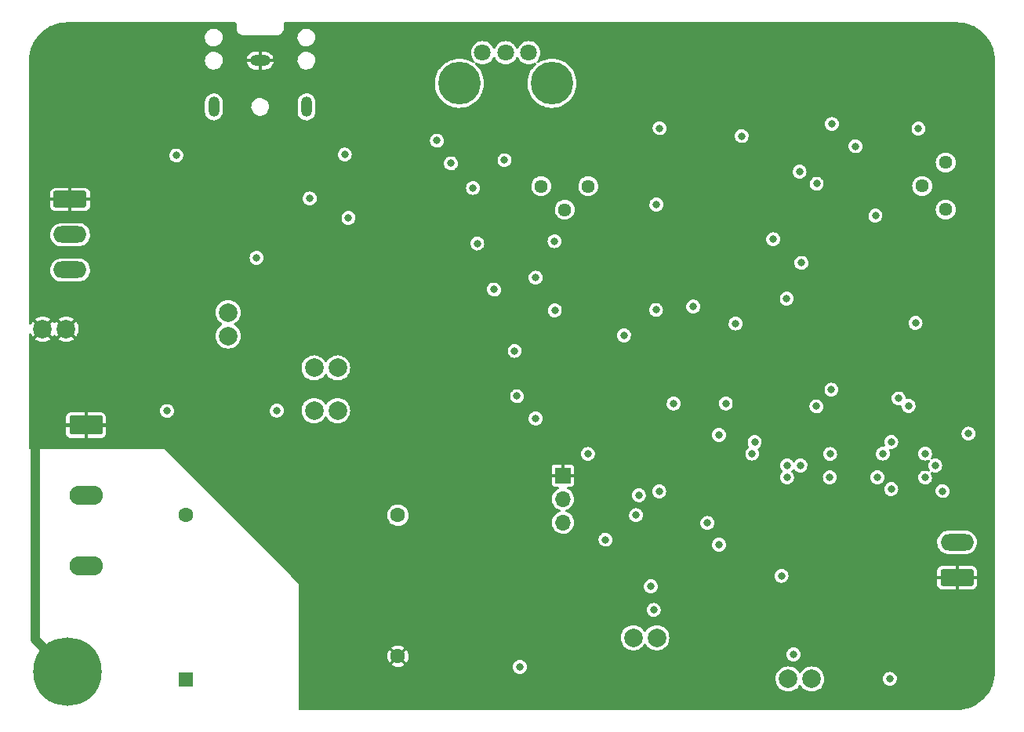
<source format=gbl>
%TF.GenerationSoftware,KiCad,Pcbnew,6.0.8-f2edbf62ab~116~ubuntu20.04.1*%
%TF.CreationDate,2022-10-07T00:48:49-04:00*%
%TF.ProjectId,SSTC_Control_Board,53535443-5f43-46f6-9e74-726f6c5f426f,rev?*%
%TF.SameCoordinates,Original*%
%TF.FileFunction,Copper,L4,Bot*%
%TF.FilePolarity,Positive*%
%FSLAX46Y46*%
G04 Gerber Fmt 4.6, Leading zero omitted, Abs format (unit mm)*
G04 Created by KiCad (PCBNEW 6.0.8-f2edbf62ab~116~ubuntu20.04.1) date 2022-10-07 00:48:49*
%MOMM*%
%LPD*%
G01*
G04 APERTURE LIST*
G04 Aperture macros list*
%AMRoundRect*
0 Rectangle with rounded corners*
0 $1 Rounding radius*
0 $2 $3 $4 $5 $6 $7 $8 $9 X,Y pos of 4 corners*
0 Add a 4 corners polygon primitive as box body*
4,1,4,$2,$3,$4,$5,$6,$7,$8,$9,$2,$3,0*
0 Add four circle primitives for the rounded corners*
1,1,$1+$1,$2,$3*
1,1,$1+$1,$4,$5*
1,1,$1+$1,$6,$7*
1,1,$1+$1,$8,$9*
0 Add four rect primitives between the rounded corners*
20,1,$1+$1,$2,$3,$4,$5,0*
20,1,$1+$1,$4,$5,$6,$7,0*
20,1,$1+$1,$6,$7,$8,$9,0*
20,1,$1+$1,$8,$9,$2,$3,0*%
G04 Aperture macros list end*
%TA.AperFunction,ComponentPad*%
%ADD10R,1.600000X1.600000*%
%TD*%
%TA.AperFunction,ComponentPad*%
%ADD11C,1.600000*%
%TD*%
%TA.AperFunction,ComponentPad*%
%ADD12C,2.000000*%
%TD*%
%TA.AperFunction,ComponentPad*%
%ADD13RoundRect,0.250001X-1.549999X0.799999X-1.549999X-0.799999X1.549999X-0.799999X1.549999X0.799999X0*%
%TD*%
%TA.AperFunction,ComponentPad*%
%ADD14O,3.600000X2.100000*%
%TD*%
%TA.AperFunction,ComponentPad*%
%ADD15C,0.800000*%
%TD*%
%TA.AperFunction,ComponentPad*%
%ADD16C,7.400000*%
%TD*%
%TA.AperFunction,ComponentPad*%
%ADD17O,1.200000X2.200000*%
%TD*%
%TA.AperFunction,ComponentPad*%
%ADD18O,2.200000X1.200000*%
%TD*%
%TA.AperFunction,ComponentPad*%
%ADD19C,1.440000*%
%TD*%
%TA.AperFunction,ComponentPad*%
%ADD20RoundRect,0.250000X-1.550000X0.650000X-1.550000X-0.650000X1.550000X-0.650000X1.550000X0.650000X0*%
%TD*%
%TA.AperFunction,ComponentPad*%
%ADD21O,3.600000X1.800000*%
%TD*%
%TA.AperFunction,ComponentPad*%
%ADD22R,1.700000X1.700000*%
%TD*%
%TA.AperFunction,ComponentPad*%
%ADD23O,1.700000X1.700000*%
%TD*%
%TA.AperFunction,ComponentPad*%
%ADD24C,4.600000*%
%TD*%
%TA.AperFunction,ComponentPad*%
%ADD25C,1.800000*%
%TD*%
%TA.AperFunction,ComponentPad*%
%ADD26RoundRect,0.250000X1.550000X-0.650000X1.550000X0.650000X-1.550000X0.650000X-1.550000X-0.650000X0*%
%TD*%
%TA.AperFunction,ViaPad*%
%ADD27C,0.800000*%
%TD*%
%TA.AperFunction,Conductor*%
%ADD28C,1.000000*%
%TD*%
G04 APERTURE END LIST*
D10*
%TO.P,PS1,1,AC/L*%
%TO.N,Net-(J2-Pad3)*%
X57320000Y-116390000D03*
D11*
%TO.P,PS1,2,-Vout*%
%TO.N,GND*%
X80180000Y-113850000D03*
%TO.P,PS1,3,+Vout*%
%TO.N,+5V*%
X80180000Y-98610000D03*
%TO.P,PS1,4,AC/N*%
%TO.N,Net-(J2-Pad2)*%
X57320000Y-98610000D03*
%TD*%
D12*
%TO.P,TP5,1,1*%
%TO.N,/PWM and Output/RAMP_IN*%
X71130000Y-87300000D03*
X73670000Y-87300000D03*
%TD*%
%TO.P,TP6,1,1*%
%TO.N,Net-(R54-Pad2)*%
X61850000Y-79250000D03*
X61850000Y-76710000D03*
%TD*%
D13*
%TO.P,J2,1,Pin_1*%
%TO.N,GND*%
X46500000Y-88880000D03*
D14*
%TO.P,J2,2,Pin_2*%
%TO.N,Net-(J2-Pad2)*%
X46500000Y-96500000D03*
%TO.P,J2,3,Pin_3*%
%TO.N,Net-(J2-Pad3)*%
X46500000Y-104120000D03*
%TD*%
D15*
%TO.P,H4,1,1*%
%TO.N,GND*%
X46462221Y-113537779D03*
X46462221Y-117462221D03*
X41725000Y-115500000D03*
X42537779Y-113537779D03*
D16*
X44500000Y-115500000D03*
D15*
X44500000Y-118275000D03*
X44500000Y-112725000D03*
X47275000Y-115500000D03*
X42537779Y-117462221D03*
%TD*%
D17*
%TO.P,J3,R*%
%TO.N,Net-(C24-Pad2)*%
X70300000Y-54500000D03*
D18*
%TO.P,J3,S*%
%TO.N,GND*%
X65300000Y-49500000D03*
D17*
%TO.P,J3,T*%
%TO.N,Net-(C23-Pad2)*%
X60300000Y-54500000D03*
%TD*%
D12*
%TO.P,TP4,1,1*%
%TO.N,/Audio/AUDIO*%
X73670000Y-82700000D03*
X71130000Y-82700000D03*
%TD*%
D19*
%TO.P,RV3,1,1*%
%TO.N,Net-(R24-Pad2)*%
X139335000Y-60510000D03*
%TO.P,RV3,2,2*%
%TO.N,Net-(RV3-Pad2)*%
X136795000Y-63050000D03*
%TO.P,RV3,3,3*%
%TO.N,Net-(R25-Pad1)*%
X139335000Y-65590000D03*
%TD*%
%TO.P,RV1,1,1*%
%TO.N,Net-(R37-Pad1)*%
X95660000Y-63065000D03*
%TO.P,RV1,2,2*%
%TO.N,Net-(RV1-Pad2)*%
X98200000Y-65605000D03*
%TO.P,RV1,3,3*%
%TO.N,Net-(R38-Pad2)*%
X100740000Y-63065000D03*
%TD*%
D15*
%TO.P,H2,1,1*%
%TO.N,GND*%
X138537779Y-51462221D03*
X140500000Y-52275000D03*
D16*
X140500000Y-49500000D03*
D15*
X142462221Y-51462221D03*
X143275000Y-49500000D03*
X138537779Y-47537779D03*
X137725000Y-49500000D03*
X142462221Y-47537779D03*
X140500000Y-46725000D03*
%TD*%
D12*
%TO.P,TP2,1,1*%
%TO.N,GND*%
X41830000Y-78500000D03*
X44370000Y-78500000D03*
%TD*%
D20*
%TO.P,J4,1,Pin_1*%
%TO.N,GND*%
X44782500Y-64495000D03*
D21*
%TO.P,J4,2,Pin_2*%
%TO.N,/PWM and Output/CANL*%
X44782500Y-68305000D03*
%TO.P,J4,3,Pin_3*%
%TO.N,/PWM and Output/CANH*%
X44782500Y-72115000D03*
%TD*%
D22*
%TO.P,JP1,1,A*%
%TO.N,GND*%
X98000000Y-94320000D03*
D23*
%TO.P,JP1,2,C*%
%TO.N,Net-(JP1-Pad2)*%
X98000000Y-96860000D03*
%TO.P,JP1,3,B*%
%TO.N,+5V*%
X98000000Y-99400000D03*
%TD*%
D15*
%TO.P,H3,1,1*%
%TO.N,GND*%
X140500000Y-112725000D03*
X138537779Y-113537779D03*
X140500000Y-118275000D03*
D16*
X140500000Y-115500000D03*
D15*
X138537779Y-117462221D03*
X137725000Y-115500000D03*
X143275000Y-115500000D03*
X142462221Y-117462221D03*
X142462221Y-113537779D03*
%TD*%
%TO.P,H1,1,1*%
%TO.N,GND*%
X46462221Y-51462221D03*
X42537779Y-51462221D03*
X44500000Y-46725000D03*
X41725000Y-49500000D03*
X44500000Y-52275000D03*
X46462221Y-47537779D03*
X42537779Y-47537779D03*
X47275000Y-49500000D03*
D16*
X44500000Y-49500000D03*
%TD*%
D24*
%TO.P,RV2,*%
%TO.N,*%
X86825000Y-51950000D03*
X96825000Y-51950000D03*
D25*
%TO.P,RV2,1,1*%
%TO.N,unconnected-(RV2-Pad1)*%
X94325000Y-48650000D03*
%TO.P,RV2,2,2*%
%TO.N,/Audio/AUDIO*%
X91825000Y-48650000D03*
%TO.P,RV2,3,3*%
%TO.N,Net-(R52-Pad1)*%
X89325000Y-48650000D03*
%TD*%
D12*
%TO.P,TP3,1,1*%
%TO.N,/PLL_Block/SIG_OUT*%
X105600000Y-111850000D03*
X108140000Y-111850000D03*
%TD*%
D26*
%TO.P,J1,1,Pin_1*%
%TO.N,GND*%
X140567500Y-105350000D03*
D21*
%TO.P,J1,2,Pin_2*%
%TO.N,Net-(C1-Pad1)*%
X140567500Y-101540000D03*
%TD*%
D12*
%TO.P,TP1,1,1*%
%TO.N,/PLL_Block/SIG_IN*%
X124870000Y-116300000D03*
X122330000Y-116300000D03*
%TD*%
D27*
%TO.N,+5V*%
X93350000Y-115000000D03*
%TO.N,GND*%
X101200000Y-115000000D03*
X144000000Y-83760868D03*
X124500000Y-119000000D03*
X119500000Y-119000000D03*
X144000000Y-96369563D03*
X76500000Y-46000000D03*
X111500000Y-46000000D03*
X101500000Y-46000000D03*
X89000000Y-46000000D03*
X112315000Y-90125000D03*
X41000000Y-58500000D03*
X104600000Y-70800000D03*
X98450000Y-110450000D03*
X103450000Y-99600000D03*
X57500000Y-93000000D03*
X106725000Y-90100000D03*
X139550000Y-94900000D03*
X109000000Y-46000000D03*
X117000000Y-119000000D03*
X100035000Y-85775000D03*
X80800000Y-67887500D03*
X122875000Y-87850000D03*
X114000000Y-46000000D03*
X129000000Y-46000000D03*
X132825000Y-87800000D03*
X70000000Y-111800000D03*
X128000000Y-106412500D03*
X74500000Y-119000000D03*
X101750000Y-78800000D03*
X79000000Y-46000000D03*
X109400000Y-72950000D03*
X59000000Y-46000000D03*
X144000000Y-63586956D03*
X94500000Y-119000000D03*
X94650000Y-70000000D03*
X94000000Y-46000000D03*
X72000000Y-119000000D03*
X79900000Y-52000000D03*
X144000000Y-91326085D03*
X99500000Y-119000000D03*
X64875000Y-72350000D03*
X41000000Y-71000000D03*
X144000000Y-86282607D03*
X41000000Y-83500000D03*
X110600000Y-64050000D03*
X144000000Y-76195651D03*
X43500000Y-91000000D03*
X79500000Y-119000000D03*
X54000000Y-46000000D03*
X92000000Y-119000000D03*
X124675000Y-74250000D03*
X93785000Y-83325000D03*
X144000000Y-61065217D03*
X41000000Y-63500000D03*
X108350000Y-50550000D03*
X127000000Y-119000000D03*
X106500000Y-46000000D03*
X144000000Y-98891302D03*
X63500000Y-99000000D03*
X116500000Y-46000000D03*
X144000000Y-101413041D03*
X130500000Y-68000000D03*
X113050000Y-57900000D03*
X107000000Y-119000000D03*
X144000000Y-68630434D03*
X126125000Y-78100000D03*
X144000000Y-73673912D03*
X127125000Y-68000000D03*
X65500000Y-101000000D03*
X125400000Y-112665000D03*
X41000000Y-61000000D03*
X124550000Y-57350000D03*
X139300000Y-90750000D03*
X112000000Y-119000000D03*
X138475000Y-73487500D03*
X131500000Y-46000000D03*
X51500000Y-46000000D03*
X119000000Y-46000000D03*
X136700000Y-105800000D03*
X55500000Y-91000000D03*
X49000000Y-46000000D03*
X107200000Y-103150000D03*
X96500000Y-46000000D03*
X56900000Y-74100000D03*
X51000000Y-91000000D03*
X82000000Y-119000000D03*
X144000000Y-71152173D03*
X65250000Y-84050000D03*
X56500000Y-90200000D03*
X129500000Y-119000000D03*
X97000000Y-119000000D03*
X77000000Y-119000000D03*
X144000000Y-53500000D03*
X54850000Y-68050000D03*
X70000000Y-116600000D03*
X144000000Y-66108695D03*
X69500000Y-105000000D03*
X41000000Y-91000000D03*
X41000000Y-76000000D03*
X74000000Y-46000000D03*
X144000000Y-106456519D03*
X41000000Y-73500000D03*
X138625000Y-78850000D03*
X41000000Y-56000000D03*
X59500000Y-95000000D03*
X69000000Y-46000000D03*
X58200000Y-89800000D03*
X41000000Y-68500000D03*
X134500000Y-119000000D03*
X92150000Y-76300000D03*
X56500000Y-46000000D03*
X104600000Y-60250000D03*
X41000000Y-53500000D03*
X84500000Y-119000000D03*
X110400000Y-88800000D03*
X134350000Y-105850000D03*
X121500000Y-46000000D03*
X56250000Y-48850000D03*
X52750000Y-51700000D03*
X136500000Y-46000000D03*
X135550000Y-104850000D03*
X83425000Y-61672500D03*
X48500000Y-91000000D03*
X144000000Y-103934780D03*
X41000000Y-88500000D03*
X104500000Y-119000000D03*
X109500000Y-119000000D03*
X134000000Y-46000000D03*
X122000000Y-119000000D03*
X144000000Y-58543478D03*
X91500000Y-46000000D03*
X84000000Y-46000000D03*
X132350000Y-113750000D03*
X144000000Y-93847824D03*
X144000000Y-108978258D03*
X104000000Y-46000000D03*
X102000000Y-119000000D03*
X41000000Y-81000000D03*
X77850000Y-74200000D03*
X70000000Y-107000000D03*
X120425000Y-97850000D03*
X81500000Y-46000000D03*
X126500000Y-46000000D03*
X117765000Y-100525000D03*
X77850000Y-51700000D03*
X110350000Y-84250000D03*
X115700000Y-75450000D03*
X70000000Y-109400000D03*
X46000000Y-91000000D03*
X61500000Y-46000000D03*
X74450000Y-48650000D03*
X71500000Y-46000000D03*
X144000000Y-88804346D03*
X124000000Y-46000000D03*
X132000000Y-119000000D03*
X144000000Y-78717390D03*
X114500000Y-119000000D03*
X138425000Y-70087500D03*
X117315000Y-98675000D03*
X86500000Y-46000000D03*
X70000000Y-119000000D03*
X41000000Y-86000000D03*
X137000000Y-119000000D03*
X108050000Y-83637500D03*
X61500000Y-97000000D03*
X144000000Y-81239129D03*
X114500000Y-84050000D03*
X99000000Y-46000000D03*
X53500000Y-91000000D03*
X130375000Y-97800000D03*
X144000000Y-56021739D03*
X89500000Y-119000000D03*
X126675000Y-83250000D03*
X70000000Y-114200000D03*
X144000000Y-111500000D03*
X122050000Y-63600000D03*
X81400000Y-69250000D03*
X100850000Y-94000000D03*
X133200000Y-104850000D03*
X128200000Y-114000000D03*
X87000000Y-119000000D03*
X101000000Y-109650000D03*
X41000000Y-66000000D03*
X50800000Y-52050000D03*
X116915000Y-96525000D03*
X137850000Y-104850000D03*
X67500000Y-103000000D03*
%TO.N,+5V*%
X126850000Y-92000000D03*
X127050000Y-56350000D03*
X133300000Y-116300000D03*
X126830000Y-94520000D03*
X97100000Y-69000000D03*
X122175000Y-75200000D03*
X136075000Y-77850000D03*
X55250000Y-87350000D03*
X125375000Y-86850000D03*
X85900000Y-60600000D03*
X91700000Y-60250000D03*
X136400000Y-56850000D03*
X108050000Y-76437500D03*
X105900000Y-98600000D03*
X92800000Y-80850000D03*
X114850000Y-101800000D03*
X107500000Y-106300000D03*
X108450000Y-56800000D03*
X122900000Y-113665000D03*
X141800000Y-89800000D03*
X122200000Y-93250000D03*
X121600000Y-105162500D03*
X116650000Y-77900000D03*
X108400000Y-96050000D03*
X100700000Y-92000000D03*
X118710000Y-90710000D03*
X135325000Y-86800000D03*
X64925000Y-70800000D03*
X88750000Y-69250000D03*
X108100000Y-65050000D03*
X115587500Y-86537500D03*
%TO.N,/PLL_Block/VCO_RAMP*%
X114850000Y-89950000D03*
X112075000Y-76075000D03*
%TO.N,/PLL_Block/VCO_IN*%
X117300000Y-57650000D03*
X129600000Y-58750000D03*
%TO.N,Net-(C25-Pad1)*%
X56250000Y-59750000D03*
X70650000Y-64400000D03*
%TO.N,Net-(C26-Pad1)*%
X74450000Y-59650000D03*
X74850000Y-66500000D03*
%TO.N,/Audio/AUDIO*%
X88300000Y-63250000D03*
%TO.N,/PLL_Block/SIG_OUT*%
X113600000Y-99450000D03*
X123650000Y-93250000D03*
X102600000Y-101250000D03*
%TO.N,Net-(R5-Pad1)*%
X134250000Y-86000000D03*
X133450000Y-95800000D03*
X132550000Y-91950000D03*
%TO.N,Net-(R6-Pad1)*%
X127000000Y-85050000D03*
X138200000Y-93250000D03*
%TO.N,Net-(R28-Pad1)*%
X123750000Y-71350000D03*
X131750000Y-66250000D03*
%TO.N,Net-(R33-Pad2)*%
X95050000Y-72950000D03*
X95050000Y-88150000D03*
%TO.N,/Ramp Generator/RST_PULSE*%
X106200000Y-96450000D03*
X107800000Y-108850000D03*
%TO.N,/PWM and Output/RAMP_IN*%
X93050000Y-85750000D03*
X67100000Y-87300000D03*
%TO.N,Net-(R52-Pad1)*%
X84400000Y-58150000D03*
%TO.N,Net-(RV1-Pad2)*%
X90550000Y-74235000D03*
X97125000Y-76475000D03*
%TO.N,/PLL_Block/SIG_IN*%
X118450000Y-91950000D03*
%TO.N,Net-(U3-Pad5)*%
X131970000Y-94520000D03*
X122200000Y-94520000D03*
%TO.N,Net-(U4-Pad2)*%
X133450000Y-90710000D03*
X139000000Y-96000000D03*
%TO.N,Net-(U4-Pad12)*%
X137100000Y-94550000D03*
X137100000Y-91950000D03*
%TO.N,Net-(D11-Pad1)*%
X104600000Y-79200000D03*
X109962500Y-86537500D03*
%TO.N,Net-(RV3-Pad2)*%
X120700000Y-68800000D03*
X125400000Y-62800000D03*
X123550000Y-61500000D03*
%TD*%
D28*
%TO.N,GND*%
X44500000Y-115500000D02*
X41000000Y-112000000D01*
X41000000Y-112000000D02*
X41000000Y-91000000D01*
%TD*%
%TA.AperFunction,Conductor*%
%TO.N,GND*%
G36*
X62691621Y-45370502D02*
G01*
X62738114Y-45424158D01*
X62749500Y-45476500D01*
X62749500Y-45962497D01*
X62747949Y-45982208D01*
X62745131Y-46000000D01*
X62746682Y-46009795D01*
X62746682Y-46010062D01*
X62747445Y-46016009D01*
X62752642Y-46068774D01*
X62760359Y-46147124D01*
X62803274Y-46288593D01*
X62806193Y-46294054D01*
X62869464Y-46412426D01*
X62872963Y-46418973D01*
X62966749Y-46533251D01*
X63081027Y-46627037D01*
X63086485Y-46629954D01*
X63086486Y-46629955D01*
X63155744Y-46666974D01*
X63211407Y-46696726D01*
X63352876Y-46739641D01*
X63359037Y-46740248D01*
X63359038Y-46740248D01*
X63423842Y-46746631D01*
X63433418Y-46748128D01*
X63438906Y-46750055D01*
X63444044Y-46750500D01*
X63456942Y-46750500D01*
X63469289Y-46751107D01*
X63482124Y-46752371D01*
X63483993Y-46752555D01*
X63489938Y-46753318D01*
X63490205Y-46753318D01*
X63500000Y-46754869D01*
X63509792Y-46753318D01*
X63509793Y-46753318D01*
X63517792Y-46752051D01*
X63537503Y-46750500D01*
X67062497Y-46750500D01*
X67082208Y-46752051D01*
X67090207Y-46753318D01*
X67090208Y-46753318D01*
X67100000Y-46754869D01*
X67109795Y-46753318D01*
X67110062Y-46753318D01*
X67116009Y-46752555D01*
X67240962Y-46740248D01*
X67240963Y-46740248D01*
X67247124Y-46739641D01*
X67388593Y-46696726D01*
X67444256Y-46666974D01*
X67513514Y-46629955D01*
X67513515Y-46629954D01*
X67518973Y-46627037D01*
X67633251Y-46533251D01*
X67727037Y-46418973D01*
X67730537Y-46412426D01*
X67793807Y-46294054D01*
X67796726Y-46288593D01*
X67839641Y-46147124D01*
X67845085Y-46091854D01*
X67846631Y-46076158D01*
X67848128Y-46066582D01*
X67850055Y-46061094D01*
X67850500Y-46055956D01*
X67850500Y-46043058D01*
X67851107Y-46030705D01*
X67852555Y-46016007D01*
X67853318Y-46010062D01*
X67853318Y-46009795D01*
X67854869Y-46000000D01*
X67852051Y-45982208D01*
X67850500Y-45962497D01*
X67850500Y-45476500D01*
X67870502Y-45408379D01*
X67924158Y-45361886D01*
X67976500Y-45350500D01*
X140462497Y-45350500D01*
X140482208Y-45352051D01*
X140490207Y-45353318D01*
X140490208Y-45353318D01*
X140500000Y-45354869D01*
X140509792Y-45353318D01*
X140511893Y-45353318D01*
X140534190Y-45352081D01*
X140877050Y-45367932D01*
X140888639Y-45369006D01*
X141256705Y-45420349D01*
X141268145Y-45422488D01*
X141286158Y-45426725D01*
X141629904Y-45507573D01*
X141641080Y-45510752D01*
X141993458Y-45628858D01*
X142004290Y-45633054D01*
X142245315Y-45739477D01*
X142344266Y-45783169D01*
X142354684Y-45788357D01*
X142679335Y-45969186D01*
X142689229Y-45975311D01*
X142779095Y-46036871D01*
X142995832Y-46185340D01*
X143005119Y-46192354D01*
X143291019Y-46429761D01*
X143299620Y-46437602D01*
X143562398Y-46700380D01*
X143570239Y-46708981D01*
X143807646Y-46994881D01*
X143814660Y-47004168D01*
X143974565Y-47237599D01*
X144024688Y-47310770D01*
X144030813Y-47320663D01*
X144037699Y-47333026D01*
X144211643Y-47645316D01*
X144216831Y-47655734D01*
X144232975Y-47692297D01*
X144366946Y-47995710D01*
X144371142Y-48006542D01*
X144450530Y-48243402D01*
X144489245Y-48358911D01*
X144492427Y-48370096D01*
X144551191Y-48619945D01*
X144577512Y-48731855D01*
X144579651Y-48743295D01*
X144630994Y-49111361D01*
X144632068Y-49122950D01*
X144647919Y-49465810D01*
X144646682Y-49488107D01*
X144646682Y-49490208D01*
X144645131Y-49500000D01*
X144646682Y-49509792D01*
X144646682Y-49509793D01*
X144647949Y-49517792D01*
X144649500Y-49537503D01*
X144649500Y-115462497D01*
X144647949Y-115482208D01*
X144645131Y-115500000D01*
X144646682Y-115509792D01*
X144646682Y-115511893D01*
X144647919Y-115534190D01*
X144632068Y-115877050D01*
X144630994Y-115888639D01*
X144579651Y-116256705D01*
X144577512Y-116268145D01*
X144497084Y-116610108D01*
X144492430Y-116629895D01*
X144489248Y-116641080D01*
X144371142Y-116993458D01*
X144366946Y-117004290D01*
X144297951Y-117160549D01*
X144216831Y-117344266D01*
X144211643Y-117354684D01*
X144030814Y-117679335D01*
X144024688Y-117689230D01*
X143814660Y-117995832D01*
X143807646Y-118005119D01*
X143570239Y-118291019D01*
X143562398Y-118299620D01*
X143299620Y-118562398D01*
X143291019Y-118570239D01*
X143005119Y-118807646D01*
X142995832Y-118814660D01*
X142689230Y-119024688D01*
X142679335Y-119030814D01*
X142354684Y-119211643D01*
X142344266Y-119216831D01*
X142338815Y-119219238D01*
X142004290Y-119366946D01*
X141993458Y-119371142D01*
X141641080Y-119489248D01*
X141629904Y-119492427D01*
X141286158Y-119573275D01*
X141268145Y-119577512D01*
X141256705Y-119579651D01*
X140888639Y-119630994D01*
X140877050Y-119632068D01*
X140534190Y-119647919D01*
X140511893Y-119646682D01*
X140509792Y-119646682D01*
X140500000Y-119645131D01*
X140490208Y-119646682D01*
X140490207Y-119646682D01*
X140482208Y-119647949D01*
X140462497Y-119649500D01*
X69626000Y-119649500D01*
X69557879Y-119629498D01*
X69511386Y-119575842D01*
X69500000Y-119523500D01*
X69500000Y-116300000D01*
X120974341Y-116300000D01*
X120994937Y-116535408D01*
X120996361Y-116540722D01*
X120996361Y-116540723D01*
X121021774Y-116635565D01*
X121056097Y-116763663D01*
X121058419Y-116768643D01*
X121058420Y-116768645D01*
X121140121Y-116943851D01*
X121155965Y-116977829D01*
X121291505Y-117171401D01*
X121458599Y-117338495D01*
X121463107Y-117341652D01*
X121463110Y-117341654D01*
X121481719Y-117354684D01*
X121652170Y-117474035D01*
X121657152Y-117476358D01*
X121657157Y-117476361D01*
X121819072Y-117551863D01*
X121866337Y-117573903D01*
X121871645Y-117575325D01*
X121871647Y-117575326D01*
X122089277Y-117633639D01*
X122094592Y-117635063D01*
X122330000Y-117655659D01*
X122565408Y-117635063D01*
X122570723Y-117633639D01*
X122788353Y-117575326D01*
X122788355Y-117575325D01*
X122793663Y-117573903D01*
X122840928Y-117551863D01*
X123002843Y-117476361D01*
X123002848Y-117476358D01*
X123007830Y-117474035D01*
X123178281Y-117354684D01*
X123196890Y-117341654D01*
X123196893Y-117341652D01*
X123201401Y-117338495D01*
X123368495Y-117171401D01*
X123496787Y-116988180D01*
X123552244Y-116943851D01*
X123622863Y-116936542D01*
X123686224Y-116968572D01*
X123703212Y-116988179D01*
X123831505Y-117171401D01*
X123998599Y-117338495D01*
X124003107Y-117341652D01*
X124003110Y-117341654D01*
X124021719Y-117354684D01*
X124192170Y-117474035D01*
X124197152Y-117476358D01*
X124197157Y-117476361D01*
X124359072Y-117551863D01*
X124406337Y-117573903D01*
X124411645Y-117575325D01*
X124411647Y-117575326D01*
X124629277Y-117633639D01*
X124634592Y-117635063D01*
X124870000Y-117655659D01*
X125105408Y-117635063D01*
X125110723Y-117633639D01*
X125328353Y-117575326D01*
X125328355Y-117575325D01*
X125333663Y-117573903D01*
X125380928Y-117551863D01*
X125542843Y-117476361D01*
X125542848Y-117476358D01*
X125547830Y-117474035D01*
X125718281Y-117354684D01*
X125736890Y-117341654D01*
X125736893Y-117341652D01*
X125741401Y-117338495D01*
X125908495Y-117171401D01*
X126044035Y-116977829D01*
X126059880Y-116943851D01*
X126141580Y-116768645D01*
X126141581Y-116768643D01*
X126143903Y-116763663D01*
X126178227Y-116635565D01*
X126203639Y-116540723D01*
X126203639Y-116540722D01*
X126205063Y-116535408D01*
X126225659Y-116300000D01*
X126224736Y-116289455D01*
X132544825Y-116289455D01*
X132545512Y-116296462D01*
X132545512Y-116296465D01*
X132548311Y-116325010D01*
X132561255Y-116457025D01*
X132614402Y-116616791D01*
X132701624Y-116760812D01*
X132706513Y-116765875D01*
X132706514Y-116765876D01*
X132777825Y-116839720D01*
X132818586Y-116881929D01*
X132824483Y-116885788D01*
X132953577Y-116970266D01*
X132953581Y-116970268D01*
X132959475Y-116974125D01*
X133117289Y-117032815D01*
X133124270Y-117033746D01*
X133124272Y-117033747D01*
X133169812Y-117039823D01*
X133284183Y-117055083D01*
X133291194Y-117054445D01*
X133291198Y-117054445D01*
X133444843Y-117040462D01*
X133451864Y-117039823D01*
X133458566Y-117037645D01*
X133458568Y-117037645D01*
X133605298Y-116989970D01*
X133605301Y-116989969D01*
X133611997Y-116987793D01*
X133756623Y-116901578D01*
X133761717Y-116896727D01*
X133761721Y-116896724D01*
X133873454Y-116790322D01*
X133873455Y-116790320D01*
X133878554Y-116785465D01*
X133894934Y-116760812D01*
X133967836Y-116651085D01*
X133971731Y-116645223D01*
X133977554Y-116629895D01*
X134029019Y-116494409D01*
X134031521Y-116487823D01*
X134054955Y-116321088D01*
X134055249Y-116300000D01*
X134036481Y-116132676D01*
X133981108Y-115973668D01*
X133891884Y-115830879D01*
X133883723Y-115822661D01*
X133778205Y-115716403D01*
X133778201Y-115716400D01*
X133773242Y-115711406D01*
X133631079Y-115621187D01*
X133472462Y-115564706D01*
X133465474Y-115563873D01*
X133465471Y-115563872D01*
X133372300Y-115552762D01*
X133305273Y-115544769D01*
X133298270Y-115545505D01*
X133298269Y-115545505D01*
X133252712Y-115550293D01*
X133137821Y-115562369D01*
X133131155Y-115564638D01*
X133131152Y-115564639D01*
X132985098Y-115614360D01*
X132985095Y-115614361D01*
X132978431Y-115616630D01*
X132972436Y-115620318D01*
X132972432Y-115620320D01*
X132841021Y-115701165D01*
X132841019Y-115701167D01*
X132835022Y-115704856D01*
X132714724Y-115822661D01*
X132623515Y-115964190D01*
X132565927Y-116122409D01*
X132544825Y-116289455D01*
X126224736Y-116289455D01*
X126205063Y-116064592D01*
X126143903Y-115836337D01*
X126135228Y-115817733D01*
X126046358Y-115627152D01*
X126046356Y-115627149D01*
X126044035Y-115622171D01*
X125908495Y-115428599D01*
X125741401Y-115261505D01*
X125736893Y-115258348D01*
X125736890Y-115258346D01*
X125552339Y-115129122D01*
X125552336Y-115129120D01*
X125547830Y-115125965D01*
X125542848Y-115123642D01*
X125542843Y-115123639D01*
X125338645Y-115028420D01*
X125338644Y-115028419D01*
X125333663Y-115026097D01*
X125328355Y-115024675D01*
X125328353Y-115024674D01*
X125110723Y-114966361D01*
X125110722Y-114966361D01*
X125105408Y-114964937D01*
X124870000Y-114944341D01*
X124634592Y-114964937D01*
X124629278Y-114966361D01*
X124629277Y-114966361D01*
X124411647Y-115024674D01*
X124411645Y-115024675D01*
X124406337Y-115026097D01*
X124401357Y-115028419D01*
X124401355Y-115028420D01*
X124197152Y-115123642D01*
X124197149Y-115123644D01*
X124192171Y-115125965D01*
X123998599Y-115261505D01*
X123831505Y-115428599D01*
X123707861Y-115605182D01*
X123703213Y-115611820D01*
X123647756Y-115656149D01*
X123577137Y-115663458D01*
X123513776Y-115631428D01*
X123496787Y-115611820D01*
X123492139Y-115605182D01*
X123368495Y-115428599D01*
X123201401Y-115261505D01*
X123196893Y-115258348D01*
X123196890Y-115258346D01*
X123012339Y-115129122D01*
X123012336Y-115129120D01*
X123007830Y-115125965D01*
X123002848Y-115123642D01*
X123002843Y-115123639D01*
X122798645Y-115028420D01*
X122798644Y-115028419D01*
X122793663Y-115026097D01*
X122788355Y-115024675D01*
X122788353Y-115024674D01*
X122570723Y-114966361D01*
X122570722Y-114966361D01*
X122565408Y-114964937D01*
X122330000Y-114944341D01*
X122094592Y-114964937D01*
X122089278Y-114966361D01*
X122089277Y-114966361D01*
X121871647Y-115024674D01*
X121871645Y-115024675D01*
X121866337Y-115026097D01*
X121861357Y-115028419D01*
X121861355Y-115028420D01*
X121657152Y-115123642D01*
X121657149Y-115123644D01*
X121652171Y-115125965D01*
X121458599Y-115261505D01*
X121291505Y-115428599D01*
X121155965Y-115622171D01*
X121153644Y-115627149D01*
X121153642Y-115627152D01*
X121064772Y-115817733D01*
X121056097Y-115836337D01*
X120994937Y-116064592D01*
X120974341Y-116300000D01*
X69500000Y-116300000D01*
X69500000Y-114776827D01*
X79505810Y-114776827D01*
X79515692Y-114789316D01*
X79624112Y-114861760D01*
X79634225Y-114867251D01*
X79817805Y-114946123D01*
X79828738Y-114949675D01*
X80023615Y-114993771D01*
X80035025Y-114995273D01*
X80234676Y-115003117D01*
X80246158Y-115002515D01*
X80336234Y-114989455D01*
X92594825Y-114989455D01*
X92595512Y-114996462D01*
X92595512Y-114996465D01*
X92598645Y-115028420D01*
X92611255Y-115157025D01*
X92664402Y-115316791D01*
X92668049Y-115322813D01*
X92668050Y-115322815D01*
X92734848Y-115433111D01*
X92751624Y-115460812D01*
X92756513Y-115465875D01*
X92756514Y-115465876D01*
X92800953Y-115511893D01*
X92868586Y-115581929D01*
X92874483Y-115585788D01*
X93003577Y-115670266D01*
X93003581Y-115670268D01*
X93009475Y-115674125D01*
X93167289Y-115732815D01*
X93174270Y-115733746D01*
X93174272Y-115733747D01*
X93219812Y-115739823D01*
X93334183Y-115755083D01*
X93341194Y-115754445D01*
X93341198Y-115754445D01*
X93494843Y-115740462D01*
X93501864Y-115739823D01*
X93508566Y-115737645D01*
X93508568Y-115737645D01*
X93655298Y-115689970D01*
X93655301Y-115689969D01*
X93661997Y-115687793D01*
X93806623Y-115601578D01*
X93811717Y-115596727D01*
X93811721Y-115596724D01*
X93923454Y-115490322D01*
X93923455Y-115490320D01*
X93928554Y-115485465D01*
X93944934Y-115460812D01*
X94017836Y-115351085D01*
X94021731Y-115345223D01*
X94081521Y-115187823D01*
X94104955Y-115021088D01*
X94105249Y-115000000D01*
X94086481Y-114832676D01*
X94031108Y-114673668D01*
X93941884Y-114530879D01*
X93933723Y-114522661D01*
X93828205Y-114416403D01*
X93828201Y-114416400D01*
X93823242Y-114411406D01*
X93797958Y-114395360D01*
X93767953Y-114376319D01*
X93681079Y-114321187D01*
X93522462Y-114264706D01*
X93515474Y-114263873D01*
X93515471Y-114263872D01*
X93422300Y-114252762D01*
X93355273Y-114244769D01*
X93348270Y-114245505D01*
X93348269Y-114245505D01*
X93302712Y-114250293D01*
X93187821Y-114262369D01*
X93181155Y-114264638D01*
X93181152Y-114264639D01*
X93035098Y-114314360D01*
X93035095Y-114314361D01*
X93028431Y-114316630D01*
X93022436Y-114320318D01*
X93022432Y-114320320D01*
X92891021Y-114401165D01*
X92891019Y-114401167D01*
X92885022Y-114404856D01*
X92869473Y-114420083D01*
X92772192Y-114515348D01*
X92764724Y-114522661D01*
X92673515Y-114664190D01*
X92615927Y-114822409D01*
X92594825Y-114989455D01*
X80336234Y-114989455D01*
X80443898Y-114973845D01*
X80455081Y-114971160D01*
X80644283Y-114906934D01*
X80654786Y-114902258D01*
X80829117Y-114804629D01*
X80838599Y-114798113D01*
X80847616Y-114790614D01*
X80856067Y-114778031D01*
X80849893Y-114767381D01*
X80192811Y-114110298D01*
X80178868Y-114102685D01*
X80177034Y-114102816D01*
X80170420Y-114107067D01*
X79512003Y-114765485D01*
X79505810Y-114776827D01*
X69500000Y-114776827D01*
X69500000Y-113825534D01*
X79025847Y-113825534D01*
X79038914Y-114024902D01*
X79040715Y-114036272D01*
X79089896Y-114229923D01*
X79093737Y-114240769D01*
X79177386Y-114422218D01*
X79183137Y-114432179D01*
X79241914Y-114515348D01*
X79252504Y-114523736D01*
X79265803Y-114516709D01*
X79919702Y-113862811D01*
X79926079Y-113851132D01*
X80432685Y-113851132D01*
X80432816Y-113852966D01*
X80437067Y-113859580D01*
X81096223Y-114518735D01*
X81109526Y-114525999D01*
X81119563Y-114518879D01*
X81128113Y-114508599D01*
X81134629Y-114499117D01*
X81232258Y-114324786D01*
X81236934Y-114314283D01*
X81301160Y-114125081D01*
X81303845Y-114113898D01*
X81332811Y-113914118D01*
X81333441Y-113906736D01*
X81334830Y-113853704D01*
X81334587Y-113846305D01*
X81316960Y-113654455D01*
X122144825Y-113654455D01*
X122145512Y-113661462D01*
X122145512Y-113661465D01*
X122148311Y-113690010D01*
X122161255Y-113822025D01*
X122214402Y-113981791D01*
X122218049Y-113987813D01*
X122218050Y-113987815D01*
X122294409Y-114113898D01*
X122301624Y-114125812D01*
X122306513Y-114130875D01*
X122306514Y-114130876D01*
X122377825Y-114204720D01*
X122418586Y-114246929D01*
X122424483Y-114250788D01*
X122553577Y-114335266D01*
X122553581Y-114335268D01*
X122559475Y-114339125D01*
X122717289Y-114397815D01*
X122724270Y-114398746D01*
X122724272Y-114398747D01*
X122769812Y-114404823D01*
X122884183Y-114420083D01*
X122891194Y-114419445D01*
X122891198Y-114419445D01*
X123044843Y-114405462D01*
X123051864Y-114404823D01*
X123058566Y-114402645D01*
X123058568Y-114402645D01*
X123205298Y-114354970D01*
X123205301Y-114354969D01*
X123211997Y-114352793D01*
X123356623Y-114266578D01*
X123361717Y-114261727D01*
X123361721Y-114261724D01*
X123473454Y-114155322D01*
X123473455Y-114155320D01*
X123478554Y-114150465D01*
X123494934Y-114125812D01*
X123567836Y-114016085D01*
X123571731Y-114010223D01*
X123631521Y-113852823D01*
X123654955Y-113686088D01*
X123655249Y-113665000D01*
X123647657Y-113597315D01*
X123637266Y-113504672D01*
X123637265Y-113504669D01*
X123636481Y-113497676D01*
X123581108Y-113338668D01*
X123491884Y-113195879D01*
X123481143Y-113185063D01*
X123378205Y-113081403D01*
X123378201Y-113081400D01*
X123373242Y-113076406D01*
X123231079Y-112986187D01*
X123072462Y-112929706D01*
X123065474Y-112928873D01*
X123065471Y-112928872D01*
X122972300Y-112917762D01*
X122905273Y-112909769D01*
X122898270Y-112910505D01*
X122898269Y-112910505D01*
X122852712Y-112915293D01*
X122737821Y-112927369D01*
X122731155Y-112929638D01*
X122731152Y-112929639D01*
X122585098Y-112979360D01*
X122585095Y-112979361D01*
X122578431Y-112981630D01*
X122572436Y-112985318D01*
X122572432Y-112985320D01*
X122441021Y-113066165D01*
X122441019Y-113066167D01*
X122435022Y-113069856D01*
X122423231Y-113081403D01*
X122320208Y-113182291D01*
X122314724Y-113187661D01*
X122223515Y-113329190D01*
X122165927Y-113487409D01*
X122144825Y-113654455D01*
X81316960Y-113654455D01*
X81316117Y-113645285D01*
X81314020Y-113633971D01*
X81259785Y-113441670D01*
X81255663Y-113430931D01*
X81167293Y-113251736D01*
X81161278Y-113241919D01*
X81118377Y-113184468D01*
X81107117Y-113176017D01*
X81094701Y-113182787D01*
X80440298Y-113837189D01*
X80432685Y-113851132D01*
X79926079Y-113851132D01*
X79927315Y-113848868D01*
X79927184Y-113847034D01*
X79922933Y-113840420D01*
X79264803Y-113182291D01*
X79251968Y-113175282D01*
X79241276Y-113183080D01*
X79214978Y-113216440D01*
X79208704Y-113226101D01*
X79115679Y-113402912D01*
X79111273Y-113413549D01*
X79052025Y-113604356D01*
X79049632Y-113615614D01*
X79026148Y-113814033D01*
X79025847Y-113825534D01*
X69500000Y-113825534D01*
X69500000Y-112920684D01*
X79502102Y-112920684D01*
X79507934Y-112930446D01*
X80167189Y-113589702D01*
X80181132Y-113597315D01*
X80182966Y-113597184D01*
X80189580Y-113592933D01*
X80849238Y-112933274D01*
X80855995Y-112920899D01*
X80849965Y-112912843D01*
X80709209Y-112824034D01*
X80698965Y-112818814D01*
X80513385Y-112744775D01*
X80502347Y-112741505D01*
X80306391Y-112702527D01*
X80294944Y-112701324D01*
X80095167Y-112698709D01*
X80083687Y-112699612D01*
X79886780Y-112733447D01*
X79875660Y-112736427D01*
X79688207Y-112805582D01*
X79677829Y-112810532D01*
X79507812Y-112911681D01*
X79502102Y-112920684D01*
X69500000Y-112920684D01*
X69500000Y-111850000D01*
X104244341Y-111850000D01*
X104264937Y-112085408D01*
X104326097Y-112313663D01*
X104328419Y-112318643D01*
X104328420Y-112318645D01*
X104410121Y-112493851D01*
X104425965Y-112527829D01*
X104561505Y-112721401D01*
X104728599Y-112888495D01*
X104733107Y-112891652D01*
X104733110Y-112891654D01*
X104873514Y-112989966D01*
X104922170Y-113024035D01*
X104927152Y-113026358D01*
X104927157Y-113026361D01*
X105131355Y-113121580D01*
X105136337Y-113123903D01*
X105141645Y-113125325D01*
X105141647Y-113125326D01*
X105357191Y-113183080D01*
X105364592Y-113185063D01*
X105600000Y-113205659D01*
X105835408Y-113185063D01*
X105842809Y-113183080D01*
X106058353Y-113125326D01*
X106058355Y-113125325D01*
X106063663Y-113123903D01*
X106068645Y-113121580D01*
X106272843Y-113026361D01*
X106272848Y-113026358D01*
X106277830Y-113024035D01*
X106326486Y-112989966D01*
X106466890Y-112891654D01*
X106466893Y-112891652D01*
X106471401Y-112888495D01*
X106638495Y-112721401D01*
X106766787Y-112538180D01*
X106822244Y-112493851D01*
X106892863Y-112486542D01*
X106956224Y-112518572D01*
X106973212Y-112538179D01*
X107101505Y-112721401D01*
X107268599Y-112888495D01*
X107273107Y-112891652D01*
X107273110Y-112891654D01*
X107413514Y-112989966D01*
X107462170Y-113024035D01*
X107467152Y-113026358D01*
X107467157Y-113026361D01*
X107671355Y-113121580D01*
X107676337Y-113123903D01*
X107681645Y-113125325D01*
X107681647Y-113125326D01*
X107897191Y-113183080D01*
X107904592Y-113185063D01*
X108140000Y-113205659D01*
X108375408Y-113185063D01*
X108382809Y-113183080D01*
X108598353Y-113125326D01*
X108598355Y-113125325D01*
X108603663Y-113123903D01*
X108608645Y-113121580D01*
X108812843Y-113026361D01*
X108812848Y-113026358D01*
X108817830Y-113024035D01*
X108866486Y-112989966D01*
X109006890Y-112891654D01*
X109006893Y-112891652D01*
X109011401Y-112888495D01*
X109178495Y-112721401D01*
X109314035Y-112527829D01*
X109329880Y-112493851D01*
X109411580Y-112318645D01*
X109411581Y-112318643D01*
X109413903Y-112313663D01*
X109475063Y-112085408D01*
X109495659Y-111850000D01*
X109475063Y-111614592D01*
X109413903Y-111386337D01*
X109333288Y-111213458D01*
X109316358Y-111177152D01*
X109316356Y-111177149D01*
X109314035Y-111172171D01*
X109178495Y-110978599D01*
X109011401Y-110811505D01*
X109006893Y-110808348D01*
X109006890Y-110808346D01*
X108822339Y-110679122D01*
X108822336Y-110679120D01*
X108817830Y-110675965D01*
X108812848Y-110673642D01*
X108812843Y-110673639D01*
X108608645Y-110578420D01*
X108608644Y-110578419D01*
X108603663Y-110576097D01*
X108598355Y-110574675D01*
X108598353Y-110574674D01*
X108380723Y-110516361D01*
X108380722Y-110516361D01*
X108375408Y-110514937D01*
X108140000Y-110494341D01*
X107904592Y-110514937D01*
X107899278Y-110516361D01*
X107899277Y-110516361D01*
X107681647Y-110574674D01*
X107681645Y-110574675D01*
X107676337Y-110576097D01*
X107671357Y-110578419D01*
X107671355Y-110578420D01*
X107467152Y-110673642D01*
X107467149Y-110673644D01*
X107462171Y-110675965D01*
X107268599Y-110811505D01*
X107101505Y-110978599D01*
X107098346Y-110983111D01*
X106973213Y-111161820D01*
X106917756Y-111206149D01*
X106847137Y-111213458D01*
X106783776Y-111181428D01*
X106766787Y-111161820D01*
X106641654Y-110983111D01*
X106638495Y-110978599D01*
X106471401Y-110811505D01*
X106466893Y-110808348D01*
X106466890Y-110808346D01*
X106282339Y-110679122D01*
X106282336Y-110679120D01*
X106277830Y-110675965D01*
X106272848Y-110673642D01*
X106272843Y-110673639D01*
X106068645Y-110578420D01*
X106068644Y-110578419D01*
X106063663Y-110576097D01*
X106058355Y-110574675D01*
X106058353Y-110574674D01*
X105840723Y-110516361D01*
X105840722Y-110516361D01*
X105835408Y-110514937D01*
X105600000Y-110494341D01*
X105364592Y-110514937D01*
X105359278Y-110516361D01*
X105359277Y-110516361D01*
X105141647Y-110574674D01*
X105141645Y-110574675D01*
X105136337Y-110576097D01*
X105131357Y-110578419D01*
X105131355Y-110578420D01*
X104927152Y-110673642D01*
X104927149Y-110673644D01*
X104922171Y-110675965D01*
X104728599Y-110811505D01*
X104561505Y-110978599D01*
X104425965Y-111172171D01*
X104423644Y-111177149D01*
X104423642Y-111177152D01*
X104406712Y-111213458D01*
X104326097Y-111386337D01*
X104264937Y-111614592D01*
X104244341Y-111850000D01*
X69500000Y-111850000D01*
X69500000Y-108839455D01*
X107044825Y-108839455D01*
X107045512Y-108846462D01*
X107045512Y-108846465D01*
X107048311Y-108875010D01*
X107061255Y-109007025D01*
X107114402Y-109166791D01*
X107201624Y-109310812D01*
X107206513Y-109315875D01*
X107206514Y-109315876D01*
X107277825Y-109389720D01*
X107318586Y-109431929D01*
X107324483Y-109435788D01*
X107453577Y-109520266D01*
X107453581Y-109520268D01*
X107459475Y-109524125D01*
X107617289Y-109582815D01*
X107624270Y-109583746D01*
X107624272Y-109583747D01*
X107669812Y-109589823D01*
X107784183Y-109605083D01*
X107791194Y-109604445D01*
X107791198Y-109604445D01*
X107944843Y-109590462D01*
X107951864Y-109589823D01*
X107958566Y-109587645D01*
X107958568Y-109587645D01*
X108105298Y-109539970D01*
X108105301Y-109539969D01*
X108111997Y-109537793D01*
X108256623Y-109451578D01*
X108261717Y-109446727D01*
X108261721Y-109446724D01*
X108373454Y-109340322D01*
X108373455Y-109340320D01*
X108378554Y-109335465D01*
X108394934Y-109310812D01*
X108467836Y-109201085D01*
X108471731Y-109195223D01*
X108531521Y-109037823D01*
X108554955Y-108871088D01*
X108555249Y-108850000D01*
X108536481Y-108682676D01*
X108481108Y-108523668D01*
X108391884Y-108380879D01*
X108383723Y-108372661D01*
X108278205Y-108266403D01*
X108278201Y-108266400D01*
X108273242Y-108261406D01*
X108131079Y-108171187D01*
X107972462Y-108114706D01*
X107965474Y-108113873D01*
X107965471Y-108113872D01*
X107872300Y-108102762D01*
X107805273Y-108094769D01*
X107798270Y-108095505D01*
X107798269Y-108095505D01*
X107752712Y-108100293D01*
X107637821Y-108112369D01*
X107631155Y-108114638D01*
X107631152Y-108114639D01*
X107485098Y-108164360D01*
X107485095Y-108164361D01*
X107478431Y-108166630D01*
X107472436Y-108170318D01*
X107472432Y-108170320D01*
X107341021Y-108251165D01*
X107341019Y-108251167D01*
X107335022Y-108254856D01*
X107214724Y-108372661D01*
X107123515Y-108514190D01*
X107065927Y-108672409D01*
X107044825Y-108839455D01*
X69500000Y-108839455D01*
X69500000Y-106289455D01*
X106744825Y-106289455D01*
X106745512Y-106296462D01*
X106745512Y-106296465D01*
X106748311Y-106325010D01*
X106761255Y-106457025D01*
X106814402Y-106616791D01*
X106901624Y-106760812D01*
X106906513Y-106765875D01*
X106906514Y-106765876D01*
X106977825Y-106839720D01*
X107018586Y-106881929D01*
X107024483Y-106885788D01*
X107153577Y-106970266D01*
X107153581Y-106970268D01*
X107159475Y-106974125D01*
X107317289Y-107032815D01*
X107324270Y-107033746D01*
X107324272Y-107033747D01*
X107369812Y-107039823D01*
X107484183Y-107055083D01*
X107491194Y-107054445D01*
X107491198Y-107054445D01*
X107644843Y-107040462D01*
X107651864Y-107039823D01*
X107658566Y-107037645D01*
X107658568Y-107037645D01*
X107805298Y-106989970D01*
X107805301Y-106989969D01*
X107811997Y-106987793D01*
X107956623Y-106901578D01*
X107961717Y-106896727D01*
X107961721Y-106896724D01*
X108073454Y-106790322D01*
X108073455Y-106790320D01*
X108078554Y-106785465D01*
X108094934Y-106760812D01*
X108167836Y-106651085D01*
X108171731Y-106645223D01*
X108231521Y-106487823D01*
X108254955Y-106321088D01*
X108255249Y-106300000D01*
X108238250Y-106148444D01*
X108237266Y-106139672D01*
X108237265Y-106139669D01*
X108236481Y-106132676D01*
X108202536Y-106035199D01*
X138417501Y-106035199D01*
X138418039Y-106043411D01*
X138431866Y-106148444D01*
X138436104Y-106164259D01*
X138490241Y-106294959D01*
X138498430Y-106309142D01*
X138584546Y-106421372D01*
X138596126Y-106432952D01*
X138708361Y-106519072D01*
X138722542Y-106527259D01*
X138853239Y-106581396D01*
X138869058Y-106585634D01*
X138974090Y-106599462D01*
X138982299Y-106600000D01*
X140374385Y-106600000D01*
X140389624Y-106595525D01*
X140390829Y-106594135D01*
X140392500Y-106586452D01*
X140392500Y-106581884D01*
X140742500Y-106581884D01*
X140746975Y-106597123D01*
X140748365Y-106598328D01*
X140756048Y-106599999D01*
X142152699Y-106599999D01*
X142160911Y-106599461D01*
X142265944Y-106585634D01*
X142281759Y-106581396D01*
X142412459Y-106527259D01*
X142426642Y-106519070D01*
X142538872Y-106432954D01*
X142550452Y-106421374D01*
X142636572Y-106309139D01*
X142644759Y-106294958D01*
X142698896Y-106164261D01*
X142703134Y-106148442D01*
X142716962Y-106043410D01*
X142717500Y-106035201D01*
X142717500Y-105543115D01*
X142713025Y-105527876D01*
X142711635Y-105526671D01*
X142703952Y-105525000D01*
X140760615Y-105525000D01*
X140745376Y-105529475D01*
X140744171Y-105530865D01*
X140742500Y-105538548D01*
X140742500Y-106581884D01*
X140392500Y-106581884D01*
X140392500Y-105543115D01*
X140388025Y-105527876D01*
X140386635Y-105526671D01*
X140378952Y-105525000D01*
X138435616Y-105525000D01*
X138420377Y-105529475D01*
X138419172Y-105530865D01*
X138417501Y-105538548D01*
X138417501Y-106035199D01*
X108202536Y-106035199D01*
X108181108Y-105973668D01*
X108091884Y-105830879D01*
X108083723Y-105822661D01*
X107978205Y-105716403D01*
X107978201Y-105716400D01*
X107973242Y-105711406D01*
X107831079Y-105621187D01*
X107672462Y-105564706D01*
X107665474Y-105563873D01*
X107665471Y-105563872D01*
X107572300Y-105552762D01*
X107505273Y-105544769D01*
X107498270Y-105545505D01*
X107498269Y-105545505D01*
X107452712Y-105550293D01*
X107337821Y-105562369D01*
X107331155Y-105564638D01*
X107331152Y-105564639D01*
X107185098Y-105614360D01*
X107185095Y-105614361D01*
X107178431Y-105616630D01*
X107172436Y-105620318D01*
X107172432Y-105620320D01*
X107041021Y-105701165D01*
X107041019Y-105701167D01*
X107035022Y-105704856D01*
X106914724Y-105822661D01*
X106823515Y-105964190D01*
X106821105Y-105970810D01*
X106821104Y-105970813D01*
X106797669Y-106035199D01*
X106765927Y-106122409D01*
X106744825Y-106289455D01*
X69500000Y-106289455D01*
X69500000Y-106000000D01*
X68651955Y-105151955D01*
X120844825Y-105151955D01*
X120845512Y-105158962D01*
X120845512Y-105158965D01*
X120848311Y-105187510D01*
X120861255Y-105319525D01*
X120914402Y-105479291D01*
X120918049Y-105485313D01*
X120918050Y-105485315D01*
X120964716Y-105562369D01*
X121001624Y-105623312D01*
X121006513Y-105628375D01*
X121006514Y-105628376D01*
X121076806Y-105701165D01*
X121118586Y-105744429D01*
X121124483Y-105748288D01*
X121253577Y-105832766D01*
X121253581Y-105832768D01*
X121259475Y-105836625D01*
X121417289Y-105895315D01*
X121424270Y-105896246D01*
X121424272Y-105896247D01*
X121469812Y-105902323D01*
X121584183Y-105917583D01*
X121591194Y-105916945D01*
X121591198Y-105916945D01*
X121744843Y-105902962D01*
X121751864Y-105902323D01*
X121758566Y-105900145D01*
X121758568Y-105900145D01*
X121905298Y-105852470D01*
X121905301Y-105852469D01*
X121911997Y-105850293D01*
X122056623Y-105764078D01*
X122061717Y-105759227D01*
X122061721Y-105759224D01*
X122173454Y-105652822D01*
X122173455Y-105652820D01*
X122178554Y-105647965D01*
X122194934Y-105623312D01*
X122233916Y-105564639D01*
X122271731Y-105507723D01*
X122331521Y-105350323D01*
X122354955Y-105183588D01*
X122355249Y-105162500D01*
X122354619Y-105156885D01*
X138417500Y-105156885D01*
X138421975Y-105172124D01*
X138423365Y-105173329D01*
X138431048Y-105175000D01*
X140374385Y-105175000D01*
X140389624Y-105170525D01*
X140390829Y-105169135D01*
X140392500Y-105161452D01*
X140392500Y-105156885D01*
X140742500Y-105156885D01*
X140746975Y-105172124D01*
X140748365Y-105173329D01*
X140756048Y-105175000D01*
X142699384Y-105175000D01*
X142714623Y-105170525D01*
X142715828Y-105169135D01*
X142717499Y-105161452D01*
X142717499Y-104664801D01*
X142716961Y-104656589D01*
X142703134Y-104551556D01*
X142698896Y-104535741D01*
X142644759Y-104405041D01*
X142636570Y-104390858D01*
X142550454Y-104278628D01*
X142538874Y-104267048D01*
X142426639Y-104180928D01*
X142412458Y-104172741D01*
X142281761Y-104118604D01*
X142265942Y-104114366D01*
X142160910Y-104100538D01*
X142152701Y-104100000D01*
X140760615Y-104100000D01*
X140745376Y-104104475D01*
X140744171Y-104105865D01*
X140742500Y-104113548D01*
X140742500Y-105156885D01*
X140392500Y-105156885D01*
X140392500Y-104118116D01*
X140388025Y-104102877D01*
X140386635Y-104101672D01*
X140378952Y-104100001D01*
X138982301Y-104100001D01*
X138974089Y-104100539D01*
X138869056Y-104114366D01*
X138853241Y-104118604D01*
X138722541Y-104172741D01*
X138708358Y-104180930D01*
X138596128Y-104267046D01*
X138584548Y-104278626D01*
X138498428Y-104390861D01*
X138490241Y-104405042D01*
X138436104Y-104535739D01*
X138431866Y-104551558D01*
X138418038Y-104656590D01*
X138417500Y-104664799D01*
X138417500Y-105156885D01*
X122354619Y-105156885D01*
X122336481Y-104995176D01*
X122281108Y-104836168D01*
X122191884Y-104693379D01*
X122183723Y-104685161D01*
X122078205Y-104578903D01*
X122078201Y-104578900D01*
X122073242Y-104573906D01*
X121931079Y-104483687D01*
X121772462Y-104427206D01*
X121765474Y-104426373D01*
X121765471Y-104426372D01*
X121672300Y-104415262D01*
X121605273Y-104407269D01*
X121598270Y-104408005D01*
X121598269Y-104408005D01*
X121552712Y-104412793D01*
X121437821Y-104424869D01*
X121431155Y-104427138D01*
X121431152Y-104427139D01*
X121285098Y-104476860D01*
X121285095Y-104476861D01*
X121278431Y-104479130D01*
X121272436Y-104482818D01*
X121272432Y-104482820D01*
X121141021Y-104563665D01*
X121141019Y-104563667D01*
X121135022Y-104567356D01*
X121123231Y-104578903D01*
X121043900Y-104656590D01*
X121014724Y-104685161D01*
X120923515Y-104826690D01*
X120865927Y-104984909D01*
X120844825Y-105151955D01*
X68651955Y-105151955D01*
X64739455Y-101239455D01*
X101844825Y-101239455D01*
X101845512Y-101246462D01*
X101845512Y-101246465D01*
X101848172Y-101273594D01*
X101861255Y-101407025D01*
X101914402Y-101566791D01*
X101918049Y-101572813D01*
X101918050Y-101572815D01*
X101918666Y-101573831D01*
X102001624Y-101710812D01*
X102006513Y-101715875D01*
X102006514Y-101715876D01*
X102070822Y-101782468D01*
X102118586Y-101831929D01*
X102124483Y-101835788D01*
X102253577Y-101920266D01*
X102253581Y-101920268D01*
X102259475Y-101924125D01*
X102417289Y-101982815D01*
X102424270Y-101983746D01*
X102424272Y-101983747D01*
X102469812Y-101989823D01*
X102584183Y-102005083D01*
X102591194Y-102004445D01*
X102591198Y-102004445D01*
X102744843Y-101990462D01*
X102751864Y-101989823D01*
X102758566Y-101987645D01*
X102758568Y-101987645D01*
X102905298Y-101939970D01*
X102905301Y-101939969D01*
X102911997Y-101937793D01*
X103056623Y-101851578D01*
X103061717Y-101846727D01*
X103061721Y-101846724D01*
X103121859Y-101789455D01*
X114094825Y-101789455D01*
X114095512Y-101796462D01*
X114095512Y-101796465D01*
X114099368Y-101835788D01*
X114111255Y-101957025D01*
X114164402Y-102116791D01*
X114168049Y-102122813D01*
X114168050Y-102122815D01*
X114225215Y-102217205D01*
X114251624Y-102260812D01*
X114256513Y-102265875D01*
X114256514Y-102265876D01*
X114314085Y-102325492D01*
X114368586Y-102381929D01*
X114374483Y-102385788D01*
X114503577Y-102470266D01*
X114503581Y-102470268D01*
X114509475Y-102474125D01*
X114667289Y-102532815D01*
X114674270Y-102533746D01*
X114674272Y-102533747D01*
X114724602Y-102540462D01*
X114834183Y-102555083D01*
X114841194Y-102554445D01*
X114841198Y-102554445D01*
X114994843Y-102540462D01*
X115001864Y-102539823D01*
X115008566Y-102537645D01*
X115008568Y-102537645D01*
X115155298Y-102489970D01*
X115155301Y-102489969D01*
X115161997Y-102487793D01*
X115306623Y-102401578D01*
X115311717Y-102396727D01*
X115311721Y-102396724D01*
X115423454Y-102290322D01*
X115423455Y-102290320D01*
X115428554Y-102285465D01*
X115444934Y-102260812D01*
X115517836Y-102151085D01*
X115521731Y-102145223D01*
X115581521Y-101987823D01*
X115602889Y-101835788D01*
X115604404Y-101825010D01*
X115604404Y-101825006D01*
X115604955Y-101821088D01*
X115605249Y-101800000D01*
X115598555Y-101740322D01*
X115587266Y-101639672D01*
X115587265Y-101639669D01*
X115586481Y-101632676D01*
X115567941Y-101579438D01*
X138412566Y-101579438D01*
X138439383Y-101801044D01*
X138505019Y-102014400D01*
X138607401Y-102212759D01*
X138610810Y-102217201D01*
X138610812Y-102217205D01*
X138697475Y-102330146D01*
X138743290Y-102389854D01*
X138908393Y-102540086D01*
X139097490Y-102658707D01*
X139304605Y-102741966D01*
X139310093Y-102743103D01*
X139310098Y-102743104D01*
X139460396Y-102774229D01*
X139523190Y-102787233D01*
X139527803Y-102787499D01*
X139578026Y-102790395D01*
X139578030Y-102790395D01*
X139579849Y-102790500D01*
X141524130Y-102790500D01*
X141526917Y-102790251D01*
X141526923Y-102790251D01*
X141596497Y-102784041D01*
X141689839Y-102775711D01*
X141695253Y-102774230D01*
X141695258Y-102774229D01*
X141822604Y-102739390D01*
X141905151Y-102716808D01*
X141910209Y-102714396D01*
X141910213Y-102714394D01*
X142026962Y-102658707D01*
X142106629Y-102620708D01*
X142287905Y-102490448D01*
X142443249Y-102330146D01*
X142567750Y-102144868D01*
X142657474Y-101940471D01*
X142658782Y-101935023D01*
X142658784Y-101935017D01*
X142708275Y-101728872D01*
X142708275Y-101728871D01*
X142709585Y-101723415D01*
X142718268Y-101572815D01*
X142722111Y-101506169D01*
X142722111Y-101506166D01*
X142722434Y-101500562D01*
X142695617Y-101278956D01*
X142629981Y-101065600D01*
X142551832Y-100914190D01*
X142530172Y-100872226D01*
X142527599Y-100867241D01*
X142524190Y-100862799D01*
X142524188Y-100862795D01*
X142395120Y-100694590D01*
X142391710Y-100690146D01*
X142226607Y-100539914D01*
X142037510Y-100421293D01*
X141830395Y-100338034D01*
X141824907Y-100336897D01*
X141824902Y-100336896D01*
X141660345Y-100302818D01*
X141611810Y-100292767D01*
X141607197Y-100292501D01*
X141556974Y-100289605D01*
X141556970Y-100289605D01*
X141555151Y-100289500D01*
X139610870Y-100289500D01*
X139608083Y-100289749D01*
X139608077Y-100289749D01*
X139538503Y-100295959D01*
X139445161Y-100304289D01*
X139439747Y-100305770D01*
X139439742Y-100305771D01*
X139340453Y-100332934D01*
X139229849Y-100363192D01*
X139224791Y-100365604D01*
X139224787Y-100365606D01*
X139166093Y-100393602D01*
X139028371Y-100459292D01*
X138847095Y-100589552D01*
X138691751Y-100749854D01*
X138567250Y-100935132D01*
X138477526Y-101139529D01*
X138476218Y-101144977D01*
X138476216Y-101144983D01*
X138430152Y-101336853D01*
X138425415Y-101356585D01*
X138425092Y-101362190D01*
X138413681Y-101560108D01*
X138412566Y-101579438D01*
X115567941Y-101579438D01*
X115531108Y-101473668D01*
X115441884Y-101330879D01*
X115433723Y-101322661D01*
X115328205Y-101216403D01*
X115328201Y-101216400D01*
X115323242Y-101211406D01*
X115181079Y-101121187D01*
X115022462Y-101064706D01*
X115015474Y-101063873D01*
X115015471Y-101063872D01*
X114922300Y-101052762D01*
X114855273Y-101044769D01*
X114848270Y-101045505D01*
X114848269Y-101045505D01*
X114802712Y-101050293D01*
X114687821Y-101062369D01*
X114681155Y-101064638D01*
X114681152Y-101064639D01*
X114535098Y-101114360D01*
X114535095Y-101114361D01*
X114528431Y-101116630D01*
X114522436Y-101120318D01*
X114522432Y-101120320D01*
X114391021Y-101201165D01*
X114391019Y-101201167D01*
X114385022Y-101204856D01*
X114264724Y-101322661D01*
X114173515Y-101464190D01*
X114171105Y-101470810D01*
X114171104Y-101470813D01*
X114144721Y-101543300D01*
X114115927Y-101622409D01*
X114094825Y-101789455D01*
X103121859Y-101789455D01*
X103173454Y-101740322D01*
X103173455Y-101740320D01*
X103178554Y-101735465D01*
X103182935Y-101728872D01*
X103251265Y-101626026D01*
X103271731Y-101595223D01*
X103331521Y-101437823D01*
X103354955Y-101271088D01*
X103355249Y-101250000D01*
X103342858Y-101139529D01*
X103337266Y-101089672D01*
X103337265Y-101089669D01*
X103336481Y-101082676D01*
X103281108Y-100923668D01*
X103191884Y-100780879D01*
X103183723Y-100772661D01*
X103078205Y-100666403D01*
X103078201Y-100666400D01*
X103073242Y-100661406D01*
X102931079Y-100571187D01*
X102772462Y-100514706D01*
X102765474Y-100513873D01*
X102765471Y-100513872D01*
X102672300Y-100502762D01*
X102605273Y-100494769D01*
X102598270Y-100495505D01*
X102598269Y-100495505D01*
X102552712Y-100500293D01*
X102437821Y-100512369D01*
X102431155Y-100514638D01*
X102431152Y-100514639D01*
X102285098Y-100564360D01*
X102285095Y-100564361D01*
X102278431Y-100566630D01*
X102272436Y-100570318D01*
X102272432Y-100570320D01*
X102141021Y-100651165D01*
X102141019Y-100651167D01*
X102135022Y-100654856D01*
X102123231Y-100666403D01*
X102038014Y-100749854D01*
X102014724Y-100772661D01*
X101923515Y-100914190D01*
X101921105Y-100920810D01*
X101921104Y-100920813D01*
X101914019Y-100940280D01*
X101865927Y-101072409D01*
X101844825Y-101239455D01*
X64739455Y-101239455D01*
X62079754Y-98579754D01*
X79024967Y-98579754D01*
X79038796Y-98790749D01*
X79040217Y-98796345D01*
X79040218Y-98796350D01*
X79076351Y-98938620D01*
X79090845Y-98995690D01*
X79179369Y-99187714D01*
X79301405Y-99360391D01*
X79338272Y-99396305D01*
X79419065Y-99475010D01*
X79452865Y-99507937D01*
X79457661Y-99511142D01*
X79457664Y-99511144D01*
X79581974Y-99594205D01*
X79628677Y-99625411D01*
X79633985Y-99627692D01*
X79633986Y-99627692D01*
X79817650Y-99706600D01*
X79817653Y-99706601D01*
X79822953Y-99708878D01*
X79828582Y-99710152D01*
X79828583Y-99710152D01*
X80023550Y-99754269D01*
X80023553Y-99754269D01*
X80029186Y-99755544D01*
X80034957Y-99755771D01*
X80034959Y-99755771D01*
X80096989Y-99758208D01*
X80240470Y-99763846D01*
X80246179Y-99763018D01*
X80246183Y-99763018D01*
X80444015Y-99734333D01*
X80444019Y-99734332D01*
X80449730Y-99733504D01*
X80586960Y-99686921D01*
X80644483Y-99667395D01*
X80644488Y-99667393D01*
X80649955Y-99665537D01*
X80699442Y-99637823D01*
X80829395Y-99565046D01*
X80829399Y-99565043D01*
X80834442Y-99562219D01*
X80997012Y-99427012D01*
X81045725Y-99368440D01*
X96794770Y-99368440D01*
X96809200Y-99588604D01*
X96810621Y-99594200D01*
X96810622Y-99594205D01*
X96853706Y-99763846D01*
X96863511Y-99802452D01*
X96865928Y-99807694D01*
X96865928Y-99807695D01*
X96904046Y-99890379D01*
X96955883Y-100002821D01*
X97083222Y-100183002D01*
X97241264Y-100336961D01*
X97246060Y-100340166D01*
X97246063Y-100340168D01*
X97392226Y-100437830D01*
X97424717Y-100459540D01*
X97430020Y-100461818D01*
X97430023Y-100461820D01*
X97611792Y-100539914D01*
X97627436Y-100546635D01*
X97705769Y-100564360D01*
X97836995Y-100594054D01*
X97837001Y-100594055D01*
X97842632Y-100595329D01*
X97848403Y-100595556D01*
X97848405Y-100595556D01*
X97916211Y-100598220D01*
X98063098Y-100603991D01*
X98185276Y-100586276D01*
X98275738Y-100573160D01*
X98275743Y-100573159D01*
X98281452Y-100572331D01*
X98286916Y-100570476D01*
X98286921Y-100570475D01*
X98484907Y-100503268D01*
X98484912Y-100503266D01*
X98490379Y-100501410D01*
X98502238Y-100494769D01*
X98637175Y-100419200D01*
X98682884Y-100393602D01*
X98716546Y-100365606D01*
X98848086Y-100256204D01*
X98852518Y-100252518D01*
X98946124Y-100139970D01*
X98989908Y-100087326D01*
X98989910Y-100087323D01*
X98993602Y-100082884D01*
X99101410Y-99890379D01*
X99103266Y-99884912D01*
X99103268Y-99884907D01*
X99170475Y-99686921D01*
X99170476Y-99686916D01*
X99172331Y-99681452D01*
X99173159Y-99675743D01*
X99173160Y-99675738D01*
X99192346Y-99543413D01*
X99203991Y-99463098D01*
X99204610Y-99439455D01*
X112844825Y-99439455D01*
X112845512Y-99446462D01*
X112845512Y-99446465D01*
X112851854Y-99511144D01*
X112861255Y-99607025D01*
X112914402Y-99766791D01*
X112918049Y-99772813D01*
X112918050Y-99772815D01*
X112992304Y-99895422D01*
X113001624Y-99910812D01*
X113006513Y-99915875D01*
X113006514Y-99915876D01*
X113077825Y-99989720D01*
X113118586Y-100031929D01*
X113124483Y-100035788D01*
X113253577Y-100120266D01*
X113253581Y-100120268D01*
X113259475Y-100124125D01*
X113417289Y-100182815D01*
X113424270Y-100183746D01*
X113424272Y-100183747D01*
X113469812Y-100189823D01*
X113584183Y-100205083D01*
X113591194Y-100204445D01*
X113591198Y-100204445D01*
X113744843Y-100190462D01*
X113751864Y-100189823D01*
X113758566Y-100187645D01*
X113758568Y-100187645D01*
X113905298Y-100139970D01*
X113905301Y-100139969D01*
X113911997Y-100137793D01*
X114056623Y-100051578D01*
X114061717Y-100046727D01*
X114061721Y-100046724D01*
X114173454Y-99940322D01*
X114173455Y-99940320D01*
X114178554Y-99935465D01*
X114194934Y-99910812D01*
X114225659Y-99864567D01*
X114271731Y-99795223D01*
X114286804Y-99755544D01*
X114305395Y-99706600D01*
X114331521Y-99637823D01*
X114354955Y-99471088D01*
X114355249Y-99450000D01*
X114342647Y-99337645D01*
X114337266Y-99289672D01*
X114337265Y-99289669D01*
X114336481Y-99282676D01*
X114281108Y-99123668D01*
X114191884Y-98980879D01*
X114186920Y-98975880D01*
X114078205Y-98866403D01*
X114078201Y-98866400D01*
X114073242Y-98861406D01*
X113931079Y-98771187D01*
X113772462Y-98714706D01*
X113765474Y-98713873D01*
X113765471Y-98713872D01*
X113672300Y-98702762D01*
X113605273Y-98694769D01*
X113598270Y-98695505D01*
X113598269Y-98695505D01*
X113552712Y-98700293D01*
X113437821Y-98712369D01*
X113431155Y-98714638D01*
X113431152Y-98714639D01*
X113285098Y-98764360D01*
X113285095Y-98764361D01*
X113278431Y-98766630D01*
X113272436Y-98770318D01*
X113272432Y-98770320D01*
X113141021Y-98851165D01*
X113141019Y-98851167D01*
X113135022Y-98854856D01*
X113123231Y-98866403D01*
X113024842Y-98962753D01*
X113014724Y-98972661D01*
X112923515Y-99114190D01*
X112921105Y-99120810D01*
X112921104Y-99120813D01*
X112898860Y-99181929D01*
X112865927Y-99272409D01*
X112844825Y-99439455D01*
X99204610Y-99439455D01*
X99205643Y-99400000D01*
X99185454Y-99180289D01*
X99169486Y-99123668D01*
X99127134Y-98973500D01*
X99125565Y-98967936D01*
X99035342Y-98784982D01*
X99030535Y-98775234D01*
X99027980Y-98770053D01*
X99023244Y-98763710D01*
X98899420Y-98597891D01*
X98899420Y-98597890D01*
X98895967Y-98593267D01*
X98891843Y-98589455D01*
X105144825Y-98589455D01*
X105145512Y-98596462D01*
X105145512Y-98596465D01*
X105148311Y-98625010D01*
X105161255Y-98757025D01*
X105214402Y-98916791D01*
X105218049Y-98922813D01*
X105218050Y-98922815D01*
X105242238Y-98962753D01*
X105301624Y-99060812D01*
X105306513Y-99065875D01*
X105306514Y-99065876D01*
X105347448Y-99108264D01*
X105418586Y-99181929D01*
X105424483Y-99185788D01*
X105553577Y-99270266D01*
X105553581Y-99270268D01*
X105559475Y-99274125D01*
X105717289Y-99332815D01*
X105724270Y-99333746D01*
X105724272Y-99333747D01*
X105769812Y-99339823D01*
X105884183Y-99355083D01*
X105891194Y-99354445D01*
X105891198Y-99354445D01*
X106044843Y-99340462D01*
X106051864Y-99339823D01*
X106058566Y-99337645D01*
X106058568Y-99337645D01*
X106205298Y-99289970D01*
X106205301Y-99289969D01*
X106211997Y-99287793D01*
X106356623Y-99201578D01*
X106361717Y-99196727D01*
X106361721Y-99196724D01*
X106473454Y-99090322D01*
X106473455Y-99090320D01*
X106478554Y-99085465D01*
X106485851Y-99074483D01*
X106548041Y-98980879D01*
X106571731Y-98945223D01*
X106631521Y-98787823D01*
X106654955Y-98621088D01*
X106655249Y-98600000D01*
X106637695Y-98443499D01*
X106637266Y-98439672D01*
X106637265Y-98439669D01*
X106636481Y-98432676D01*
X106581108Y-98273668D01*
X106491884Y-98130879D01*
X106483723Y-98122661D01*
X106378205Y-98016403D01*
X106378201Y-98016400D01*
X106373242Y-98011406D01*
X106365725Y-98006635D01*
X106297388Y-97963268D01*
X106231079Y-97921187D01*
X106072462Y-97864706D01*
X106065474Y-97863873D01*
X106065471Y-97863872D01*
X105972300Y-97852762D01*
X105905273Y-97844769D01*
X105898270Y-97845505D01*
X105898269Y-97845505D01*
X105856379Y-97849908D01*
X105737821Y-97862369D01*
X105731155Y-97864638D01*
X105731152Y-97864639D01*
X105585098Y-97914360D01*
X105585095Y-97914361D01*
X105578431Y-97916630D01*
X105572436Y-97920318D01*
X105572432Y-97920320D01*
X105441021Y-98001165D01*
X105441019Y-98001167D01*
X105435022Y-98004856D01*
X105314724Y-98122661D01*
X105223515Y-98264190D01*
X105221105Y-98270810D01*
X105221104Y-98270813D01*
X105199982Y-98328845D01*
X105165927Y-98422409D01*
X105144825Y-98589455D01*
X98891843Y-98589455D01*
X98733949Y-98443499D01*
X98547350Y-98325764D01*
X98344955Y-98245017D01*
X98289096Y-98201196D01*
X98265795Y-98134132D01*
X98282451Y-98065117D01*
X98333775Y-98016063D01*
X98351144Y-98008674D01*
X98484907Y-97963268D01*
X98484912Y-97963266D01*
X98490379Y-97961410D01*
X98682884Y-97853602D01*
X98693505Y-97844769D01*
X98848086Y-97716204D01*
X98852518Y-97712518D01*
X98883524Y-97675238D01*
X98989908Y-97547326D01*
X98989910Y-97547323D01*
X98993602Y-97542884D01*
X99101410Y-97350379D01*
X99103266Y-97344912D01*
X99103268Y-97344907D01*
X99170475Y-97146921D01*
X99170476Y-97146916D01*
X99172331Y-97141452D01*
X99173159Y-97135743D01*
X99173160Y-97135738D01*
X99192346Y-97003413D01*
X99203991Y-96923098D01*
X99205643Y-96860000D01*
X99185454Y-96640289D01*
X99182792Y-96630848D01*
X99148938Y-96510812D01*
X99128814Y-96439455D01*
X105444825Y-96439455D01*
X105445512Y-96446462D01*
X105445512Y-96446465D01*
X105448224Y-96474125D01*
X105461255Y-96607025D01*
X105514402Y-96766791D01*
X105518049Y-96772813D01*
X105518050Y-96772815D01*
X105548265Y-96822705D01*
X105601624Y-96910812D01*
X105606513Y-96915875D01*
X105606514Y-96915876D01*
X105677825Y-96989720D01*
X105718586Y-97031929D01*
X105724483Y-97035788D01*
X105853577Y-97120266D01*
X105853581Y-97120268D01*
X105859475Y-97124125D01*
X106017289Y-97182815D01*
X106024270Y-97183746D01*
X106024272Y-97183747D01*
X106069812Y-97189823D01*
X106184183Y-97205083D01*
X106191194Y-97204445D01*
X106191198Y-97204445D01*
X106344843Y-97190462D01*
X106351864Y-97189823D01*
X106358566Y-97187645D01*
X106358568Y-97187645D01*
X106505298Y-97139970D01*
X106505301Y-97139969D01*
X106511997Y-97137793D01*
X106656623Y-97051578D01*
X106661717Y-97046727D01*
X106661721Y-97046724D01*
X106773454Y-96940322D01*
X106773455Y-96940320D01*
X106778554Y-96935465D01*
X106794934Y-96910812D01*
X106845831Y-96834206D01*
X106871731Y-96795223D01*
X106931521Y-96637823D01*
X106946149Y-96533747D01*
X106954404Y-96475010D01*
X106954404Y-96475006D01*
X106954955Y-96471088D01*
X106955249Y-96450000D01*
X106949818Y-96401578D01*
X106937266Y-96289672D01*
X106937265Y-96289669D01*
X106936481Y-96282676D01*
X106881108Y-96123668D01*
X106828486Y-96039455D01*
X107644825Y-96039455D01*
X107645512Y-96046462D01*
X107645512Y-96046465D01*
X107648311Y-96075010D01*
X107661255Y-96207025D01*
X107714402Y-96366791D01*
X107718049Y-96372813D01*
X107718050Y-96372815D01*
X107789002Y-96489970D01*
X107801624Y-96510812D01*
X107806513Y-96515875D01*
X107806514Y-96515876D01*
X107830257Y-96540462D01*
X107918586Y-96631929D01*
X107924483Y-96635788D01*
X108053577Y-96720266D01*
X108053581Y-96720268D01*
X108059475Y-96724125D01*
X108217289Y-96782815D01*
X108224270Y-96783746D01*
X108224272Y-96783747D01*
X108260961Y-96788642D01*
X108384183Y-96805083D01*
X108391194Y-96804445D01*
X108391198Y-96804445D01*
X108544843Y-96790462D01*
X108551864Y-96789823D01*
X108558566Y-96787645D01*
X108558568Y-96787645D01*
X108705298Y-96739970D01*
X108705301Y-96739969D01*
X108711997Y-96737793D01*
X108856623Y-96651578D01*
X108861717Y-96646727D01*
X108861721Y-96646724D01*
X108973454Y-96540322D01*
X108973455Y-96540320D01*
X108978554Y-96535465D01*
X108994934Y-96510812D01*
X109037686Y-96446465D01*
X109071731Y-96395223D01*
X109131521Y-96237823D01*
X109154955Y-96071088D01*
X109155249Y-96050000D01*
X109151562Y-96017128D01*
X109137266Y-95889672D01*
X109137265Y-95889669D01*
X109136481Y-95882676D01*
X109104018Y-95789455D01*
X132694825Y-95789455D01*
X132695512Y-95796462D01*
X132695512Y-95796465D01*
X132703313Y-95876026D01*
X132711255Y-95957025D01*
X132764402Y-96116791D01*
X132768049Y-96122813D01*
X132768050Y-96122815D01*
X132832996Y-96230053D01*
X132851624Y-96260812D01*
X132856513Y-96265875D01*
X132856514Y-96265876D01*
X132899229Y-96310108D01*
X132968586Y-96381929D01*
X132974483Y-96385788D01*
X133103577Y-96470266D01*
X133103581Y-96470268D01*
X133109475Y-96474125D01*
X133267289Y-96532815D01*
X133274270Y-96533746D01*
X133274272Y-96533747D01*
X133319812Y-96539823D01*
X133434183Y-96555083D01*
X133441194Y-96554445D01*
X133441198Y-96554445D01*
X133594843Y-96540462D01*
X133601864Y-96539823D01*
X133608566Y-96537645D01*
X133608568Y-96537645D01*
X133755298Y-96489970D01*
X133755301Y-96489969D01*
X133761997Y-96487793D01*
X133906623Y-96401578D01*
X133911717Y-96396727D01*
X133911721Y-96396724D01*
X134023454Y-96290322D01*
X134023455Y-96290320D01*
X134028554Y-96285465D01*
X134034826Y-96276026D01*
X134109448Y-96163710D01*
X134121731Y-96145223D01*
X134180901Y-95989455D01*
X138244825Y-95989455D01*
X138245512Y-95996462D01*
X138245512Y-95996465D01*
X138249727Y-96039455D01*
X138261255Y-96157025D01*
X138314402Y-96316791D01*
X138318049Y-96322813D01*
X138318050Y-96322815D01*
X138388690Y-96439455D01*
X138401624Y-96460812D01*
X138406513Y-96465875D01*
X138406514Y-96465876D01*
X138444092Y-96504789D01*
X138518586Y-96581929D01*
X138524483Y-96585788D01*
X138653577Y-96670266D01*
X138653581Y-96670268D01*
X138659475Y-96674125D01*
X138817289Y-96732815D01*
X138824270Y-96733746D01*
X138824272Y-96733747D01*
X138869812Y-96739823D01*
X138984183Y-96755083D01*
X138991194Y-96754445D01*
X138991198Y-96754445D01*
X139144843Y-96740462D01*
X139151864Y-96739823D01*
X139158566Y-96737645D01*
X139158568Y-96737645D01*
X139305298Y-96689970D01*
X139305301Y-96689969D01*
X139311997Y-96687793D01*
X139456623Y-96601578D01*
X139461717Y-96596727D01*
X139461721Y-96596724D01*
X139573454Y-96490322D01*
X139573455Y-96490320D01*
X139578554Y-96485465D01*
X139585501Y-96475010D01*
X139642883Y-96388642D01*
X139671731Y-96345223D01*
X139731521Y-96187823D01*
X139745259Y-96090072D01*
X139754404Y-96025010D01*
X139754404Y-96025006D01*
X139754955Y-96021088D01*
X139755249Y-96000000D01*
X139749643Y-95950016D01*
X139737266Y-95839672D01*
X139737265Y-95839669D01*
X139736481Y-95832676D01*
X139681108Y-95673668D01*
X139591884Y-95530879D01*
X139581080Y-95519999D01*
X139478205Y-95416403D01*
X139478201Y-95416400D01*
X139473242Y-95411406D01*
X139331079Y-95321187D01*
X139172462Y-95264706D01*
X139165474Y-95263873D01*
X139165471Y-95263872D01*
X139052158Y-95250360D01*
X139005273Y-95244769D01*
X138998270Y-95245505D01*
X138998269Y-95245505D01*
X138952712Y-95250293D01*
X138837821Y-95262369D01*
X138831155Y-95264638D01*
X138831152Y-95264639D01*
X138685098Y-95314360D01*
X138685095Y-95314361D01*
X138678431Y-95316630D01*
X138672436Y-95320318D01*
X138672432Y-95320320D01*
X138541021Y-95401165D01*
X138541019Y-95401167D01*
X138535022Y-95404856D01*
X138414724Y-95522661D01*
X138323515Y-95664190D01*
X138321105Y-95670810D01*
X138321104Y-95670813D01*
X138294721Y-95743300D01*
X138265927Y-95822409D01*
X138244825Y-95989455D01*
X134180901Y-95989455D01*
X134181521Y-95987823D01*
X134198673Y-95865786D01*
X134204404Y-95825010D01*
X134204404Y-95825006D01*
X134204955Y-95821088D01*
X134205249Y-95800000D01*
X134202441Y-95774966D01*
X134187266Y-95639672D01*
X134187265Y-95639669D01*
X134186481Y-95632676D01*
X134131108Y-95473668D01*
X134041884Y-95330879D01*
X134033723Y-95322661D01*
X133928205Y-95216403D01*
X133928201Y-95216400D01*
X133923242Y-95211406D01*
X133903070Y-95198604D01*
X133867953Y-95176319D01*
X133781079Y-95121187D01*
X133622462Y-95064706D01*
X133615474Y-95063873D01*
X133615471Y-95063872D01*
X133522300Y-95052762D01*
X133455273Y-95044769D01*
X133448270Y-95045505D01*
X133448269Y-95045505D01*
X133402712Y-95050293D01*
X133287821Y-95062369D01*
X133281155Y-95064638D01*
X133281152Y-95064639D01*
X133135098Y-95114360D01*
X133135095Y-95114361D01*
X133128431Y-95116630D01*
X133122436Y-95120318D01*
X133122432Y-95120320D01*
X132991021Y-95201165D01*
X132991019Y-95201167D01*
X132985022Y-95204856D01*
X132926981Y-95261694D01*
X132870883Y-95316630D01*
X132864724Y-95322661D01*
X132773515Y-95464190D01*
X132771105Y-95470810D01*
X132771104Y-95470813D01*
X132747067Y-95536853D01*
X132715927Y-95622409D01*
X132694825Y-95789455D01*
X109104018Y-95789455D01*
X109081108Y-95723668D01*
X108991884Y-95580879D01*
X108983723Y-95572661D01*
X108878205Y-95466403D01*
X108878201Y-95466400D01*
X108873242Y-95461406D01*
X108731079Y-95371187D01*
X108572462Y-95314706D01*
X108565474Y-95313873D01*
X108565471Y-95313872D01*
X108472300Y-95302762D01*
X108405273Y-95294769D01*
X108398270Y-95295505D01*
X108398269Y-95295505D01*
X108352712Y-95300293D01*
X108237821Y-95312369D01*
X108231155Y-95314638D01*
X108231152Y-95314639D01*
X108085098Y-95364360D01*
X108085095Y-95364361D01*
X108078431Y-95366630D01*
X108072436Y-95370318D01*
X108072432Y-95370320D01*
X107941021Y-95451165D01*
X107941019Y-95451167D01*
X107935022Y-95454856D01*
X107915812Y-95473668D01*
X107854127Y-95534075D01*
X107814724Y-95572661D01*
X107723515Y-95714190D01*
X107665927Y-95872409D01*
X107644825Y-96039455D01*
X106828486Y-96039455D01*
X106791884Y-95980879D01*
X106783723Y-95972661D01*
X106678205Y-95866403D01*
X106678201Y-95866400D01*
X106673242Y-95861406D01*
X106531079Y-95771187D01*
X106372462Y-95714706D01*
X106365474Y-95713873D01*
X106365471Y-95713872D01*
X106272300Y-95702762D01*
X106205273Y-95694769D01*
X106198270Y-95695505D01*
X106198269Y-95695505D01*
X106152712Y-95700293D01*
X106037821Y-95712369D01*
X106031155Y-95714638D01*
X106031152Y-95714639D01*
X105885098Y-95764360D01*
X105885095Y-95764361D01*
X105878431Y-95766630D01*
X105872436Y-95770318D01*
X105872432Y-95770320D01*
X105741021Y-95851165D01*
X105741019Y-95851167D01*
X105735022Y-95854856D01*
X105614724Y-95972661D01*
X105523515Y-96114190D01*
X105521105Y-96120810D01*
X105521104Y-96120813D01*
X105510475Y-96150016D01*
X105465927Y-96272409D01*
X105444825Y-96439455D01*
X99128814Y-96439455D01*
X99125565Y-96427936D01*
X99027980Y-96230053D01*
X98944077Y-96117693D01*
X98899420Y-96057891D01*
X98899420Y-96057890D01*
X98895967Y-96053267D01*
X98733949Y-95903499D01*
X98547350Y-95785764D01*
X98490364Y-95763029D01*
X98434505Y-95719208D01*
X98411204Y-95652144D01*
X98427860Y-95583129D01*
X98479184Y-95534075D01*
X98537054Y-95519999D01*
X98878568Y-95519999D01*
X98887734Y-95519328D01*
X98942278Y-95511300D01*
X98960759Y-95505557D01*
X99047213Y-95463111D01*
X99063918Y-95451151D01*
X99131523Y-95383428D01*
X99143455Y-95366700D01*
X99185755Y-95280162D01*
X99191463Y-95261694D01*
X99199340Y-95207703D01*
X99200000Y-95198604D01*
X99200000Y-94513115D01*
X99198925Y-94509455D01*
X121444825Y-94509455D01*
X121445512Y-94516462D01*
X121445512Y-94516465D01*
X121454399Y-94607104D01*
X121461255Y-94677025D01*
X121514402Y-94836791D01*
X121518049Y-94842813D01*
X121518050Y-94842815D01*
X121553340Y-94901085D01*
X121601624Y-94980812D01*
X121606513Y-94985875D01*
X121606514Y-94985876D01*
X121630595Y-95010812D01*
X121718586Y-95101929D01*
X121724483Y-95105788D01*
X121853577Y-95190266D01*
X121853581Y-95190268D01*
X121859475Y-95194125D01*
X122017289Y-95252815D01*
X122024270Y-95253746D01*
X122024272Y-95253747D01*
X122069812Y-95259823D01*
X122184183Y-95275083D01*
X122191194Y-95274445D01*
X122191198Y-95274445D01*
X122344843Y-95260462D01*
X122351864Y-95259823D01*
X122358566Y-95257645D01*
X122358568Y-95257645D01*
X122505298Y-95209970D01*
X122505301Y-95209969D01*
X122511997Y-95207793D01*
X122656623Y-95121578D01*
X122661717Y-95116727D01*
X122661721Y-95116724D01*
X122773454Y-95010322D01*
X122773455Y-95010320D01*
X122778554Y-95005465D01*
X122794934Y-94980812D01*
X122867836Y-94871085D01*
X122871731Y-94865223D01*
X122931521Y-94707823D01*
X122945259Y-94610072D01*
X122954404Y-94545010D01*
X122954404Y-94545006D01*
X122954955Y-94541088D01*
X122955249Y-94520000D01*
X122954066Y-94509455D01*
X126074825Y-94509455D01*
X126075512Y-94516462D01*
X126075512Y-94516465D01*
X126084399Y-94607104D01*
X126091255Y-94677025D01*
X126144402Y-94836791D01*
X126148049Y-94842813D01*
X126148050Y-94842815D01*
X126183340Y-94901085D01*
X126231624Y-94980812D01*
X126236513Y-94985875D01*
X126236514Y-94985876D01*
X126260595Y-95010812D01*
X126348586Y-95101929D01*
X126354483Y-95105788D01*
X126483577Y-95190266D01*
X126483581Y-95190268D01*
X126489475Y-95194125D01*
X126647289Y-95252815D01*
X126654270Y-95253746D01*
X126654272Y-95253747D01*
X126699812Y-95259823D01*
X126814183Y-95275083D01*
X126821194Y-95274445D01*
X126821198Y-95274445D01*
X126974843Y-95260462D01*
X126981864Y-95259823D01*
X126988566Y-95257645D01*
X126988568Y-95257645D01*
X127135298Y-95209970D01*
X127135301Y-95209969D01*
X127141997Y-95207793D01*
X127286623Y-95121578D01*
X127291717Y-95116727D01*
X127291721Y-95116724D01*
X127403454Y-95010322D01*
X127403455Y-95010320D01*
X127408554Y-95005465D01*
X127424934Y-94980812D01*
X127497836Y-94871085D01*
X127501731Y-94865223D01*
X127561521Y-94707823D01*
X127575259Y-94610072D01*
X127584404Y-94545010D01*
X127584404Y-94545006D01*
X127584955Y-94541088D01*
X127585249Y-94520000D01*
X127584066Y-94509455D01*
X131214825Y-94509455D01*
X131215512Y-94516462D01*
X131215512Y-94516465D01*
X131224399Y-94607104D01*
X131231255Y-94677025D01*
X131284402Y-94836791D01*
X131288049Y-94842813D01*
X131288050Y-94842815D01*
X131323340Y-94901085D01*
X131371624Y-94980812D01*
X131376513Y-94985875D01*
X131376514Y-94985876D01*
X131400595Y-95010812D01*
X131488586Y-95101929D01*
X131494483Y-95105788D01*
X131623577Y-95190266D01*
X131623581Y-95190268D01*
X131629475Y-95194125D01*
X131787289Y-95252815D01*
X131794270Y-95253746D01*
X131794272Y-95253747D01*
X131839812Y-95259823D01*
X131954183Y-95275083D01*
X131961194Y-95274445D01*
X131961198Y-95274445D01*
X132114843Y-95260462D01*
X132121864Y-95259823D01*
X132128566Y-95257645D01*
X132128568Y-95257645D01*
X132275298Y-95209970D01*
X132275301Y-95209969D01*
X132281997Y-95207793D01*
X132426623Y-95121578D01*
X132431717Y-95116727D01*
X132431721Y-95116724D01*
X132543454Y-95010322D01*
X132543455Y-95010320D01*
X132548554Y-95005465D01*
X132564934Y-94980812D01*
X132637836Y-94871085D01*
X132641731Y-94865223D01*
X132701521Y-94707823D01*
X132715259Y-94610072D01*
X132724404Y-94545010D01*
X132724404Y-94545006D01*
X132724955Y-94541088D01*
X132724978Y-94539455D01*
X136344825Y-94539455D01*
X136345512Y-94546462D01*
X136345512Y-94546465D01*
X136348311Y-94575010D01*
X136361255Y-94707025D01*
X136414402Y-94866791D01*
X136418049Y-94872813D01*
X136418050Y-94872815D01*
X136494834Y-94999600D01*
X136501624Y-95010812D01*
X136506513Y-95015875D01*
X136506514Y-95015876D01*
X136551412Y-95062369D01*
X136618586Y-95131929D01*
X136624483Y-95135788D01*
X136753577Y-95220266D01*
X136753581Y-95220268D01*
X136759475Y-95224125D01*
X136917289Y-95282815D01*
X136924270Y-95283746D01*
X136924272Y-95283747D01*
X136969812Y-95289823D01*
X137084183Y-95305083D01*
X137091194Y-95304445D01*
X137091198Y-95304445D01*
X137244843Y-95290462D01*
X137251864Y-95289823D01*
X137258566Y-95287645D01*
X137258568Y-95287645D01*
X137405298Y-95239970D01*
X137405301Y-95239969D01*
X137411997Y-95237793D01*
X137556623Y-95151578D01*
X137561717Y-95146727D01*
X137561721Y-95146724D01*
X137673454Y-95040322D01*
X137673455Y-95040320D01*
X137678554Y-95035465D01*
X137694934Y-95010812D01*
X137767836Y-94901085D01*
X137771731Y-94895223D01*
X137831521Y-94737823D01*
X137854955Y-94571088D01*
X137855249Y-94550000D01*
X137849582Y-94499475D01*
X137837266Y-94389672D01*
X137837265Y-94389669D01*
X137836481Y-94382676D01*
X137781108Y-94223668D01*
X137758629Y-94187693D01*
X137709679Y-94109357D01*
X137690543Y-94040987D01*
X137711408Y-93973126D01*
X137765650Y-93927318D01*
X137836047Y-93918107D01*
X137860453Y-93924489D01*
X137886531Y-93934187D01*
X138017289Y-93982815D01*
X138024270Y-93983746D01*
X138024272Y-93983747D01*
X138069812Y-93989823D01*
X138184183Y-94005083D01*
X138191194Y-94004445D01*
X138191198Y-94004445D01*
X138344843Y-93990462D01*
X138351864Y-93989823D01*
X138358566Y-93987645D01*
X138358568Y-93987645D01*
X138505298Y-93939970D01*
X138505301Y-93939969D01*
X138511997Y-93937793D01*
X138656623Y-93851578D01*
X138661717Y-93846727D01*
X138661721Y-93846724D01*
X138773454Y-93740322D01*
X138773455Y-93740320D01*
X138778554Y-93735465D01*
X138782454Y-93729596D01*
X138867836Y-93601085D01*
X138871731Y-93595223D01*
X138931521Y-93437823D01*
X138954955Y-93271088D01*
X138955249Y-93250000D01*
X138948348Y-93188477D01*
X138937266Y-93089672D01*
X138937265Y-93089669D01*
X138936481Y-93082676D01*
X138881108Y-92923668D01*
X138791884Y-92780879D01*
X138783723Y-92772661D01*
X138678205Y-92666403D01*
X138678201Y-92666400D01*
X138673242Y-92661406D01*
X138630349Y-92634185D01*
X138608415Y-92620266D01*
X138531079Y-92571187D01*
X138372462Y-92514706D01*
X138365474Y-92513873D01*
X138365471Y-92513872D01*
X138272300Y-92502762D01*
X138205273Y-92494769D01*
X138198270Y-92495505D01*
X138198269Y-92495505D01*
X138152712Y-92500293D01*
X138037821Y-92512369D01*
X138031155Y-92514638D01*
X138031152Y-92514639D01*
X137885098Y-92564360D01*
X137885095Y-92564361D01*
X137878431Y-92566630D01*
X137872433Y-92570320D01*
X137868351Y-92572241D01*
X137798197Y-92583147D01*
X137733283Y-92554394D01*
X137694219Y-92495111D01*
X137693408Y-92424119D01*
X137709754Y-92388505D01*
X137767836Y-92301085D01*
X137771731Y-92295223D01*
X137831521Y-92137823D01*
X137845259Y-92040072D01*
X137854404Y-91975010D01*
X137854404Y-91975006D01*
X137854955Y-91971088D01*
X137855249Y-91950000D01*
X137841722Y-91829400D01*
X137837266Y-91789672D01*
X137837265Y-91789669D01*
X137836481Y-91782676D01*
X137781108Y-91623668D01*
X137691884Y-91480879D01*
X137683723Y-91472661D01*
X137578205Y-91366403D01*
X137578201Y-91366400D01*
X137573242Y-91361406D01*
X137557107Y-91351166D01*
X137517953Y-91326319D01*
X137431079Y-91271187D01*
X137272462Y-91214706D01*
X137265474Y-91213873D01*
X137265471Y-91213872D01*
X137172300Y-91202762D01*
X137105273Y-91194769D01*
X137098270Y-91195505D01*
X137098269Y-91195505D01*
X137055570Y-91199993D01*
X136937821Y-91212369D01*
X136931155Y-91214638D01*
X136931152Y-91214639D01*
X136785098Y-91264360D01*
X136785095Y-91264361D01*
X136778431Y-91266630D01*
X136772436Y-91270318D01*
X136772432Y-91270320D01*
X136641021Y-91351165D01*
X136641020Y-91351166D01*
X136635022Y-91354856D01*
X136623231Y-91366403D01*
X136526958Y-91460681D01*
X136514724Y-91472661D01*
X136423515Y-91614190D01*
X136421105Y-91620810D01*
X136421104Y-91620813D01*
X136394721Y-91693299D01*
X136365927Y-91772409D01*
X136344825Y-91939455D01*
X136345512Y-91946462D01*
X136345512Y-91946465D01*
X136348311Y-91975010D01*
X136361255Y-92107025D01*
X136414402Y-92266791D01*
X136418049Y-92272813D01*
X136418050Y-92272815D01*
X136440636Y-92310108D01*
X136501624Y-92410812D01*
X136506513Y-92415875D01*
X136506514Y-92415876D01*
X136544092Y-92454789D01*
X136618586Y-92531929D01*
X136624483Y-92535788D01*
X136753577Y-92620266D01*
X136753581Y-92620268D01*
X136759475Y-92624125D01*
X136917289Y-92682815D01*
X136924270Y-92683746D01*
X136924272Y-92683747D01*
X136969812Y-92689823D01*
X137084183Y-92705083D01*
X137091194Y-92704445D01*
X137091198Y-92704445D01*
X137244843Y-92690462D01*
X137251864Y-92689823D01*
X137258566Y-92687645D01*
X137258568Y-92687645D01*
X137405298Y-92639970D01*
X137405301Y-92639969D01*
X137411997Y-92637793D01*
X137418048Y-92634186D01*
X137418050Y-92634185D01*
X137420894Y-92632490D01*
X137422960Y-92631958D01*
X137424466Y-92631275D01*
X137424586Y-92631540D01*
X137489649Y-92614790D01*
X137557059Y-92637072D01*
X137601720Y-92692262D01*
X137609455Y-92762836D01*
X137591322Y-92808974D01*
X137523515Y-92914190D01*
X137465927Y-93072409D01*
X137444825Y-93239455D01*
X137445512Y-93246462D01*
X137445512Y-93246465D01*
X137448093Y-93272787D01*
X137461255Y-93407025D01*
X137514402Y-93566791D01*
X137589940Y-93691519D01*
X137608118Y-93760146D01*
X137586308Y-93827710D01*
X137531432Y-93872756D01*
X137460914Y-93880983D01*
X137431676Y-93871566D01*
X137431079Y-93871187D01*
X137272462Y-93814706D01*
X137265474Y-93813873D01*
X137265471Y-93813872D01*
X137172300Y-93802762D01*
X137105273Y-93794769D01*
X137098270Y-93795505D01*
X137098269Y-93795505D01*
X137074960Y-93797955D01*
X136937821Y-93812369D01*
X136931155Y-93814638D01*
X136931152Y-93814639D01*
X136785098Y-93864360D01*
X136785095Y-93864361D01*
X136778431Y-93866630D01*
X136772436Y-93870318D01*
X136772432Y-93870320D01*
X136641021Y-93951165D01*
X136641019Y-93951167D01*
X136635022Y-93954856D01*
X136605520Y-93983747D01*
X136530867Y-94056853D01*
X136514724Y-94072661D01*
X136423515Y-94214190D01*
X136365927Y-94372409D01*
X136344825Y-94539455D01*
X132724978Y-94539455D01*
X132725249Y-94520000D01*
X132724066Y-94509455D01*
X132707266Y-94359672D01*
X132707265Y-94359669D01*
X132706481Y-94352676D01*
X132651108Y-94193668D01*
X132574241Y-94070655D01*
X132565617Y-94056853D01*
X132561884Y-94050879D01*
X132552061Y-94040987D01*
X132448205Y-93936403D01*
X132448201Y-93936400D01*
X132443242Y-93931406D01*
X132436801Y-93927318D01*
X132370177Y-93885038D01*
X132301079Y-93841187D01*
X132142462Y-93784706D01*
X132135474Y-93783873D01*
X132135471Y-93783872D01*
X132042300Y-93772762D01*
X131975273Y-93764769D01*
X131968270Y-93765505D01*
X131968269Y-93765505D01*
X131922712Y-93770293D01*
X131807821Y-93782369D01*
X131801155Y-93784638D01*
X131801152Y-93784639D01*
X131655098Y-93834360D01*
X131655095Y-93834361D01*
X131648431Y-93836630D01*
X131642436Y-93840318D01*
X131642432Y-93840320D01*
X131511021Y-93921165D01*
X131511019Y-93921167D01*
X131505022Y-93924856D01*
X131384724Y-94042661D01*
X131293515Y-94184190D01*
X131291105Y-94190810D01*
X131291104Y-94190813D01*
X131281321Y-94217692D01*
X131235927Y-94342409D01*
X131214825Y-94509455D01*
X127584066Y-94509455D01*
X127567266Y-94359672D01*
X127567265Y-94359669D01*
X127566481Y-94352676D01*
X127511108Y-94193668D01*
X127434241Y-94070655D01*
X127425617Y-94056853D01*
X127421884Y-94050879D01*
X127412061Y-94040987D01*
X127308205Y-93936403D01*
X127308201Y-93936400D01*
X127303242Y-93931406D01*
X127296801Y-93927318D01*
X127230177Y-93885038D01*
X127161079Y-93841187D01*
X127002462Y-93784706D01*
X126995474Y-93783873D01*
X126995471Y-93783872D01*
X126902300Y-93772762D01*
X126835273Y-93764769D01*
X126828270Y-93765505D01*
X126828269Y-93765505D01*
X126782712Y-93770293D01*
X126667821Y-93782369D01*
X126661155Y-93784638D01*
X126661152Y-93784639D01*
X126515098Y-93834360D01*
X126515095Y-93834361D01*
X126508431Y-93836630D01*
X126502436Y-93840318D01*
X126502432Y-93840320D01*
X126371021Y-93921165D01*
X126371019Y-93921167D01*
X126365022Y-93924856D01*
X126244724Y-94042661D01*
X126153515Y-94184190D01*
X126151105Y-94190810D01*
X126151104Y-94190813D01*
X126141321Y-94217692D01*
X126095927Y-94342409D01*
X126074825Y-94509455D01*
X122954066Y-94509455D01*
X122937266Y-94359672D01*
X122937265Y-94359669D01*
X122936481Y-94352676D01*
X122881108Y-94193668D01*
X122804241Y-94070655D01*
X122795617Y-94056853D01*
X122791884Y-94050879D01*
X122778830Y-94037733D01*
X122715085Y-93973542D01*
X122681278Y-93911111D01*
X122686590Y-93840314D01*
X122717599Y-93793513D01*
X122773450Y-93740327D01*
X122773456Y-93740319D01*
X122778554Y-93735465D01*
X122782451Y-93729600D01*
X122782454Y-93729596D01*
X122819346Y-93674069D01*
X122873703Y-93628398D01*
X122944123Y-93619366D01*
X123008247Y-93649839D01*
X123032069Y-93678524D01*
X123047974Y-93704786D01*
X123047976Y-93704789D01*
X123051624Y-93710812D01*
X123056513Y-93715875D01*
X123056514Y-93715876D01*
X123103730Y-93764769D01*
X123168586Y-93831929D01*
X123174483Y-93835788D01*
X123303577Y-93920266D01*
X123303581Y-93920268D01*
X123309475Y-93924125D01*
X123467289Y-93982815D01*
X123474270Y-93983746D01*
X123474272Y-93983747D01*
X123519812Y-93989823D01*
X123634183Y-94005083D01*
X123641194Y-94004445D01*
X123641198Y-94004445D01*
X123794843Y-93990462D01*
X123801864Y-93989823D01*
X123808566Y-93987645D01*
X123808568Y-93987645D01*
X123955298Y-93939970D01*
X123955301Y-93939969D01*
X123961997Y-93937793D01*
X124106623Y-93851578D01*
X124111717Y-93846727D01*
X124111721Y-93846724D01*
X124223454Y-93740322D01*
X124223455Y-93740320D01*
X124228554Y-93735465D01*
X124232454Y-93729596D01*
X124317836Y-93601085D01*
X124321731Y-93595223D01*
X124381521Y-93437823D01*
X124404955Y-93271088D01*
X124405249Y-93250000D01*
X124398348Y-93188477D01*
X124387266Y-93089672D01*
X124387265Y-93089669D01*
X124386481Y-93082676D01*
X124331108Y-92923668D01*
X124241884Y-92780879D01*
X124233723Y-92772661D01*
X124128205Y-92666403D01*
X124128201Y-92666400D01*
X124123242Y-92661406D01*
X124080349Y-92634185D01*
X124058415Y-92620266D01*
X123981079Y-92571187D01*
X123822462Y-92514706D01*
X123815474Y-92513873D01*
X123815471Y-92513872D01*
X123722300Y-92502762D01*
X123655273Y-92494769D01*
X123648270Y-92495505D01*
X123648269Y-92495505D01*
X123602712Y-92500293D01*
X123487821Y-92512369D01*
X123481155Y-92514638D01*
X123481152Y-92514639D01*
X123335098Y-92564360D01*
X123335095Y-92564361D01*
X123328431Y-92566630D01*
X123322436Y-92570318D01*
X123322432Y-92570320D01*
X123191021Y-92651165D01*
X123191019Y-92651167D01*
X123185022Y-92654856D01*
X123134684Y-92704151D01*
X123083626Y-92754151D01*
X123064724Y-92772661D01*
X123031143Y-92824769D01*
X122977431Y-92871191D01*
X122907145Y-92881206D01*
X122842601Y-92851631D01*
X122818380Y-92823281D01*
X122808647Y-92807706D01*
X122791884Y-92780879D01*
X122783723Y-92772661D01*
X122678205Y-92666403D01*
X122678201Y-92666400D01*
X122673242Y-92661406D01*
X122630349Y-92634185D01*
X122608415Y-92620266D01*
X122531079Y-92571187D01*
X122372462Y-92514706D01*
X122365474Y-92513873D01*
X122365471Y-92513872D01*
X122272300Y-92502762D01*
X122205273Y-92494769D01*
X122198270Y-92495505D01*
X122198269Y-92495505D01*
X122152712Y-92500293D01*
X122037821Y-92512369D01*
X122031155Y-92514638D01*
X122031152Y-92514639D01*
X121885098Y-92564360D01*
X121885095Y-92564361D01*
X121878431Y-92566630D01*
X121872436Y-92570318D01*
X121872432Y-92570320D01*
X121741021Y-92651165D01*
X121741019Y-92651167D01*
X121735022Y-92654856D01*
X121684684Y-92704151D01*
X121633626Y-92754151D01*
X121614724Y-92772661D01*
X121523515Y-92914190D01*
X121465927Y-93072409D01*
X121444825Y-93239455D01*
X121445512Y-93246462D01*
X121445512Y-93246465D01*
X121448093Y-93272787D01*
X121461255Y-93407025D01*
X121514402Y-93566791D01*
X121518049Y-93572813D01*
X121518050Y-93572815D01*
X121597975Y-93704786D01*
X121601624Y-93710812D01*
X121606513Y-93715875D01*
X121606514Y-93715876D01*
X121619767Y-93729600D01*
X121683507Y-93795603D01*
X121685778Y-93797955D01*
X121718711Y-93860852D01*
X121712411Y-93931568D01*
X121683300Y-93975506D01*
X121668028Y-93990462D01*
X121614724Y-94042661D01*
X121523515Y-94184190D01*
X121521105Y-94190810D01*
X121521104Y-94190813D01*
X121511321Y-94217692D01*
X121465927Y-94342409D01*
X121444825Y-94509455D01*
X99198925Y-94509455D01*
X99195525Y-94497876D01*
X99194135Y-94496671D01*
X99186452Y-94495000D01*
X96818116Y-94495000D01*
X96802877Y-94499475D01*
X96801672Y-94500865D01*
X96800001Y-94508548D01*
X96800001Y-95198568D01*
X96800672Y-95207734D01*
X96808700Y-95262278D01*
X96814443Y-95280759D01*
X96856889Y-95367213D01*
X96868849Y-95383918D01*
X96936572Y-95451523D01*
X96953300Y-95463455D01*
X97039838Y-95505755D01*
X97058306Y-95511463D01*
X97112297Y-95519340D01*
X97121396Y-95520000D01*
X97457926Y-95520000D01*
X97526047Y-95540002D01*
X97572540Y-95593658D01*
X97582644Y-95663932D01*
X97553150Y-95728512D01*
X97501537Y-95764212D01*
X97480957Y-95771804D01*
X97475996Y-95774756D01*
X97475995Y-95774756D01*
X97311856Y-95872409D01*
X97291341Y-95884614D01*
X97125457Y-96030090D01*
X96988863Y-96203360D01*
X96886131Y-96398620D01*
X96820703Y-96609333D01*
X96794770Y-96828440D01*
X96809200Y-97048604D01*
X96810621Y-97054200D01*
X96810622Y-97054205D01*
X96843522Y-97183747D01*
X96863511Y-97262452D01*
X96865928Y-97267694D01*
X96865928Y-97267695D01*
X96904046Y-97350379D01*
X96955883Y-97462821D01*
X97083222Y-97643002D01*
X97241264Y-97796961D01*
X97246060Y-97800166D01*
X97246063Y-97800168D01*
X97342652Y-97864706D01*
X97424717Y-97919540D01*
X97430020Y-97921818D01*
X97430023Y-97921820D01*
X97556529Y-97976171D01*
X97627436Y-98006635D01*
X97633071Y-98007910D01*
X97633074Y-98007911D01*
X97634484Y-98008230D01*
X97635083Y-98008564D01*
X97638562Y-98009694D01*
X97638340Y-98010377D01*
X97696511Y-98042772D01*
X97730016Y-98105366D01*
X97724362Y-98176137D01*
X97681344Y-98232616D01*
X97650287Y-98249335D01*
X97486376Y-98309804D01*
X97486368Y-98309808D01*
X97480957Y-98311804D01*
X97475996Y-98314756D01*
X97475995Y-98314756D01*
X97333655Y-98399440D01*
X97291341Y-98424614D01*
X97125457Y-98570090D01*
X96988863Y-98743360D01*
X96886131Y-98938620D01*
X96820703Y-99149333D01*
X96794770Y-99368440D01*
X81045725Y-99368440D01*
X81132219Y-99264442D01*
X81135043Y-99259399D01*
X81135046Y-99259395D01*
X81232713Y-99084998D01*
X81232714Y-99084996D01*
X81235537Y-99079955D01*
X81237393Y-99074488D01*
X81237395Y-99074483D01*
X81288879Y-98922815D01*
X81303504Y-98879730D01*
X81305437Y-98866403D01*
X81333314Y-98674140D01*
X81333314Y-98674138D01*
X81333846Y-98670470D01*
X81335429Y-98610000D01*
X81316081Y-98399440D01*
X81258686Y-98195931D01*
X81247553Y-98173354D01*
X81167719Y-98011469D01*
X81165165Y-98006290D01*
X81048389Y-97849908D01*
X81042104Y-97841491D01*
X81042103Y-97841490D01*
X81038651Y-97836867D01*
X80938286Y-97744090D01*
X80887622Y-97697257D01*
X80887620Y-97697255D01*
X80883381Y-97693337D01*
X80803605Y-97643002D01*
X80709434Y-97583584D01*
X80709433Y-97583584D01*
X80704554Y-97580505D01*
X80508160Y-97502152D01*
X80502503Y-97501027D01*
X80502497Y-97501025D01*
X80306442Y-97462028D01*
X80306440Y-97462028D01*
X80300775Y-97460901D01*
X80295000Y-97460825D01*
X80294996Y-97460825D01*
X80188976Y-97459437D01*
X80089346Y-97458133D01*
X80083649Y-97459112D01*
X80083648Y-97459112D01*
X79886650Y-97492962D01*
X79886649Y-97492962D01*
X79880953Y-97493941D01*
X79682575Y-97567127D01*
X79677614Y-97570079D01*
X79677613Y-97570079D01*
X79660089Y-97580505D01*
X79500856Y-97675238D01*
X79341881Y-97814655D01*
X79210976Y-97980708D01*
X79208287Y-97985819D01*
X79208285Y-97985822D01*
X79195678Y-98009785D01*
X79112523Y-98167836D01*
X79049820Y-98369773D01*
X79024967Y-98579754D01*
X62079754Y-98579754D01*
X57626885Y-94126885D01*
X96800000Y-94126885D01*
X96804475Y-94142124D01*
X96805865Y-94143329D01*
X96813548Y-94145000D01*
X97806885Y-94145000D01*
X97822124Y-94140525D01*
X97823329Y-94139135D01*
X97825000Y-94131452D01*
X97825000Y-94126885D01*
X98175000Y-94126885D01*
X98179475Y-94142124D01*
X98180865Y-94143329D01*
X98188548Y-94145000D01*
X99181884Y-94145000D01*
X99197123Y-94140525D01*
X99198328Y-94139135D01*
X99199999Y-94131452D01*
X99199999Y-93441432D01*
X99199328Y-93432266D01*
X99191300Y-93377722D01*
X99185557Y-93359241D01*
X99143111Y-93272787D01*
X99131151Y-93256082D01*
X99063428Y-93188477D01*
X99046700Y-93176545D01*
X98960162Y-93134245D01*
X98941694Y-93128537D01*
X98887703Y-93120660D01*
X98878604Y-93120000D01*
X98193115Y-93120000D01*
X98177876Y-93124475D01*
X98176671Y-93125865D01*
X98175000Y-93133548D01*
X98175000Y-94126885D01*
X97825000Y-94126885D01*
X97825000Y-93138116D01*
X97820525Y-93122877D01*
X97819135Y-93121672D01*
X97811452Y-93120001D01*
X97121432Y-93120001D01*
X97112266Y-93120672D01*
X97057722Y-93128700D01*
X97039241Y-93134443D01*
X96952787Y-93176889D01*
X96936082Y-93188849D01*
X96868477Y-93256572D01*
X96856545Y-93273300D01*
X96814245Y-93359838D01*
X96808537Y-93378306D01*
X96800660Y-93432297D01*
X96800000Y-93441396D01*
X96800000Y-94126885D01*
X57626885Y-94126885D01*
X55489455Y-91989455D01*
X99944825Y-91989455D01*
X99945512Y-91996462D01*
X99945512Y-91996465D01*
X99948311Y-92025010D01*
X99961255Y-92157025D01*
X100014402Y-92316791D01*
X100101624Y-92460812D01*
X100106513Y-92465875D01*
X100106514Y-92465876D01*
X100151412Y-92512369D01*
X100218586Y-92581929D01*
X100224483Y-92585788D01*
X100353577Y-92670266D01*
X100353581Y-92670268D01*
X100359475Y-92674125D01*
X100517289Y-92732815D01*
X100524270Y-92733746D01*
X100524272Y-92733747D01*
X100569812Y-92739823D01*
X100684183Y-92755083D01*
X100691194Y-92754445D01*
X100691198Y-92754445D01*
X100844843Y-92740462D01*
X100851864Y-92739823D01*
X100858566Y-92737645D01*
X100858568Y-92737645D01*
X101005298Y-92689970D01*
X101005301Y-92689969D01*
X101011997Y-92687793D01*
X101156623Y-92601578D01*
X101161717Y-92596727D01*
X101161721Y-92596724D01*
X101273454Y-92490322D01*
X101273455Y-92490320D01*
X101278554Y-92485465D01*
X101294934Y-92460812D01*
X101367836Y-92351085D01*
X101371731Y-92345223D01*
X101431521Y-92187823D01*
X101454955Y-92021088D01*
X101455249Y-92000000D01*
X101451562Y-91967128D01*
X101448458Y-91939455D01*
X117694825Y-91939455D01*
X117695512Y-91946462D01*
X117695512Y-91946465D01*
X117698311Y-91975010D01*
X117711255Y-92107025D01*
X117764402Y-92266791D01*
X117768049Y-92272813D01*
X117768050Y-92272815D01*
X117790636Y-92310108D01*
X117851624Y-92410812D01*
X117856513Y-92415875D01*
X117856514Y-92415876D01*
X117894092Y-92454789D01*
X117968586Y-92531929D01*
X117974483Y-92535788D01*
X118103577Y-92620266D01*
X118103581Y-92620268D01*
X118109475Y-92624125D01*
X118267289Y-92682815D01*
X118274270Y-92683746D01*
X118274272Y-92683747D01*
X118319812Y-92689823D01*
X118434183Y-92705083D01*
X118441194Y-92704445D01*
X118441198Y-92704445D01*
X118594843Y-92690462D01*
X118601864Y-92689823D01*
X118608566Y-92687645D01*
X118608568Y-92687645D01*
X118755298Y-92639970D01*
X118755301Y-92639969D01*
X118761997Y-92637793D01*
X118906623Y-92551578D01*
X118911717Y-92546727D01*
X118911721Y-92546724D01*
X119023454Y-92440322D01*
X119023455Y-92440320D01*
X119028554Y-92435465D01*
X119036093Y-92424119D01*
X119117836Y-92301085D01*
X119121731Y-92295223D01*
X119181521Y-92137823D01*
X119195259Y-92040072D01*
X119202374Y-91989455D01*
X126094825Y-91989455D01*
X126095512Y-91996462D01*
X126095512Y-91996465D01*
X126098311Y-92025010D01*
X126111255Y-92157025D01*
X126164402Y-92316791D01*
X126251624Y-92460812D01*
X126256513Y-92465875D01*
X126256514Y-92465876D01*
X126301412Y-92512369D01*
X126368586Y-92581929D01*
X126374483Y-92585788D01*
X126503577Y-92670266D01*
X126503581Y-92670268D01*
X126509475Y-92674125D01*
X126667289Y-92732815D01*
X126674270Y-92733746D01*
X126674272Y-92733747D01*
X126719812Y-92739823D01*
X126834183Y-92755083D01*
X126841194Y-92754445D01*
X126841198Y-92754445D01*
X126994843Y-92740462D01*
X127001864Y-92739823D01*
X127008566Y-92737645D01*
X127008568Y-92737645D01*
X127155298Y-92689970D01*
X127155301Y-92689969D01*
X127161997Y-92687793D01*
X127306623Y-92601578D01*
X127311717Y-92596727D01*
X127311721Y-92596724D01*
X127423454Y-92490322D01*
X127423455Y-92490320D01*
X127428554Y-92485465D01*
X127444934Y-92460812D01*
X127517836Y-92351085D01*
X127521731Y-92345223D01*
X127581521Y-92187823D01*
X127604955Y-92021088D01*
X127605249Y-92000000D01*
X127601562Y-91967128D01*
X127598458Y-91939455D01*
X131794825Y-91939455D01*
X131795512Y-91946462D01*
X131795512Y-91946465D01*
X131798311Y-91975010D01*
X131811255Y-92107025D01*
X131864402Y-92266791D01*
X131868049Y-92272813D01*
X131868050Y-92272815D01*
X131890636Y-92310108D01*
X131951624Y-92410812D01*
X131956513Y-92415875D01*
X131956514Y-92415876D01*
X131994092Y-92454789D01*
X132068586Y-92531929D01*
X132074483Y-92535788D01*
X132203577Y-92620266D01*
X132203581Y-92620268D01*
X132209475Y-92624125D01*
X132367289Y-92682815D01*
X132374270Y-92683746D01*
X132374272Y-92683747D01*
X132419812Y-92689823D01*
X132534183Y-92705083D01*
X132541194Y-92704445D01*
X132541198Y-92704445D01*
X132694843Y-92690462D01*
X132701864Y-92689823D01*
X132708566Y-92687645D01*
X132708568Y-92687645D01*
X132855298Y-92639970D01*
X132855301Y-92639969D01*
X132861997Y-92637793D01*
X133006623Y-92551578D01*
X133011717Y-92546727D01*
X133011721Y-92546724D01*
X133123454Y-92440322D01*
X133123455Y-92440320D01*
X133128554Y-92435465D01*
X133136093Y-92424119D01*
X133217836Y-92301085D01*
X133221731Y-92295223D01*
X133281521Y-92137823D01*
X133295259Y-92040072D01*
X133304404Y-91975010D01*
X133304404Y-91975006D01*
X133304955Y-91971088D01*
X133305249Y-91950000D01*
X133291722Y-91829400D01*
X133287266Y-91789672D01*
X133287265Y-91789669D01*
X133286481Y-91782676D01*
X133231108Y-91623668D01*
X133233784Y-91622736D01*
X133224429Y-91565290D01*
X133252714Y-91500171D01*
X133311714Y-91460681D01*
X133366123Y-91456002D01*
X133434183Y-91465083D01*
X133441194Y-91464445D01*
X133441198Y-91464445D01*
X133594843Y-91450462D01*
X133601864Y-91449823D01*
X133608566Y-91447645D01*
X133608568Y-91447645D01*
X133755298Y-91399970D01*
X133755301Y-91399969D01*
X133761997Y-91397793D01*
X133906623Y-91311578D01*
X133911717Y-91306727D01*
X133911721Y-91306724D01*
X134023454Y-91200322D01*
X134023455Y-91200320D01*
X134028554Y-91195465D01*
X134044934Y-91170812D01*
X134117836Y-91061085D01*
X134121731Y-91055223D01*
X134181521Y-90897823D01*
X134204955Y-90731088D01*
X134205249Y-90710000D01*
X134204809Y-90706077D01*
X134187266Y-90549672D01*
X134187265Y-90549669D01*
X134186481Y-90542676D01*
X134131108Y-90383668D01*
X134041884Y-90240879D01*
X134033723Y-90232661D01*
X133928205Y-90126403D01*
X133928201Y-90126400D01*
X133923242Y-90121406D01*
X133781079Y-90031187D01*
X133622462Y-89974706D01*
X133615474Y-89973873D01*
X133615471Y-89973872D01*
X133522300Y-89962762D01*
X133455273Y-89954769D01*
X133448270Y-89955505D01*
X133448269Y-89955505D01*
X133402712Y-89960293D01*
X133287821Y-89972369D01*
X133281155Y-89974638D01*
X133281152Y-89974639D01*
X133135098Y-90024360D01*
X133135095Y-90024361D01*
X133128431Y-90026630D01*
X133122436Y-90030318D01*
X133122432Y-90030320D01*
X132991021Y-90111165D01*
X132991019Y-90111167D01*
X132985022Y-90114856D01*
X132948026Y-90151085D01*
X132890664Y-90207259D01*
X132864724Y-90232661D01*
X132773515Y-90374190D01*
X132771105Y-90380810D01*
X132771104Y-90380813D01*
X132744721Y-90453300D01*
X132715927Y-90532409D01*
X132694825Y-90699455D01*
X132695512Y-90706462D01*
X132695512Y-90706465D01*
X132698311Y-90735010D01*
X132711255Y-90867025D01*
X132764402Y-91026791D01*
X132765388Y-91028418D01*
X132775505Y-91096633D01*
X132746299Y-91161345D01*
X132686744Y-91199993D01*
X132635790Y-91204370D01*
X132562267Y-91195603D01*
X132555273Y-91194769D01*
X132548270Y-91195505D01*
X132548269Y-91195505D01*
X132505570Y-91199993D01*
X132387821Y-91212369D01*
X132381155Y-91214638D01*
X132381152Y-91214639D01*
X132235098Y-91264360D01*
X132235095Y-91264361D01*
X132228431Y-91266630D01*
X132222436Y-91270318D01*
X132222432Y-91270320D01*
X132091021Y-91351165D01*
X132091020Y-91351166D01*
X132085022Y-91354856D01*
X132073231Y-91366403D01*
X131976958Y-91460681D01*
X131964724Y-91472661D01*
X131873515Y-91614190D01*
X131871105Y-91620810D01*
X131871104Y-91620813D01*
X131844721Y-91693299D01*
X131815927Y-91772409D01*
X131794825Y-91939455D01*
X127598458Y-91939455D01*
X127587266Y-91839672D01*
X127587265Y-91839669D01*
X127586481Y-91832676D01*
X127531108Y-91673668D01*
X127441884Y-91530879D01*
X127431896Y-91520821D01*
X127328205Y-91416403D01*
X127328201Y-91416400D01*
X127323242Y-91411406D01*
X127301792Y-91397793D01*
X127234133Y-91354856D01*
X127181079Y-91321187D01*
X127022462Y-91264706D01*
X127015474Y-91263873D01*
X127015471Y-91263872D01*
X126922300Y-91252762D01*
X126855273Y-91244769D01*
X126848270Y-91245505D01*
X126848269Y-91245505D01*
X126802712Y-91250293D01*
X126687821Y-91262369D01*
X126681155Y-91264638D01*
X126681152Y-91264639D01*
X126535098Y-91314360D01*
X126535095Y-91314361D01*
X126528431Y-91316630D01*
X126522436Y-91320318D01*
X126522432Y-91320320D01*
X126391021Y-91401165D01*
X126391019Y-91401167D01*
X126385022Y-91404856D01*
X126339103Y-91449823D01*
X126287865Y-91500000D01*
X126264724Y-91522661D01*
X126173515Y-91664190D01*
X126115927Y-91822409D01*
X126094825Y-91989455D01*
X119202374Y-91989455D01*
X119204404Y-91975010D01*
X119204404Y-91975006D01*
X119204955Y-91971088D01*
X119205249Y-91950000D01*
X119191722Y-91829400D01*
X119187266Y-91789672D01*
X119187265Y-91789669D01*
X119186481Y-91782676D01*
X119131108Y-91623668D01*
X119066842Y-91520820D01*
X119047706Y-91452452D01*
X119068571Y-91384590D01*
X119109179Y-91345822D01*
X119160574Y-91315185D01*
X119160580Y-91315180D01*
X119166623Y-91311578D01*
X119171717Y-91306727D01*
X119171721Y-91306724D01*
X119283454Y-91200322D01*
X119283455Y-91200320D01*
X119288554Y-91195465D01*
X119304934Y-91170812D01*
X119377836Y-91061085D01*
X119381731Y-91055223D01*
X119441521Y-90897823D01*
X119464955Y-90731088D01*
X119465249Y-90710000D01*
X119464809Y-90706077D01*
X119447266Y-90549672D01*
X119447265Y-90549669D01*
X119446481Y-90542676D01*
X119391108Y-90383668D01*
X119301884Y-90240879D01*
X119293723Y-90232661D01*
X119188205Y-90126403D01*
X119188201Y-90126400D01*
X119183242Y-90121406D01*
X119041079Y-90031187D01*
X118882462Y-89974706D01*
X118875474Y-89973873D01*
X118875471Y-89973872D01*
X118782300Y-89962762D01*
X118715273Y-89954769D01*
X118708270Y-89955505D01*
X118708269Y-89955505D01*
X118662712Y-89960293D01*
X118547821Y-89972369D01*
X118541155Y-89974638D01*
X118541152Y-89974639D01*
X118395098Y-90024360D01*
X118395095Y-90024361D01*
X118388431Y-90026630D01*
X118382436Y-90030318D01*
X118382432Y-90030320D01*
X118251021Y-90111165D01*
X118251019Y-90111167D01*
X118245022Y-90114856D01*
X118208026Y-90151085D01*
X118150664Y-90207259D01*
X118124724Y-90232661D01*
X118033515Y-90374190D01*
X118031105Y-90380810D01*
X118031104Y-90380813D01*
X118004721Y-90453300D01*
X117975927Y-90532409D01*
X117954825Y-90699455D01*
X117955512Y-90706462D01*
X117955512Y-90706465D01*
X117958311Y-90735010D01*
X117971255Y-90867025D01*
X118024402Y-91026791D01*
X118028049Y-91032813D01*
X118028050Y-91032815D01*
X118093647Y-91141128D01*
X118111826Y-91209757D01*
X118090016Y-91277321D01*
X118051894Y-91313716D01*
X117985022Y-91354856D01*
X117973231Y-91366403D01*
X117876958Y-91460681D01*
X117864724Y-91472661D01*
X117773515Y-91614190D01*
X117771105Y-91620810D01*
X117771104Y-91620813D01*
X117744721Y-91693299D01*
X117715927Y-91772409D01*
X117694825Y-91939455D01*
X101448458Y-91939455D01*
X101437266Y-91839672D01*
X101437265Y-91839669D01*
X101436481Y-91832676D01*
X101381108Y-91673668D01*
X101291884Y-91530879D01*
X101281896Y-91520821D01*
X101178205Y-91416403D01*
X101178201Y-91416400D01*
X101173242Y-91411406D01*
X101151792Y-91397793D01*
X101084133Y-91354856D01*
X101031079Y-91321187D01*
X100872462Y-91264706D01*
X100865474Y-91263873D01*
X100865471Y-91263872D01*
X100772300Y-91252762D01*
X100705273Y-91244769D01*
X100698270Y-91245505D01*
X100698269Y-91245505D01*
X100652712Y-91250293D01*
X100537821Y-91262369D01*
X100531155Y-91264638D01*
X100531152Y-91264639D01*
X100385098Y-91314360D01*
X100385095Y-91314361D01*
X100378431Y-91316630D01*
X100372436Y-91320318D01*
X100372432Y-91320320D01*
X100241021Y-91401165D01*
X100241019Y-91401167D01*
X100235022Y-91404856D01*
X100189103Y-91449823D01*
X100137865Y-91500000D01*
X100114724Y-91522661D01*
X100023515Y-91664190D01*
X99965927Y-91822409D01*
X99944825Y-91989455D01*
X55489455Y-91989455D01*
X55000000Y-91500000D01*
X40476500Y-91500000D01*
X40408379Y-91479998D01*
X40361886Y-91426342D01*
X40350500Y-91374000D01*
X40350500Y-89715200D01*
X44350000Y-89715200D01*
X44350538Y-89723409D01*
X44364366Y-89828443D01*
X44368604Y-89844261D01*
X44422741Y-89974960D01*
X44430927Y-89989138D01*
X44517053Y-90101378D01*
X44528622Y-90112947D01*
X44640862Y-90199073D01*
X44655040Y-90207259D01*
X44785739Y-90261396D01*
X44801557Y-90265634D01*
X44906591Y-90279462D01*
X44914800Y-90280000D01*
X46306885Y-90280000D01*
X46322124Y-90275525D01*
X46323329Y-90274135D01*
X46325000Y-90266452D01*
X46325000Y-90261885D01*
X46675000Y-90261885D01*
X46679475Y-90277124D01*
X46680865Y-90278329D01*
X46688548Y-90280000D01*
X48085200Y-90280000D01*
X48093409Y-90279462D01*
X48198443Y-90265634D01*
X48214261Y-90261396D01*
X48344960Y-90207259D01*
X48359138Y-90199073D01*
X48471378Y-90112947D01*
X48482947Y-90101378D01*
X48569073Y-89989138D01*
X48577259Y-89974960D01*
X48591966Y-89939455D01*
X114094825Y-89939455D01*
X114095512Y-89946462D01*
X114095512Y-89946465D01*
X114099567Y-89987823D01*
X114111255Y-90107025D01*
X114164402Y-90266791D01*
X114168049Y-90272813D01*
X114168050Y-90272815D01*
X114246032Y-90401578D01*
X114251624Y-90410812D01*
X114256513Y-90415875D01*
X114256514Y-90415876D01*
X114309038Y-90470266D01*
X114368586Y-90531929D01*
X114374483Y-90535788D01*
X114503577Y-90620266D01*
X114503581Y-90620268D01*
X114509475Y-90624125D01*
X114667289Y-90682815D01*
X114674270Y-90683746D01*
X114674272Y-90683747D01*
X114719812Y-90689823D01*
X114834183Y-90705083D01*
X114841194Y-90704445D01*
X114841198Y-90704445D01*
X114994843Y-90690462D01*
X115001864Y-90689823D01*
X115008566Y-90687645D01*
X115008568Y-90687645D01*
X115155298Y-90639970D01*
X115155301Y-90639969D01*
X115161997Y-90637793D01*
X115306623Y-90551578D01*
X115311717Y-90546727D01*
X115311721Y-90546724D01*
X115423454Y-90440322D01*
X115423455Y-90440320D01*
X115428554Y-90435465D01*
X115444934Y-90410812D01*
X115517836Y-90301085D01*
X115521731Y-90295223D01*
X115529214Y-90275525D01*
X115555145Y-90207259D01*
X115581521Y-90137823D01*
X115603583Y-89980848D01*
X115604404Y-89975010D01*
X115604404Y-89975006D01*
X115604955Y-89971088D01*
X115605249Y-89950000D01*
X115593389Y-89844261D01*
X115587266Y-89789672D01*
X115587265Y-89789669D01*
X115587241Y-89789455D01*
X141044825Y-89789455D01*
X141045512Y-89796462D01*
X141045512Y-89796465D01*
X141054399Y-89887104D01*
X141061255Y-89957025D01*
X141114402Y-90116791D01*
X141118049Y-90122813D01*
X141118050Y-90122815D01*
X141188162Y-90238583D01*
X141201624Y-90260812D01*
X141206513Y-90265875D01*
X141206514Y-90265876D01*
X141240515Y-90301085D01*
X141318586Y-90381929D01*
X141324483Y-90385788D01*
X141453577Y-90470266D01*
X141453581Y-90470268D01*
X141459475Y-90474125D01*
X141617289Y-90532815D01*
X141624270Y-90533746D01*
X141624272Y-90533747D01*
X141666642Y-90539400D01*
X141784183Y-90555083D01*
X141791194Y-90554445D01*
X141791198Y-90554445D01*
X141944843Y-90540462D01*
X141951864Y-90539823D01*
X141958566Y-90537645D01*
X141958568Y-90537645D01*
X142105298Y-90489970D01*
X142105301Y-90489969D01*
X142111997Y-90487793D01*
X142256623Y-90401578D01*
X142261717Y-90396727D01*
X142261721Y-90396724D01*
X142373454Y-90290322D01*
X142373455Y-90290320D01*
X142378554Y-90285465D01*
X142382543Y-90279462D01*
X142467836Y-90151085D01*
X142471731Y-90145223D01*
X142477192Y-90130848D01*
X142529019Y-89994409D01*
X142531521Y-89987823D01*
X142554955Y-89821088D01*
X142555249Y-89800000D01*
X142546658Y-89723409D01*
X142537266Y-89639672D01*
X142537265Y-89639669D01*
X142536481Y-89632676D01*
X142481108Y-89473668D01*
X142391884Y-89330879D01*
X142383723Y-89322661D01*
X142278205Y-89216403D01*
X142278201Y-89216400D01*
X142273242Y-89211406D01*
X142248341Y-89195603D01*
X142217953Y-89176319D01*
X142131079Y-89121187D01*
X141972462Y-89064706D01*
X141965474Y-89063873D01*
X141965471Y-89063872D01*
X141872300Y-89052762D01*
X141805273Y-89044769D01*
X141798270Y-89045505D01*
X141798269Y-89045505D01*
X141752712Y-89050293D01*
X141637821Y-89062369D01*
X141631155Y-89064638D01*
X141631152Y-89064639D01*
X141485098Y-89114360D01*
X141485095Y-89114361D01*
X141478431Y-89116630D01*
X141472436Y-89120318D01*
X141472432Y-89120320D01*
X141341021Y-89201165D01*
X141341019Y-89201167D01*
X141335022Y-89204856D01*
X141214724Y-89322661D01*
X141123515Y-89464190D01*
X141121105Y-89470810D01*
X141121104Y-89470813D01*
X141115266Y-89486853D01*
X141065927Y-89622409D01*
X141044825Y-89789455D01*
X115587241Y-89789455D01*
X115586481Y-89782676D01*
X115531108Y-89623668D01*
X115441884Y-89480879D01*
X115431888Y-89470813D01*
X115328205Y-89366403D01*
X115328201Y-89366400D01*
X115323242Y-89361406D01*
X115284553Y-89336853D01*
X115254424Y-89317733D01*
X115181079Y-89271187D01*
X115022462Y-89214706D01*
X115015474Y-89213873D01*
X115015471Y-89213872D01*
X114908909Y-89201165D01*
X114855273Y-89194769D01*
X114848270Y-89195505D01*
X114848269Y-89195505D01*
X114802712Y-89200293D01*
X114687821Y-89212369D01*
X114681155Y-89214638D01*
X114681152Y-89214639D01*
X114535098Y-89264360D01*
X114535095Y-89264361D01*
X114528431Y-89266630D01*
X114522436Y-89270318D01*
X114522432Y-89270320D01*
X114391021Y-89351165D01*
X114391019Y-89351167D01*
X114385022Y-89354856D01*
X114373231Y-89366403D01*
X114279426Y-89458264D01*
X114264724Y-89472661D01*
X114173515Y-89614190D01*
X114171105Y-89620810D01*
X114171104Y-89620813D01*
X114164240Y-89639672D01*
X114115927Y-89772409D01*
X114094825Y-89939455D01*
X48591966Y-89939455D01*
X48631396Y-89844261D01*
X48635634Y-89828443D01*
X48649462Y-89723409D01*
X48650000Y-89715200D01*
X48650000Y-89073115D01*
X48645525Y-89057876D01*
X48644135Y-89056671D01*
X48636452Y-89055000D01*
X46693115Y-89055000D01*
X46677876Y-89059475D01*
X46676671Y-89060865D01*
X46675000Y-89068548D01*
X46675000Y-90261885D01*
X46325000Y-90261885D01*
X46325000Y-89073115D01*
X46320525Y-89057876D01*
X46319135Y-89056671D01*
X46311452Y-89055000D01*
X44368115Y-89055000D01*
X44352876Y-89059475D01*
X44351671Y-89060865D01*
X44350000Y-89068548D01*
X44350000Y-89715200D01*
X40350500Y-89715200D01*
X40350500Y-88686885D01*
X44350000Y-88686885D01*
X44354475Y-88702124D01*
X44355865Y-88703329D01*
X44363548Y-88705000D01*
X46306885Y-88705000D01*
X46322124Y-88700525D01*
X46323329Y-88699135D01*
X46325000Y-88691452D01*
X46325000Y-88686885D01*
X46675000Y-88686885D01*
X46679475Y-88702124D01*
X46680865Y-88703329D01*
X46688548Y-88705000D01*
X48631885Y-88705000D01*
X48647124Y-88700525D01*
X48648329Y-88699135D01*
X48650000Y-88691452D01*
X48650000Y-88044800D01*
X48649462Y-88036591D01*
X48635634Y-87931557D01*
X48631396Y-87915739D01*
X48577259Y-87785040D01*
X48569073Y-87770862D01*
X48482947Y-87658622D01*
X48471378Y-87647053D01*
X48359138Y-87560927D01*
X48344960Y-87552741D01*
X48214261Y-87498604D01*
X48198443Y-87494366D01*
X48093409Y-87480538D01*
X48085200Y-87480000D01*
X46693115Y-87480000D01*
X46677876Y-87484475D01*
X46676671Y-87485865D01*
X46675000Y-87493548D01*
X46675000Y-88686885D01*
X46325000Y-88686885D01*
X46325000Y-87498115D01*
X46320525Y-87482876D01*
X46319135Y-87481671D01*
X46311452Y-87480000D01*
X44914800Y-87480000D01*
X44906591Y-87480538D01*
X44801557Y-87494366D01*
X44785739Y-87498604D01*
X44655040Y-87552741D01*
X44640862Y-87560927D01*
X44528622Y-87647053D01*
X44517053Y-87658622D01*
X44430927Y-87770862D01*
X44422741Y-87785040D01*
X44368604Y-87915739D01*
X44364366Y-87931557D01*
X44350538Y-88036591D01*
X44350000Y-88044800D01*
X44350000Y-88686885D01*
X40350500Y-88686885D01*
X40350500Y-87339455D01*
X54494825Y-87339455D01*
X54495512Y-87346462D01*
X54495512Y-87346465D01*
X54500330Y-87395603D01*
X54511255Y-87507025D01*
X54564402Y-87666791D01*
X54568049Y-87672813D01*
X54568050Y-87672815D01*
X54628139Y-87772033D01*
X54651624Y-87810812D01*
X54656513Y-87815875D01*
X54656514Y-87815876D01*
X54715407Y-87876861D01*
X54768586Y-87931929D01*
X54774483Y-87935788D01*
X54903577Y-88020266D01*
X54903581Y-88020268D01*
X54909475Y-88024125D01*
X55067289Y-88082815D01*
X55074270Y-88083746D01*
X55074272Y-88083747D01*
X55119812Y-88089823D01*
X55234183Y-88105083D01*
X55241194Y-88104445D01*
X55241198Y-88104445D01*
X55394843Y-88090462D01*
X55401864Y-88089823D01*
X55408566Y-88087645D01*
X55408568Y-88087645D01*
X55555298Y-88039970D01*
X55555301Y-88039969D01*
X55561997Y-88037793D01*
X55706623Y-87951578D01*
X55711717Y-87946727D01*
X55711721Y-87946724D01*
X55823454Y-87840322D01*
X55823455Y-87840320D01*
X55828554Y-87835465D01*
X55844934Y-87810812D01*
X55917836Y-87701085D01*
X55921731Y-87695223D01*
X55924911Y-87686853D01*
X55956326Y-87604151D01*
X55981521Y-87537823D01*
X56002889Y-87385788D01*
X56004404Y-87375010D01*
X56004404Y-87375006D01*
X56004955Y-87371088D01*
X56005249Y-87350000D01*
X56001562Y-87317128D01*
X55998458Y-87289455D01*
X66344825Y-87289455D01*
X66345512Y-87296462D01*
X66345512Y-87296465D01*
X66348311Y-87325010D01*
X66361255Y-87457025D01*
X66414402Y-87616791D01*
X66418049Y-87622813D01*
X66418050Y-87622815D01*
X66440636Y-87660108D01*
X66501624Y-87760812D01*
X66506513Y-87765875D01*
X66506514Y-87765876D01*
X66544092Y-87804789D01*
X66618586Y-87881929D01*
X66624483Y-87885788D01*
X66753577Y-87970266D01*
X66753581Y-87970268D01*
X66759475Y-87974125D01*
X66917289Y-88032815D01*
X66924270Y-88033746D01*
X66924272Y-88033747D01*
X66969812Y-88039823D01*
X67084183Y-88055083D01*
X67091194Y-88054445D01*
X67091198Y-88054445D01*
X67244843Y-88040462D01*
X67251864Y-88039823D01*
X67258566Y-88037645D01*
X67258568Y-88037645D01*
X67405298Y-87989970D01*
X67405301Y-87989969D01*
X67411997Y-87987793D01*
X67556623Y-87901578D01*
X67561717Y-87896727D01*
X67561721Y-87896724D01*
X67673454Y-87790322D01*
X67673455Y-87790320D01*
X67678554Y-87785465D01*
X67688257Y-87770862D01*
X67748041Y-87680879D01*
X67771731Y-87645223D01*
X67831521Y-87487823D01*
X67847116Y-87376861D01*
X67854404Y-87325010D01*
X67854404Y-87325006D01*
X67854955Y-87321088D01*
X67855249Y-87300000D01*
X69774341Y-87300000D01*
X69794937Y-87535408D01*
X69796361Y-87540722D01*
X69796361Y-87540723D01*
X69831755Y-87672815D01*
X69856097Y-87763663D01*
X69858419Y-87768643D01*
X69858420Y-87768645D01*
X69953438Y-87972409D01*
X69955965Y-87977829D01*
X70091505Y-88171401D01*
X70258599Y-88338495D01*
X70263107Y-88341652D01*
X70263110Y-88341654D01*
X70447661Y-88470878D01*
X70452170Y-88474035D01*
X70457152Y-88476358D01*
X70457157Y-88476361D01*
X70661355Y-88571580D01*
X70666337Y-88573903D01*
X70671645Y-88575325D01*
X70671647Y-88575326D01*
X70889277Y-88633639D01*
X70894592Y-88635063D01*
X71130000Y-88655659D01*
X71365408Y-88635063D01*
X71370723Y-88633639D01*
X71588353Y-88575326D01*
X71588355Y-88575325D01*
X71593663Y-88573903D01*
X71598645Y-88571580D01*
X71802843Y-88476361D01*
X71802848Y-88476358D01*
X71807830Y-88474035D01*
X71812339Y-88470878D01*
X71996890Y-88341654D01*
X71996893Y-88341652D01*
X72001401Y-88338495D01*
X72168495Y-88171401D01*
X72296787Y-87988180D01*
X72352244Y-87943851D01*
X72422863Y-87936542D01*
X72486224Y-87968572D01*
X72503212Y-87988179D01*
X72631505Y-88171401D01*
X72798599Y-88338495D01*
X72803107Y-88341652D01*
X72803110Y-88341654D01*
X72987661Y-88470878D01*
X72992170Y-88474035D01*
X72997152Y-88476358D01*
X72997157Y-88476361D01*
X73201355Y-88571580D01*
X73206337Y-88573903D01*
X73211645Y-88575325D01*
X73211647Y-88575326D01*
X73429277Y-88633639D01*
X73434592Y-88635063D01*
X73670000Y-88655659D01*
X73905408Y-88635063D01*
X73910723Y-88633639D01*
X74128353Y-88575326D01*
X74128355Y-88575325D01*
X74133663Y-88573903D01*
X74138645Y-88571580D01*
X74342843Y-88476361D01*
X74342848Y-88476358D01*
X74347830Y-88474035D01*
X74352339Y-88470878D01*
X74536890Y-88341654D01*
X74536893Y-88341652D01*
X74541401Y-88338495D01*
X74708495Y-88171401D01*
X74730864Y-88139455D01*
X94294825Y-88139455D01*
X94295512Y-88146462D01*
X94295512Y-88146465D01*
X94297957Y-88171401D01*
X94311255Y-88307025D01*
X94364402Y-88466791D01*
X94451624Y-88610812D01*
X94456513Y-88615875D01*
X94456514Y-88615876D01*
X94494470Y-88655180D01*
X94568586Y-88731929D01*
X94574483Y-88735788D01*
X94703577Y-88820266D01*
X94703581Y-88820268D01*
X94709475Y-88824125D01*
X94867289Y-88882815D01*
X94874270Y-88883746D01*
X94874272Y-88883747D01*
X94919812Y-88889823D01*
X95034183Y-88905083D01*
X95041194Y-88904445D01*
X95041198Y-88904445D01*
X95194843Y-88890462D01*
X95201864Y-88889823D01*
X95208566Y-88887645D01*
X95208568Y-88887645D01*
X95355298Y-88839970D01*
X95355301Y-88839969D01*
X95361997Y-88837793D01*
X95506623Y-88751578D01*
X95511717Y-88746727D01*
X95511721Y-88746724D01*
X95623454Y-88640322D01*
X95623455Y-88640320D01*
X95628554Y-88635465D01*
X95644934Y-88610812D01*
X95717836Y-88501085D01*
X95721731Y-88495223D01*
X95729780Y-88474035D01*
X95779019Y-88344409D01*
X95781521Y-88337823D01*
X95804955Y-88171088D01*
X95805249Y-88150000D01*
X95792963Y-88040462D01*
X95787266Y-87989672D01*
X95787265Y-87989669D01*
X95786481Y-87982676D01*
X95731108Y-87823668D01*
X95641884Y-87680879D01*
X95633723Y-87672661D01*
X95528205Y-87566403D01*
X95528201Y-87566400D01*
X95523242Y-87561406D01*
X95512274Y-87554445D01*
X95424281Y-87498604D01*
X95381079Y-87471187D01*
X95222462Y-87414706D01*
X95215474Y-87413873D01*
X95215471Y-87413872D01*
X95112372Y-87401578D01*
X95055273Y-87394769D01*
X95048270Y-87395505D01*
X95048269Y-87395505D01*
X95002712Y-87400293D01*
X94887821Y-87412369D01*
X94881155Y-87414638D01*
X94881152Y-87414639D01*
X94735098Y-87464360D01*
X94735095Y-87464361D01*
X94728431Y-87466630D01*
X94722436Y-87470318D01*
X94722432Y-87470320D01*
X94591021Y-87551165D01*
X94591019Y-87551167D01*
X94585022Y-87554856D01*
X94555520Y-87583747D01*
X94477543Y-87660108D01*
X94464724Y-87672661D01*
X94407915Y-87760812D01*
X94379574Y-87804789D01*
X94373515Y-87814190D01*
X94371105Y-87820810D01*
X94371104Y-87820813D01*
X94350704Y-87876861D01*
X94315927Y-87972409D01*
X94294825Y-88139455D01*
X74730864Y-88139455D01*
X74844035Y-87977829D01*
X74846563Y-87972409D01*
X74941580Y-87768645D01*
X74941581Y-87768643D01*
X74943903Y-87763663D01*
X74968246Y-87672815D01*
X75003639Y-87540723D01*
X75003639Y-87540722D01*
X75005063Y-87535408D01*
X75025659Y-87300000D01*
X75005063Y-87064592D01*
X74997890Y-87037823D01*
X74945326Y-86841647D01*
X74945325Y-86841645D01*
X74943903Y-86836337D01*
X74925129Y-86796077D01*
X74846358Y-86627152D01*
X74846356Y-86627149D01*
X74844035Y-86622171D01*
X74777364Y-86526955D01*
X109207325Y-86526955D01*
X109208012Y-86533962D01*
X109208012Y-86533965D01*
X109216161Y-86617069D01*
X109223755Y-86694525D01*
X109276902Y-86854291D01*
X109280549Y-86860313D01*
X109280550Y-86860315D01*
X109357772Y-86987823D01*
X109364124Y-86998312D01*
X109369013Y-87003375D01*
X109369014Y-87003376D01*
X109428130Y-87064592D01*
X109481086Y-87119429D01*
X109486983Y-87123288D01*
X109616077Y-87207766D01*
X109616081Y-87207768D01*
X109621975Y-87211625D01*
X109779789Y-87270315D01*
X109786770Y-87271246D01*
X109786772Y-87271247D01*
X109832312Y-87277323D01*
X109946683Y-87292583D01*
X109953694Y-87291945D01*
X109953698Y-87291945D01*
X110107343Y-87277962D01*
X110114364Y-87277323D01*
X110121066Y-87275145D01*
X110121068Y-87275145D01*
X110267798Y-87227470D01*
X110267801Y-87227469D01*
X110274497Y-87225293D01*
X110419123Y-87139078D01*
X110424217Y-87134227D01*
X110424221Y-87134224D01*
X110535954Y-87027822D01*
X110535955Y-87027820D01*
X110541054Y-87022965D01*
X110550822Y-87008264D01*
X110630336Y-86888585D01*
X110634231Y-86882723D01*
X110636831Y-86875880D01*
X110678416Y-86766403D01*
X110694021Y-86725323D01*
X110712253Y-86595603D01*
X110716904Y-86562510D01*
X110716904Y-86562506D01*
X110717455Y-86558588D01*
X110717749Y-86537500D01*
X110716566Y-86526955D01*
X114832325Y-86526955D01*
X114833012Y-86533962D01*
X114833012Y-86533965D01*
X114841161Y-86617069D01*
X114848755Y-86694525D01*
X114901902Y-86854291D01*
X114905549Y-86860313D01*
X114905550Y-86860315D01*
X114982772Y-86987823D01*
X114989124Y-86998312D01*
X114994013Y-87003375D01*
X114994014Y-87003376D01*
X115053130Y-87064592D01*
X115106086Y-87119429D01*
X115111983Y-87123288D01*
X115241077Y-87207766D01*
X115241081Y-87207768D01*
X115246975Y-87211625D01*
X115404789Y-87270315D01*
X115411770Y-87271246D01*
X115411772Y-87271247D01*
X115457312Y-87277323D01*
X115571683Y-87292583D01*
X115578694Y-87291945D01*
X115578698Y-87291945D01*
X115732343Y-87277962D01*
X115739364Y-87277323D01*
X115746066Y-87275145D01*
X115746068Y-87275145D01*
X115892798Y-87227470D01*
X115892801Y-87227469D01*
X115899497Y-87225293D01*
X116044123Y-87139078D01*
X116049217Y-87134227D01*
X116049221Y-87134224D01*
X116160954Y-87027822D01*
X116160955Y-87027820D01*
X116166054Y-87022965D01*
X116175822Y-87008264D01*
X116255336Y-86888585D01*
X116259231Y-86882723D01*
X116261831Y-86875880D01*
X116275667Y-86839455D01*
X124619825Y-86839455D01*
X124620512Y-86846462D01*
X124620512Y-86846465D01*
X124624067Y-86882723D01*
X124636255Y-87007025D01*
X124689402Y-87166791D01*
X124693049Y-87172813D01*
X124693050Y-87172815D01*
X124765198Y-87291945D01*
X124776624Y-87310812D01*
X124781513Y-87315875D01*
X124781514Y-87315876D01*
X124818279Y-87353947D01*
X124893586Y-87431929D01*
X124899483Y-87435788D01*
X125028577Y-87520266D01*
X125028581Y-87520268D01*
X125034475Y-87524125D01*
X125192289Y-87582815D01*
X125199270Y-87583746D01*
X125199272Y-87583747D01*
X125244812Y-87589823D01*
X125359183Y-87605083D01*
X125366194Y-87604445D01*
X125366198Y-87604445D01*
X125519843Y-87590462D01*
X125526864Y-87589823D01*
X125533566Y-87587645D01*
X125533568Y-87587645D01*
X125680298Y-87539970D01*
X125680301Y-87539969D01*
X125686997Y-87537793D01*
X125831623Y-87451578D01*
X125836717Y-87446727D01*
X125836721Y-87446724D01*
X125948454Y-87340322D01*
X125948455Y-87340320D01*
X125953554Y-87335465D01*
X125960501Y-87325010D01*
X126029148Y-87221687D01*
X126046731Y-87195223D01*
X126106521Y-87037823D01*
X126129955Y-86871088D01*
X126130249Y-86850000D01*
X126128774Y-86836853D01*
X126112266Y-86689672D01*
X126112265Y-86689669D01*
X126111481Y-86682676D01*
X126056108Y-86523668D01*
X125966884Y-86380879D01*
X125958723Y-86372661D01*
X125853205Y-86266403D01*
X125853201Y-86266400D01*
X125848242Y-86261406D01*
X125706079Y-86171187D01*
X125547462Y-86114706D01*
X125540474Y-86113873D01*
X125540471Y-86113872D01*
X125433238Y-86101085D01*
X125380273Y-86094769D01*
X125373270Y-86095505D01*
X125373269Y-86095505D01*
X125327712Y-86100293D01*
X125212821Y-86112369D01*
X125206155Y-86114638D01*
X125206152Y-86114639D01*
X125060098Y-86164360D01*
X125060095Y-86164361D01*
X125053431Y-86166630D01*
X125047436Y-86170318D01*
X125047432Y-86170320D01*
X124916021Y-86251165D01*
X124916019Y-86251167D01*
X124910022Y-86254856D01*
X124789724Y-86372661D01*
X124698515Y-86514190D01*
X124696105Y-86520810D01*
X124696104Y-86520813D01*
X124680432Y-86563872D01*
X124640927Y-86672409D01*
X124619825Y-86839455D01*
X116275667Y-86839455D01*
X116303416Y-86766403D01*
X116319021Y-86725323D01*
X116337253Y-86595603D01*
X116341904Y-86562510D01*
X116341904Y-86562506D01*
X116342455Y-86558588D01*
X116342749Y-86537500D01*
X116333472Y-86454789D01*
X116324766Y-86377172D01*
X116324765Y-86377169D01*
X116323981Y-86370176D01*
X116268608Y-86211168D01*
X116179384Y-86068379D01*
X116171171Y-86060108D01*
X116101010Y-85989455D01*
X133494825Y-85989455D01*
X133495512Y-85996462D01*
X133495512Y-85996465D01*
X133502338Y-86066083D01*
X133511255Y-86157025D01*
X133564402Y-86316791D01*
X133568049Y-86322813D01*
X133568050Y-86322815D01*
X133639002Y-86439970D01*
X133651624Y-86460812D01*
X133656513Y-86465875D01*
X133656514Y-86465876D01*
X133670501Y-86480360D01*
X133768586Y-86581929D01*
X133774483Y-86585788D01*
X133903577Y-86670266D01*
X133903581Y-86670268D01*
X133909475Y-86674125D01*
X134067289Y-86732815D01*
X134074270Y-86733746D01*
X134074272Y-86733747D01*
X134119812Y-86739823D01*
X134234183Y-86755083D01*
X134241194Y-86754445D01*
X134241198Y-86754445D01*
X134394843Y-86740462D01*
X134401864Y-86739823D01*
X134410876Y-86736895D01*
X134412439Y-86736850D01*
X134415465Y-86736229D01*
X134415574Y-86736760D01*
X134481841Y-86734864D01*
X134542641Y-86771523D01*
X134573969Y-86835234D01*
X134575215Y-86844430D01*
X134581833Y-86911929D01*
X134586255Y-86957025D01*
X134639402Y-87116791D01*
X134643049Y-87122813D01*
X134643050Y-87122815D01*
X134698323Y-87214081D01*
X134726624Y-87260812D01*
X134731513Y-87265875D01*
X134731514Y-87265876D01*
X134768279Y-87303947D01*
X134843586Y-87381929D01*
X134849483Y-87385788D01*
X134978577Y-87470266D01*
X134978581Y-87470268D01*
X134984475Y-87474125D01*
X135142289Y-87532815D01*
X135149270Y-87533746D01*
X135149272Y-87533747D01*
X135194812Y-87539823D01*
X135309183Y-87555083D01*
X135316194Y-87554445D01*
X135316198Y-87554445D01*
X135469843Y-87540462D01*
X135476864Y-87539823D01*
X135483566Y-87537645D01*
X135483568Y-87537645D01*
X135630298Y-87489970D01*
X135630301Y-87489969D01*
X135636997Y-87487793D01*
X135781623Y-87401578D01*
X135786717Y-87396727D01*
X135786721Y-87396724D01*
X135898454Y-87290322D01*
X135898455Y-87290320D01*
X135903554Y-87285465D01*
X135913001Y-87271247D01*
X135978399Y-87172815D01*
X135996731Y-87145223D01*
X136056521Y-86987823D01*
X136072254Y-86875880D01*
X136079404Y-86825010D01*
X136079404Y-86825006D01*
X136079955Y-86821088D01*
X136080249Y-86800000D01*
X136071873Y-86725323D01*
X136062266Y-86639672D01*
X136062265Y-86639669D01*
X136061481Y-86632676D01*
X136006108Y-86473668D01*
X135916884Y-86330879D01*
X135902894Y-86316791D01*
X135803205Y-86216403D01*
X135803201Y-86216400D01*
X135798242Y-86211406D01*
X135787816Y-86204789D01*
X135742953Y-86176319D01*
X135656079Y-86121187D01*
X135497462Y-86064706D01*
X135490474Y-86063873D01*
X135490471Y-86063872D01*
X135397300Y-86052762D01*
X135330273Y-86044769D01*
X135323270Y-86045505D01*
X135323269Y-86045505D01*
X135169821Y-86061633D01*
X135169819Y-86061634D01*
X135162821Y-86062369D01*
X135156157Y-86064638D01*
X135152631Y-86065413D01*
X135081804Y-86060507D01*
X135024874Y-86018087D01*
X135000358Y-85956397D01*
X135000079Y-85953903D01*
X134992793Y-85888946D01*
X134987266Y-85839673D01*
X134987266Y-85839671D01*
X134986481Y-85832676D01*
X134931108Y-85673668D01*
X134841884Y-85530879D01*
X134833723Y-85522661D01*
X134728205Y-85416403D01*
X134728201Y-85416400D01*
X134723242Y-85411406D01*
X134581079Y-85321187D01*
X134422462Y-85264706D01*
X134415474Y-85263873D01*
X134415471Y-85263872D01*
X134322300Y-85252762D01*
X134255273Y-85244769D01*
X134248270Y-85245505D01*
X134248269Y-85245505D01*
X134202712Y-85250293D01*
X134087821Y-85262369D01*
X134081155Y-85264638D01*
X134081152Y-85264639D01*
X133935098Y-85314360D01*
X133935095Y-85314361D01*
X133928431Y-85316630D01*
X133922436Y-85320318D01*
X133922432Y-85320320D01*
X133791021Y-85401165D01*
X133791019Y-85401167D01*
X133785022Y-85404856D01*
X133765812Y-85423668D01*
X133671653Y-85515876D01*
X133664724Y-85522661D01*
X133573515Y-85664190D01*
X133515927Y-85822409D01*
X133494825Y-85989455D01*
X116101010Y-85989455D01*
X116065705Y-85953903D01*
X116065701Y-85953900D01*
X116060742Y-85948906D01*
X116054304Y-85944820D01*
X115983703Y-85900016D01*
X115918579Y-85858687D01*
X115759962Y-85802206D01*
X115752974Y-85801373D01*
X115752971Y-85801372D01*
X115637855Y-85787645D01*
X115592773Y-85782269D01*
X115585770Y-85783005D01*
X115585769Y-85783005D01*
X115541624Y-85787645D01*
X115425321Y-85799869D01*
X115418655Y-85802138D01*
X115418652Y-85802139D01*
X115272598Y-85851860D01*
X115272595Y-85851861D01*
X115265931Y-85854130D01*
X115259936Y-85857818D01*
X115259932Y-85857820D01*
X115128521Y-85938665D01*
X115128519Y-85938667D01*
X115122522Y-85942356D01*
X115110731Y-85953903D01*
X115017942Y-86044769D01*
X115002224Y-86060161D01*
X114911015Y-86201690D01*
X114908605Y-86208310D01*
X114908604Y-86208313D01*
X114889870Y-86259785D01*
X114853427Y-86359909D01*
X114832325Y-86526955D01*
X110716566Y-86526955D01*
X110708472Y-86454789D01*
X110699766Y-86377172D01*
X110699765Y-86377169D01*
X110698981Y-86370176D01*
X110643608Y-86211168D01*
X110554384Y-86068379D01*
X110546171Y-86060108D01*
X110440705Y-85953903D01*
X110440701Y-85953900D01*
X110435742Y-85948906D01*
X110429304Y-85944820D01*
X110358703Y-85900016D01*
X110293579Y-85858687D01*
X110134962Y-85802206D01*
X110127974Y-85801373D01*
X110127971Y-85801372D01*
X110012855Y-85787645D01*
X109967773Y-85782269D01*
X109960770Y-85783005D01*
X109960769Y-85783005D01*
X109916624Y-85787645D01*
X109800321Y-85799869D01*
X109793655Y-85802138D01*
X109793652Y-85802139D01*
X109647598Y-85851860D01*
X109647595Y-85851861D01*
X109640931Y-85854130D01*
X109634936Y-85857818D01*
X109634932Y-85857820D01*
X109503521Y-85938665D01*
X109503519Y-85938667D01*
X109497522Y-85942356D01*
X109485731Y-85953903D01*
X109392942Y-86044769D01*
X109377224Y-86060161D01*
X109286015Y-86201690D01*
X109283605Y-86208310D01*
X109283604Y-86208313D01*
X109264870Y-86259785D01*
X109228427Y-86359909D01*
X109207325Y-86526955D01*
X74777364Y-86526955D01*
X74708495Y-86428599D01*
X74541401Y-86261505D01*
X74536893Y-86258348D01*
X74536890Y-86258346D01*
X74352339Y-86129122D01*
X74352336Y-86129120D01*
X74347830Y-86125965D01*
X74342848Y-86123642D01*
X74342843Y-86123639D01*
X74138645Y-86028420D01*
X74138644Y-86028419D01*
X74133663Y-86026097D01*
X74128355Y-86024675D01*
X74128353Y-86024674D01*
X73910723Y-85966361D01*
X73910722Y-85966361D01*
X73905408Y-85964937D01*
X73670000Y-85944341D01*
X73434592Y-85964937D01*
X73429278Y-85966361D01*
X73429277Y-85966361D01*
X73211647Y-86024674D01*
X73211645Y-86024675D01*
X73206337Y-86026097D01*
X73201357Y-86028419D01*
X73201355Y-86028420D01*
X72997152Y-86123642D01*
X72997149Y-86123644D01*
X72992171Y-86125965D01*
X72798599Y-86261505D01*
X72631505Y-86428599D01*
X72550162Y-86544769D01*
X72503213Y-86611820D01*
X72447756Y-86656149D01*
X72377137Y-86663458D01*
X72313776Y-86631428D01*
X72296787Y-86611820D01*
X72249838Y-86544769D01*
X72168495Y-86428599D01*
X72001401Y-86261505D01*
X71996893Y-86258348D01*
X71996890Y-86258346D01*
X71812339Y-86129122D01*
X71812336Y-86129120D01*
X71807830Y-86125965D01*
X71802848Y-86123642D01*
X71802843Y-86123639D01*
X71598645Y-86028420D01*
X71598644Y-86028419D01*
X71593663Y-86026097D01*
X71588355Y-86024675D01*
X71588353Y-86024674D01*
X71370723Y-85966361D01*
X71370722Y-85966361D01*
X71365408Y-85964937D01*
X71130000Y-85944341D01*
X70894592Y-85964937D01*
X70889278Y-85966361D01*
X70889277Y-85966361D01*
X70671647Y-86024674D01*
X70671645Y-86024675D01*
X70666337Y-86026097D01*
X70661357Y-86028419D01*
X70661355Y-86028420D01*
X70457152Y-86123642D01*
X70457149Y-86123644D01*
X70452171Y-86125965D01*
X70258599Y-86261505D01*
X70091505Y-86428599D01*
X69955965Y-86622171D01*
X69953644Y-86627149D01*
X69953642Y-86627152D01*
X69874871Y-86796077D01*
X69856097Y-86836337D01*
X69854675Y-86841645D01*
X69854674Y-86841647D01*
X69802110Y-87037823D01*
X69794937Y-87064592D01*
X69774341Y-87300000D01*
X67855249Y-87300000D01*
X67851644Y-87267860D01*
X67837266Y-87139672D01*
X67837265Y-87139669D01*
X67836481Y-87132676D01*
X67781108Y-86973668D01*
X67691884Y-86830879D01*
X67682161Y-86821088D01*
X67578205Y-86716403D01*
X67578201Y-86716400D01*
X67573242Y-86711406D01*
X67431079Y-86621187D01*
X67272462Y-86564706D01*
X67265474Y-86563873D01*
X67265471Y-86563872D01*
X67172300Y-86552762D01*
X67105273Y-86544769D01*
X67098270Y-86545505D01*
X67098269Y-86545505D01*
X67052712Y-86550293D01*
X66937821Y-86562369D01*
X66931155Y-86564638D01*
X66931152Y-86564639D01*
X66785098Y-86614360D01*
X66785095Y-86614361D01*
X66778431Y-86616630D01*
X66772436Y-86620318D01*
X66772432Y-86620320D01*
X66641021Y-86701165D01*
X66641019Y-86701167D01*
X66635022Y-86704856D01*
X66605520Y-86733747D01*
X66537865Y-86800000D01*
X66514724Y-86822661D01*
X66480427Y-86875880D01*
X66428133Y-86957025D01*
X66423515Y-86964190D01*
X66421105Y-86970810D01*
X66421104Y-86970813D01*
X66399253Y-87030848D01*
X66365927Y-87122409D01*
X66344825Y-87289455D01*
X55998458Y-87289455D01*
X55987266Y-87189672D01*
X55987265Y-87189669D01*
X55986481Y-87182676D01*
X55931108Y-87023668D01*
X55841884Y-86880879D01*
X55832161Y-86871088D01*
X55728205Y-86766403D01*
X55728201Y-86766400D01*
X55723242Y-86761406D01*
X55712274Y-86754445D01*
X55634133Y-86704856D01*
X55581079Y-86671187D01*
X55422462Y-86614706D01*
X55415474Y-86613873D01*
X55415471Y-86613872D01*
X55322300Y-86602762D01*
X55255273Y-86594769D01*
X55248270Y-86595505D01*
X55248269Y-86595505D01*
X55202712Y-86600293D01*
X55087821Y-86612369D01*
X55081155Y-86614638D01*
X55081152Y-86614639D01*
X54935098Y-86664360D01*
X54935095Y-86664361D01*
X54928431Y-86666630D01*
X54922436Y-86670318D01*
X54922432Y-86670320D01*
X54791021Y-86751165D01*
X54791019Y-86751167D01*
X54785022Y-86754856D01*
X54749691Y-86789455D01*
X54687865Y-86850000D01*
X54664724Y-86872661D01*
X54655578Y-86886853D01*
X54578133Y-87007025D01*
X54573515Y-87014190D01*
X54515927Y-87172409D01*
X54494825Y-87339455D01*
X40350500Y-87339455D01*
X40350500Y-85739455D01*
X92294825Y-85739455D01*
X92295512Y-85746462D01*
X92295512Y-85746465D01*
X92303313Y-85826026D01*
X92311255Y-85907025D01*
X92364402Y-86066791D01*
X92368049Y-86072813D01*
X92368050Y-86072815D01*
X92446100Y-86201690D01*
X92451624Y-86210812D01*
X92456513Y-86215875D01*
X92456514Y-86215876D01*
X92490593Y-86251165D01*
X92568586Y-86331929D01*
X92574483Y-86335788D01*
X92703577Y-86420266D01*
X92703581Y-86420268D01*
X92709475Y-86424125D01*
X92867289Y-86482815D01*
X92874270Y-86483746D01*
X92874272Y-86483747D01*
X92919812Y-86489823D01*
X93034183Y-86505083D01*
X93041194Y-86504445D01*
X93041198Y-86504445D01*
X93194843Y-86490462D01*
X93201864Y-86489823D01*
X93208566Y-86487645D01*
X93208568Y-86487645D01*
X93355298Y-86439970D01*
X93355301Y-86439969D01*
X93361997Y-86437793D01*
X93506623Y-86351578D01*
X93511717Y-86346727D01*
X93511721Y-86346724D01*
X93623454Y-86240322D01*
X93623455Y-86240320D01*
X93628554Y-86235465D01*
X93644934Y-86210812D01*
X93701970Y-86124966D01*
X93721731Y-86095223D01*
X93781521Y-85937823D01*
X93800308Y-85804151D01*
X93804404Y-85775010D01*
X93804404Y-85775006D01*
X93804955Y-85771088D01*
X93805249Y-85750000D01*
X93795624Y-85664190D01*
X93787266Y-85589672D01*
X93787265Y-85589669D01*
X93786481Y-85582676D01*
X93731108Y-85423668D01*
X93641884Y-85280879D01*
X93633723Y-85272661D01*
X93528205Y-85166403D01*
X93528201Y-85166400D01*
X93523242Y-85161406D01*
X93381079Y-85071187D01*
X93291965Y-85039455D01*
X126244825Y-85039455D01*
X126245512Y-85046462D01*
X126245512Y-85046465D01*
X126247936Y-85071187D01*
X126261255Y-85207025D01*
X126314402Y-85366791D01*
X126318049Y-85372813D01*
X126318050Y-85372815D01*
X126352878Y-85430322D01*
X126401624Y-85510812D01*
X126406513Y-85515875D01*
X126406514Y-85515876D01*
X126454712Y-85565786D01*
X126518586Y-85631929D01*
X126524483Y-85635788D01*
X126653577Y-85720266D01*
X126653581Y-85720268D01*
X126659475Y-85724125D01*
X126817289Y-85782815D01*
X126824270Y-85783746D01*
X126824272Y-85783747D01*
X126869812Y-85789823D01*
X126984183Y-85805083D01*
X126991194Y-85804445D01*
X126991198Y-85804445D01*
X127144843Y-85790462D01*
X127151864Y-85789823D01*
X127158566Y-85787645D01*
X127158568Y-85787645D01*
X127305298Y-85739970D01*
X127305301Y-85739969D01*
X127311997Y-85737793D01*
X127456623Y-85651578D01*
X127461717Y-85646727D01*
X127461721Y-85646724D01*
X127573454Y-85540322D01*
X127573455Y-85540320D01*
X127578554Y-85535465D01*
X127583127Y-85528583D01*
X127662056Y-85409785D01*
X127671731Y-85395223D01*
X127731521Y-85237823D01*
X127754955Y-85071088D01*
X127755249Y-85050000D01*
X127736481Y-84882676D01*
X127681108Y-84723668D01*
X127591884Y-84580879D01*
X127583723Y-84572661D01*
X127478205Y-84466403D01*
X127478201Y-84466400D01*
X127473242Y-84461406D01*
X127331079Y-84371187D01*
X127172462Y-84314706D01*
X127165474Y-84313873D01*
X127165471Y-84313872D01*
X127072300Y-84302762D01*
X127005273Y-84294769D01*
X126998270Y-84295505D01*
X126998269Y-84295505D01*
X126952712Y-84300293D01*
X126837821Y-84312369D01*
X126831155Y-84314638D01*
X126831152Y-84314639D01*
X126685098Y-84364360D01*
X126685095Y-84364361D01*
X126678431Y-84366630D01*
X126672436Y-84370318D01*
X126672432Y-84370320D01*
X126541021Y-84451165D01*
X126541019Y-84451167D01*
X126535022Y-84454856D01*
X126414724Y-84572661D01*
X126323515Y-84714190D01*
X126265927Y-84872409D01*
X126244825Y-85039455D01*
X93291965Y-85039455D01*
X93222462Y-85014706D01*
X93215474Y-85013873D01*
X93215471Y-85013872D01*
X93122300Y-85002762D01*
X93055273Y-84994769D01*
X93048270Y-84995505D01*
X93048269Y-84995505D01*
X93002712Y-85000293D01*
X92887821Y-85012369D01*
X92881155Y-85014638D01*
X92881152Y-85014639D01*
X92735098Y-85064360D01*
X92735095Y-85064361D01*
X92728431Y-85066630D01*
X92722436Y-85070318D01*
X92722432Y-85070320D01*
X92591021Y-85151165D01*
X92591019Y-85151167D01*
X92585022Y-85154856D01*
X92573231Y-85166403D01*
X92472916Y-85264639D01*
X92464724Y-85272661D01*
X92373515Y-85414190D01*
X92315927Y-85572409D01*
X92294825Y-85739455D01*
X40350500Y-85739455D01*
X40350500Y-82700000D01*
X69774341Y-82700000D01*
X69794937Y-82935408D01*
X69856097Y-83163663D01*
X69858419Y-83168643D01*
X69858420Y-83168645D01*
X69940121Y-83343851D01*
X69955965Y-83377829D01*
X70091505Y-83571401D01*
X70258599Y-83738495D01*
X70263107Y-83741652D01*
X70263110Y-83741654D01*
X70447661Y-83870878D01*
X70452170Y-83874035D01*
X70457152Y-83876358D01*
X70457157Y-83876361D01*
X70661355Y-83971580D01*
X70666337Y-83973903D01*
X70671645Y-83975325D01*
X70671647Y-83975326D01*
X70889277Y-84033639D01*
X70894592Y-84035063D01*
X71130000Y-84055659D01*
X71365408Y-84035063D01*
X71370723Y-84033639D01*
X71588353Y-83975326D01*
X71588355Y-83975325D01*
X71593663Y-83973903D01*
X71598645Y-83971580D01*
X71802843Y-83876361D01*
X71802848Y-83876358D01*
X71807830Y-83874035D01*
X71812339Y-83870878D01*
X71996890Y-83741654D01*
X71996893Y-83741652D01*
X72001401Y-83738495D01*
X72168495Y-83571401D01*
X72296787Y-83388180D01*
X72352244Y-83343851D01*
X72422863Y-83336542D01*
X72486224Y-83368572D01*
X72503212Y-83388179D01*
X72631505Y-83571401D01*
X72798599Y-83738495D01*
X72803107Y-83741652D01*
X72803110Y-83741654D01*
X72987661Y-83870878D01*
X72992170Y-83874035D01*
X72997152Y-83876358D01*
X72997157Y-83876361D01*
X73201355Y-83971580D01*
X73206337Y-83973903D01*
X73211645Y-83975325D01*
X73211647Y-83975326D01*
X73429277Y-84033639D01*
X73434592Y-84035063D01*
X73670000Y-84055659D01*
X73905408Y-84035063D01*
X73910723Y-84033639D01*
X74128353Y-83975326D01*
X74128355Y-83975325D01*
X74133663Y-83973903D01*
X74138645Y-83971580D01*
X74342843Y-83876361D01*
X74342848Y-83876358D01*
X74347830Y-83874035D01*
X74352339Y-83870878D01*
X74536890Y-83741654D01*
X74536893Y-83741652D01*
X74541401Y-83738495D01*
X74708495Y-83571401D01*
X74844035Y-83377829D01*
X74859880Y-83343851D01*
X74941580Y-83168645D01*
X74941581Y-83168643D01*
X74943903Y-83163663D01*
X75005063Y-82935408D01*
X75025659Y-82700000D01*
X75005063Y-82464592D01*
X74943903Y-82236337D01*
X74863288Y-82063458D01*
X74846358Y-82027152D01*
X74846356Y-82027149D01*
X74844035Y-82022171D01*
X74708495Y-81828599D01*
X74541401Y-81661505D01*
X74536893Y-81658348D01*
X74536890Y-81658346D01*
X74352339Y-81529122D01*
X74352336Y-81529120D01*
X74347830Y-81525965D01*
X74342848Y-81523642D01*
X74342843Y-81523639D01*
X74138645Y-81428420D01*
X74138644Y-81428419D01*
X74133663Y-81426097D01*
X74128355Y-81424675D01*
X74128353Y-81424674D01*
X73910723Y-81366361D01*
X73910722Y-81366361D01*
X73905408Y-81364937D01*
X73670000Y-81344341D01*
X73434592Y-81364937D01*
X73429278Y-81366361D01*
X73429277Y-81366361D01*
X73211647Y-81424674D01*
X73211645Y-81424675D01*
X73206337Y-81426097D01*
X73201357Y-81428419D01*
X73201355Y-81428420D01*
X72997152Y-81523642D01*
X72997149Y-81523644D01*
X72992171Y-81525965D01*
X72798599Y-81661505D01*
X72631505Y-81828599D01*
X72628346Y-81833111D01*
X72503213Y-82011820D01*
X72447756Y-82056149D01*
X72377137Y-82063458D01*
X72313776Y-82031428D01*
X72296787Y-82011820D01*
X72171654Y-81833111D01*
X72168495Y-81828599D01*
X72001401Y-81661505D01*
X71996893Y-81658348D01*
X71996890Y-81658346D01*
X71812339Y-81529122D01*
X71812336Y-81529120D01*
X71807830Y-81525965D01*
X71802848Y-81523642D01*
X71802843Y-81523639D01*
X71598645Y-81428420D01*
X71598644Y-81428419D01*
X71593663Y-81426097D01*
X71588355Y-81424675D01*
X71588353Y-81424674D01*
X71370723Y-81366361D01*
X71370722Y-81366361D01*
X71365408Y-81364937D01*
X71130000Y-81344341D01*
X70894592Y-81364937D01*
X70889278Y-81366361D01*
X70889277Y-81366361D01*
X70671647Y-81424674D01*
X70671645Y-81424675D01*
X70666337Y-81426097D01*
X70661357Y-81428419D01*
X70661355Y-81428420D01*
X70457152Y-81523642D01*
X70457149Y-81523644D01*
X70452171Y-81525965D01*
X70258599Y-81661505D01*
X70091505Y-81828599D01*
X69955965Y-82022171D01*
X69953644Y-82027149D01*
X69953642Y-82027152D01*
X69936712Y-82063458D01*
X69856097Y-82236337D01*
X69794937Y-82464592D01*
X69774341Y-82700000D01*
X40350500Y-82700000D01*
X40350500Y-80839455D01*
X92044825Y-80839455D01*
X92045512Y-80846462D01*
X92045512Y-80846465D01*
X92048311Y-80875010D01*
X92061255Y-81007025D01*
X92114402Y-81166791D01*
X92201624Y-81310812D01*
X92206513Y-81315875D01*
X92206514Y-81315876D01*
X92234003Y-81344341D01*
X92318586Y-81431929D01*
X92324483Y-81435788D01*
X92453577Y-81520266D01*
X92453581Y-81520268D01*
X92459475Y-81524125D01*
X92617289Y-81582815D01*
X92624270Y-81583746D01*
X92624272Y-81583747D01*
X92669812Y-81589823D01*
X92784183Y-81605083D01*
X92791194Y-81604445D01*
X92791198Y-81604445D01*
X92944843Y-81590462D01*
X92951864Y-81589823D01*
X92958566Y-81587645D01*
X92958568Y-81587645D01*
X93105298Y-81539970D01*
X93105301Y-81539969D01*
X93111997Y-81537793D01*
X93256623Y-81451578D01*
X93261717Y-81446727D01*
X93261721Y-81446724D01*
X93373454Y-81340322D01*
X93373455Y-81340320D01*
X93378554Y-81335465D01*
X93394934Y-81310812D01*
X93467836Y-81201085D01*
X93471731Y-81195223D01*
X93531521Y-81037823D01*
X93554955Y-80871088D01*
X93555249Y-80850000D01*
X93536481Y-80682676D01*
X93481108Y-80523668D01*
X93391884Y-80380879D01*
X93383723Y-80372661D01*
X93278205Y-80266403D01*
X93278201Y-80266400D01*
X93273242Y-80261406D01*
X93131079Y-80171187D01*
X92972462Y-80114706D01*
X92965474Y-80113873D01*
X92965471Y-80113872D01*
X92872300Y-80102762D01*
X92805273Y-80094769D01*
X92798270Y-80095505D01*
X92798269Y-80095505D01*
X92752712Y-80100293D01*
X92637821Y-80112369D01*
X92631155Y-80114638D01*
X92631152Y-80114639D01*
X92485098Y-80164360D01*
X92485095Y-80164361D01*
X92478431Y-80166630D01*
X92472436Y-80170318D01*
X92472432Y-80170320D01*
X92341021Y-80251165D01*
X92341019Y-80251167D01*
X92335022Y-80254856D01*
X92214724Y-80372661D01*
X92123515Y-80514190D01*
X92121105Y-80520810D01*
X92121104Y-80520813D01*
X92117643Y-80530322D01*
X92065927Y-80672409D01*
X92044825Y-80839455D01*
X40350500Y-80839455D01*
X40350500Y-79570207D01*
X41012625Y-79570207D01*
X41021921Y-79582222D01*
X41147913Y-79670443D01*
X41157408Y-79675926D01*
X41361527Y-79771108D01*
X41371819Y-79774854D01*
X41589364Y-79833145D01*
X41600159Y-79835048D01*
X41824525Y-79854678D01*
X41835475Y-79854678D01*
X42059841Y-79835048D01*
X42070636Y-79833145D01*
X42288181Y-79774854D01*
X42298473Y-79771108D01*
X42502592Y-79675926D01*
X42512087Y-79670443D01*
X42638916Y-79581636D01*
X42647292Y-79571157D01*
X42646793Y-79570207D01*
X43552625Y-79570207D01*
X43561921Y-79582222D01*
X43687913Y-79670443D01*
X43697408Y-79675926D01*
X43901527Y-79771108D01*
X43911819Y-79774854D01*
X44129364Y-79833145D01*
X44140159Y-79835048D01*
X44364525Y-79854678D01*
X44375475Y-79854678D01*
X44599841Y-79835048D01*
X44610636Y-79833145D01*
X44828181Y-79774854D01*
X44838473Y-79771108D01*
X45042592Y-79675926D01*
X45052087Y-79670443D01*
X45178916Y-79581636D01*
X45187292Y-79571157D01*
X45180224Y-79557711D01*
X44382812Y-78760299D01*
X44368868Y-78752685D01*
X44367035Y-78752816D01*
X44360420Y-78757067D01*
X43559055Y-79558432D01*
X43552625Y-79570207D01*
X42646793Y-79570207D01*
X42640224Y-79557711D01*
X41842812Y-78760299D01*
X41828868Y-78752685D01*
X41827035Y-78752816D01*
X41820420Y-78757067D01*
X41019055Y-79558432D01*
X41012625Y-79570207D01*
X40350500Y-79570207D01*
X40350500Y-79089924D01*
X40370502Y-79021803D01*
X40424158Y-78975310D01*
X40494432Y-78965206D01*
X40559012Y-78994700D01*
X40590695Y-79036674D01*
X40654074Y-79172591D01*
X40659557Y-79182086D01*
X40748365Y-79308917D01*
X40758842Y-79317292D01*
X40772289Y-79310224D01*
X41569701Y-78512812D01*
X41576079Y-78501132D01*
X42082685Y-78501132D01*
X42082816Y-78502965D01*
X42087067Y-78509580D01*
X42888432Y-79310945D01*
X42900207Y-79317375D01*
X42912222Y-79308079D01*
X42996787Y-79187308D01*
X43052244Y-79142980D01*
X43122864Y-79135671D01*
X43186224Y-79167702D01*
X43203213Y-79187308D01*
X43288365Y-79308917D01*
X43298842Y-79317292D01*
X43312289Y-79310224D01*
X44109701Y-78512812D01*
X44116079Y-78501132D01*
X44622685Y-78501132D01*
X44622816Y-78502965D01*
X44627067Y-78509580D01*
X45428432Y-79310945D01*
X45440207Y-79317375D01*
X45452222Y-79308079D01*
X45492889Y-79250000D01*
X60494341Y-79250000D01*
X60514937Y-79485408D01*
X60516361Y-79490722D01*
X60516361Y-79490723D01*
X60565986Y-79675926D01*
X60576097Y-79713663D01*
X60578419Y-79718643D01*
X60578420Y-79718645D01*
X60657296Y-79887793D01*
X60675965Y-79927829D01*
X60811505Y-80121401D01*
X60978599Y-80288495D01*
X60983107Y-80291652D01*
X60983110Y-80291654D01*
X61167661Y-80420878D01*
X61172170Y-80424035D01*
X61177152Y-80426358D01*
X61177157Y-80426361D01*
X61379710Y-80520813D01*
X61386337Y-80523903D01*
X61391645Y-80525325D01*
X61391647Y-80525326D01*
X61410293Y-80530322D01*
X61614592Y-80585063D01*
X61850000Y-80605659D01*
X62085408Y-80585063D01*
X62289707Y-80530322D01*
X62308353Y-80525326D01*
X62308355Y-80525325D01*
X62313663Y-80523903D01*
X62320290Y-80520813D01*
X62522843Y-80426361D01*
X62522848Y-80426358D01*
X62527830Y-80424035D01*
X62532339Y-80420878D01*
X62716890Y-80291654D01*
X62716893Y-80291652D01*
X62721401Y-80288495D01*
X62888495Y-80121401D01*
X63024035Y-79927829D01*
X63042705Y-79887793D01*
X63121580Y-79718645D01*
X63121581Y-79718643D01*
X63123903Y-79713663D01*
X63134015Y-79675926D01*
X63183639Y-79490723D01*
X63183639Y-79490722D01*
X63185063Y-79485408D01*
X63205659Y-79250000D01*
X63200362Y-79189455D01*
X103844825Y-79189455D01*
X103845512Y-79196462D01*
X103845512Y-79196465D01*
X103850761Y-79250000D01*
X103861255Y-79357025D01*
X103914402Y-79516791D01*
X103918049Y-79522813D01*
X103918050Y-79522815D01*
X103939621Y-79558432D01*
X104001624Y-79660812D01*
X104006513Y-79665875D01*
X104006514Y-79665876D01*
X104047534Y-79708353D01*
X104118586Y-79781929D01*
X104124483Y-79785788D01*
X104253577Y-79870266D01*
X104253581Y-79870268D01*
X104259475Y-79874125D01*
X104417289Y-79932815D01*
X104424270Y-79933746D01*
X104424272Y-79933747D01*
X104469812Y-79939823D01*
X104584183Y-79955083D01*
X104591194Y-79954445D01*
X104591198Y-79954445D01*
X104744843Y-79940462D01*
X104751864Y-79939823D01*
X104758566Y-79937645D01*
X104758568Y-79937645D01*
X104905298Y-79889970D01*
X104905301Y-79889969D01*
X104911997Y-79887793D01*
X105056623Y-79801578D01*
X105061717Y-79796727D01*
X105061721Y-79796724D01*
X105173454Y-79690322D01*
X105173455Y-79690320D01*
X105178554Y-79685465D01*
X105194934Y-79660812D01*
X105254500Y-79571157D01*
X105271731Y-79545223D01*
X105331521Y-79387823D01*
X105354955Y-79221088D01*
X105355249Y-79200000D01*
X105348853Y-79142980D01*
X105337266Y-79039672D01*
X105337265Y-79039669D01*
X105336481Y-79032676D01*
X105281108Y-78873668D01*
X105191884Y-78730879D01*
X105183723Y-78722661D01*
X105078205Y-78616403D01*
X105078201Y-78616400D01*
X105073242Y-78611406D01*
X105062274Y-78604445D01*
X104960676Y-78539970D01*
X104931079Y-78521187D01*
X104772462Y-78464706D01*
X104765474Y-78463873D01*
X104765471Y-78463872D01*
X104662372Y-78451578D01*
X104605273Y-78444769D01*
X104598270Y-78445505D01*
X104598269Y-78445505D01*
X104552712Y-78450293D01*
X104437821Y-78462369D01*
X104431155Y-78464638D01*
X104431152Y-78464639D01*
X104285098Y-78514360D01*
X104285095Y-78514361D01*
X104278431Y-78516630D01*
X104272436Y-78520318D01*
X104272432Y-78520320D01*
X104141021Y-78601165D01*
X104141019Y-78601167D01*
X104135022Y-78604856D01*
X104014724Y-78722661D01*
X103923515Y-78864190D01*
X103865927Y-79022409D01*
X103844825Y-79189455D01*
X63200362Y-79189455D01*
X63185063Y-79014592D01*
X63145702Y-78867693D01*
X63125326Y-78791647D01*
X63125325Y-78791645D01*
X63123903Y-78786337D01*
X63100828Y-78736853D01*
X63026358Y-78577152D01*
X63026356Y-78577149D01*
X63024035Y-78572171D01*
X62888495Y-78378599D01*
X62721401Y-78211505D01*
X62716893Y-78208348D01*
X62716890Y-78208346D01*
X62544765Y-78087823D01*
X62538181Y-78083213D01*
X62493853Y-78027756D01*
X62486544Y-77957137D01*
X62518575Y-77893776D01*
X62523562Y-77889455D01*
X115894825Y-77889455D01*
X115895512Y-77896462D01*
X115895512Y-77896465D01*
X115898311Y-77925010D01*
X115911255Y-78057025D01*
X115964402Y-78216791D01*
X115968049Y-78222813D01*
X115968050Y-78222815D01*
X115996723Y-78270159D01*
X116051624Y-78360812D01*
X116056513Y-78365875D01*
X116056514Y-78365876D01*
X116115407Y-78426861D01*
X116168586Y-78481929D01*
X116174483Y-78485788D01*
X116303577Y-78570266D01*
X116303581Y-78570268D01*
X116309475Y-78574125D01*
X116467289Y-78632815D01*
X116474270Y-78633746D01*
X116474272Y-78633747D01*
X116519812Y-78639823D01*
X116634183Y-78655083D01*
X116641194Y-78654445D01*
X116641198Y-78654445D01*
X116794843Y-78640462D01*
X116801864Y-78639823D01*
X116808566Y-78637645D01*
X116808568Y-78637645D01*
X116955298Y-78589970D01*
X116955301Y-78589969D01*
X116961997Y-78587793D01*
X117106623Y-78501578D01*
X117111717Y-78496727D01*
X117111721Y-78496724D01*
X117223454Y-78390322D01*
X117223455Y-78390320D01*
X117228554Y-78385465D01*
X117244934Y-78360812D01*
X117305163Y-78270159D01*
X117321731Y-78245223D01*
X117381521Y-78087823D01*
X117399274Y-77961507D01*
X117404404Y-77925010D01*
X117404404Y-77925006D01*
X117404955Y-77921088D01*
X117405249Y-77900000D01*
X117400428Y-77857020D01*
X117398458Y-77839455D01*
X135319825Y-77839455D01*
X135320512Y-77846462D01*
X135320512Y-77846465D01*
X135323311Y-77875010D01*
X135336255Y-78007025D01*
X135389402Y-78166791D01*
X135393049Y-78172813D01*
X135393050Y-78172815D01*
X135452004Y-78270159D01*
X135476624Y-78310812D01*
X135481513Y-78315875D01*
X135481514Y-78315876D01*
X135543052Y-78379600D01*
X135593586Y-78431929D01*
X135599483Y-78435788D01*
X135728577Y-78520266D01*
X135728581Y-78520268D01*
X135734475Y-78524125D01*
X135892289Y-78582815D01*
X135899270Y-78583746D01*
X135899272Y-78583747D01*
X135944812Y-78589823D01*
X136059183Y-78605083D01*
X136066194Y-78604445D01*
X136066198Y-78604445D01*
X136219843Y-78590462D01*
X136226864Y-78589823D01*
X136233566Y-78587645D01*
X136233568Y-78587645D01*
X136380298Y-78539970D01*
X136380301Y-78539969D01*
X136386997Y-78537793D01*
X136531623Y-78451578D01*
X136536717Y-78446727D01*
X136536721Y-78446724D01*
X136648454Y-78340322D01*
X136648455Y-78340320D01*
X136653554Y-78335465D01*
X136669934Y-78310812D01*
X136742836Y-78201085D01*
X136746731Y-78195223D01*
X136806521Y-78037823D01*
X136821360Y-77932245D01*
X136829404Y-77875010D01*
X136829404Y-77875006D01*
X136829955Y-77871088D01*
X136830249Y-77850000D01*
X136816722Y-77729400D01*
X136812266Y-77689672D01*
X136812265Y-77689669D01*
X136811481Y-77682676D01*
X136756108Y-77523668D01*
X136666884Y-77380879D01*
X136658723Y-77372661D01*
X136553205Y-77266403D01*
X136553201Y-77266400D01*
X136548242Y-77261406D01*
X136406079Y-77171187D01*
X136247462Y-77114706D01*
X136240474Y-77113873D01*
X136240471Y-77113872D01*
X136147300Y-77102762D01*
X136080273Y-77094769D01*
X136073270Y-77095505D01*
X136073269Y-77095505D01*
X136027712Y-77100293D01*
X135912821Y-77112369D01*
X135906155Y-77114638D01*
X135906152Y-77114639D01*
X135760098Y-77164360D01*
X135760095Y-77164361D01*
X135753431Y-77166630D01*
X135747436Y-77170318D01*
X135747432Y-77170320D01*
X135616021Y-77251165D01*
X135616019Y-77251167D01*
X135610022Y-77254856D01*
X135489724Y-77372661D01*
X135398515Y-77514190D01*
X135396105Y-77520810D01*
X135396104Y-77520813D01*
X135374052Y-77581401D01*
X135340927Y-77672409D01*
X135319825Y-77839455D01*
X117398458Y-77839455D01*
X117387266Y-77739672D01*
X117387265Y-77739669D01*
X117386481Y-77732676D01*
X117331108Y-77573668D01*
X117241884Y-77430879D01*
X117228874Y-77417778D01*
X117128205Y-77316403D01*
X117128201Y-77316400D01*
X117123242Y-77311406D01*
X116981079Y-77221187D01*
X116822462Y-77164706D01*
X116815474Y-77163873D01*
X116815471Y-77163872D01*
X116722300Y-77152762D01*
X116655273Y-77144769D01*
X116648270Y-77145505D01*
X116648269Y-77145505D01*
X116602712Y-77150293D01*
X116487821Y-77162369D01*
X116481155Y-77164638D01*
X116481152Y-77164639D01*
X116335098Y-77214360D01*
X116335095Y-77214361D01*
X116328431Y-77216630D01*
X116322436Y-77220318D01*
X116322432Y-77220320D01*
X116191021Y-77301165D01*
X116191019Y-77301167D01*
X116185022Y-77304856D01*
X116159798Y-77329557D01*
X116105380Y-77382848D01*
X116064724Y-77422661D01*
X115973515Y-77564190D01*
X115971105Y-77570810D01*
X115971104Y-77570813D01*
X115965833Y-77585296D01*
X115915927Y-77722409D01*
X115894825Y-77889455D01*
X62523562Y-77889455D01*
X62538181Y-77876787D01*
X62716890Y-77751654D01*
X62716893Y-77751652D01*
X62721401Y-77748495D01*
X62888495Y-77581401D01*
X63024035Y-77387829D01*
X63064448Y-77301165D01*
X63121580Y-77178645D01*
X63121581Y-77178643D01*
X63123903Y-77173663D01*
X63125788Y-77166630D01*
X63183639Y-76950723D01*
X63183639Y-76950722D01*
X63185063Y-76945408D01*
X63205659Y-76710000D01*
X63185063Y-76474592D01*
X63182347Y-76464455D01*
X96369825Y-76464455D01*
X96370512Y-76471462D01*
X96370512Y-76471465D01*
X96373311Y-76500010D01*
X96386255Y-76632025D01*
X96439402Y-76791791D01*
X96443049Y-76797813D01*
X96443050Y-76797815D01*
X96518844Y-76922965D01*
X96526624Y-76935812D01*
X96531513Y-76940875D01*
X96531514Y-76940876D01*
X96602478Y-77014361D01*
X96643586Y-77056929D01*
X96649483Y-77060788D01*
X96778577Y-77145266D01*
X96778581Y-77145268D01*
X96784475Y-77149125D01*
X96942289Y-77207815D01*
X96949270Y-77208746D01*
X96949272Y-77208747D01*
X96991342Y-77214360D01*
X97109183Y-77230083D01*
X97116194Y-77229445D01*
X97116198Y-77229445D01*
X97269843Y-77215462D01*
X97276864Y-77214823D01*
X97283566Y-77212645D01*
X97283568Y-77212645D01*
X97430298Y-77164970D01*
X97430301Y-77164969D01*
X97436997Y-77162793D01*
X97581623Y-77076578D01*
X97586717Y-77071727D01*
X97586721Y-77071724D01*
X97698454Y-76965322D01*
X97698455Y-76965320D01*
X97703554Y-76960465D01*
X97719934Y-76935812D01*
X97792836Y-76826085D01*
X97796731Y-76820223D01*
X97856521Y-76662823D01*
X97874372Y-76535812D01*
X97879404Y-76500010D01*
X97879404Y-76500006D01*
X97879955Y-76496088D01*
X97880249Y-76475000D01*
X97874860Y-76426955D01*
X107294825Y-76426955D01*
X107295512Y-76433962D01*
X107295512Y-76433965D01*
X107299151Y-76471077D01*
X107311255Y-76594525D01*
X107364402Y-76754291D01*
X107368049Y-76760313D01*
X107368050Y-76760315D01*
X107409917Y-76829445D01*
X107451624Y-76898312D01*
X107456513Y-76903375D01*
X107456514Y-76903376D01*
X107491812Y-76939928D01*
X107568586Y-77019429D01*
X107574483Y-77023288D01*
X107703577Y-77107766D01*
X107703581Y-77107768D01*
X107709475Y-77111625D01*
X107867289Y-77170315D01*
X107874270Y-77171246D01*
X107874272Y-77171247D01*
X107919812Y-77177323D01*
X108034183Y-77192583D01*
X108041194Y-77191945D01*
X108041198Y-77191945D01*
X108194843Y-77177962D01*
X108201864Y-77177323D01*
X108208566Y-77175145D01*
X108208568Y-77175145D01*
X108355298Y-77127470D01*
X108355301Y-77127469D01*
X108361997Y-77125293D01*
X108506623Y-77039078D01*
X108511717Y-77034227D01*
X108511721Y-77034224D01*
X108623454Y-76927822D01*
X108623455Y-76927820D01*
X108628554Y-76922965D01*
X108644934Y-76898312D01*
X108701851Y-76812645D01*
X108721731Y-76782723D01*
X108781521Y-76625323D01*
X108802094Y-76478947D01*
X108804404Y-76462510D01*
X108804404Y-76462506D01*
X108804955Y-76458588D01*
X108805249Y-76437500D01*
X108800122Y-76391791D01*
X108787266Y-76277172D01*
X108787265Y-76277169D01*
X108786481Y-76270176D01*
X108731108Y-76111168D01*
X108701919Y-76064455D01*
X111319825Y-76064455D01*
X111320512Y-76071462D01*
X111320512Y-76071465D01*
X111326572Y-76133264D01*
X111336255Y-76232025D01*
X111389402Y-76391791D01*
X111393049Y-76397813D01*
X111393050Y-76397815D01*
X111454942Y-76500010D01*
X111476624Y-76535812D01*
X111481513Y-76540875D01*
X111481514Y-76540876D01*
X111526554Y-76587516D01*
X111593586Y-76656929D01*
X111599483Y-76660788D01*
X111728577Y-76745266D01*
X111728581Y-76745268D01*
X111734475Y-76749125D01*
X111892289Y-76807815D01*
X111899270Y-76808746D01*
X111899272Y-76808747D01*
X111935961Y-76813642D01*
X112059183Y-76830083D01*
X112066194Y-76829445D01*
X112066198Y-76829445D01*
X112219843Y-76815462D01*
X112226864Y-76814823D01*
X112233566Y-76812645D01*
X112233568Y-76812645D01*
X112380298Y-76764970D01*
X112380301Y-76764969D01*
X112386997Y-76762793D01*
X112531623Y-76676578D01*
X112536717Y-76671727D01*
X112536721Y-76671724D01*
X112648454Y-76565322D01*
X112648455Y-76565320D01*
X112653554Y-76560465D01*
X112669934Y-76535812D01*
X112712686Y-76471465D01*
X112746731Y-76420223D01*
X112806521Y-76262823D01*
X112824730Y-76133264D01*
X112829404Y-76100010D01*
X112829404Y-76100006D01*
X112829955Y-76096088D01*
X112830249Y-76075000D01*
X112822496Y-76005879D01*
X112812266Y-75914672D01*
X112812265Y-75914669D01*
X112811481Y-75907676D01*
X112756108Y-75748668D01*
X112666884Y-75605879D01*
X112658723Y-75597661D01*
X112553205Y-75491403D01*
X112553201Y-75491400D01*
X112548242Y-75486406D01*
X112406079Y-75396187D01*
X112247462Y-75339706D01*
X112240474Y-75338873D01*
X112240471Y-75338872D01*
X112147300Y-75327762D01*
X112080273Y-75319769D01*
X112073270Y-75320505D01*
X112073269Y-75320505D01*
X112027712Y-75325293D01*
X111912821Y-75337369D01*
X111906155Y-75339638D01*
X111906152Y-75339639D01*
X111760098Y-75389360D01*
X111760095Y-75389361D01*
X111753431Y-75391630D01*
X111747436Y-75395318D01*
X111747432Y-75395320D01*
X111616021Y-75476165D01*
X111616019Y-75476167D01*
X111610022Y-75479856D01*
X111489724Y-75597661D01*
X111398515Y-75739190D01*
X111396105Y-75745810D01*
X111396104Y-75745813D01*
X111382959Y-75781929D01*
X111340927Y-75897409D01*
X111319825Y-76064455D01*
X108701919Y-76064455D01*
X108641884Y-75968379D01*
X108633723Y-75960161D01*
X108528205Y-75853903D01*
X108528201Y-75853900D01*
X108523242Y-75848906D01*
X108381079Y-75758687D01*
X108222462Y-75702206D01*
X108215474Y-75701373D01*
X108215471Y-75701372D01*
X108122300Y-75690262D01*
X108055273Y-75682269D01*
X108048270Y-75683005D01*
X108048269Y-75683005D01*
X108024865Y-75685465D01*
X107887821Y-75699869D01*
X107881155Y-75702138D01*
X107881152Y-75702139D01*
X107735098Y-75751860D01*
X107735095Y-75751861D01*
X107728431Y-75754130D01*
X107722436Y-75757818D01*
X107722432Y-75757820D01*
X107591021Y-75838665D01*
X107591019Y-75838667D01*
X107585022Y-75842356D01*
X107464724Y-75960161D01*
X107373515Y-76101690D01*
X107315927Y-76259909D01*
X107294825Y-76426955D01*
X97874860Y-76426955D01*
X97862266Y-76314672D01*
X97862265Y-76314669D01*
X97861481Y-76307676D01*
X97806108Y-76148668D01*
X97716884Y-76005879D01*
X97708723Y-75997661D01*
X97603205Y-75891403D01*
X97603201Y-75891400D01*
X97598242Y-75886406D01*
X97582761Y-75876581D01*
X97516772Y-75834704D01*
X97456079Y-75796187D01*
X97297462Y-75739706D01*
X97290474Y-75738873D01*
X97290471Y-75738872D01*
X97197300Y-75727762D01*
X97130273Y-75719769D01*
X97123270Y-75720505D01*
X97123269Y-75720505D01*
X97077712Y-75725293D01*
X96962821Y-75737369D01*
X96956155Y-75739638D01*
X96956152Y-75739639D01*
X96810098Y-75789360D01*
X96810095Y-75789361D01*
X96803431Y-75791630D01*
X96797436Y-75795318D01*
X96797432Y-75795320D01*
X96666021Y-75876165D01*
X96666019Y-75876167D01*
X96660022Y-75879856D01*
X96651917Y-75887793D01*
X96578018Y-75960161D01*
X96539724Y-75997661D01*
X96448515Y-76139190D01*
X96390927Y-76297409D01*
X96369825Y-76464455D01*
X63182347Y-76464455D01*
X63128509Y-76263526D01*
X63125326Y-76251647D01*
X63125325Y-76251645D01*
X63123903Y-76246337D01*
X63121580Y-76241355D01*
X63026358Y-76037152D01*
X63026356Y-76037149D01*
X63024035Y-76032171D01*
X62888495Y-75838599D01*
X62721401Y-75671505D01*
X62716893Y-75668348D01*
X62716890Y-75668346D01*
X62532339Y-75539122D01*
X62532336Y-75539120D01*
X62527830Y-75535965D01*
X62522848Y-75533642D01*
X62522843Y-75533639D01*
X62318645Y-75438420D01*
X62318644Y-75438419D01*
X62313663Y-75436097D01*
X62308355Y-75434675D01*
X62308353Y-75434674D01*
X62090723Y-75376361D01*
X62090722Y-75376361D01*
X62085408Y-75374937D01*
X61850000Y-75354341D01*
X61614592Y-75374937D01*
X61609278Y-75376361D01*
X61609277Y-75376361D01*
X61391647Y-75434674D01*
X61391645Y-75434675D01*
X61386337Y-75436097D01*
X61381357Y-75438419D01*
X61381355Y-75438420D01*
X61177152Y-75533642D01*
X61177149Y-75533644D01*
X61172171Y-75535965D01*
X60978599Y-75671505D01*
X60811505Y-75838599D01*
X60675965Y-76032171D01*
X60673644Y-76037149D01*
X60673642Y-76037152D01*
X60578420Y-76241355D01*
X60576097Y-76246337D01*
X60574675Y-76251645D01*
X60574674Y-76251647D01*
X60571491Y-76263526D01*
X60514937Y-76474592D01*
X60494341Y-76710000D01*
X60514937Y-76945408D01*
X60516361Y-76950722D01*
X60516361Y-76950723D01*
X60574213Y-77166630D01*
X60576097Y-77173663D01*
X60578419Y-77178643D01*
X60578420Y-77178645D01*
X60635553Y-77301165D01*
X60675965Y-77387829D01*
X60811505Y-77581401D01*
X60978599Y-77748495D01*
X60983107Y-77751652D01*
X60983110Y-77751654D01*
X61161820Y-77876788D01*
X61206148Y-77932245D01*
X61213457Y-78002865D01*
X61181426Y-78066225D01*
X61161822Y-78083211D01*
X60978599Y-78211505D01*
X60811505Y-78378599D01*
X60675965Y-78572171D01*
X60673644Y-78577149D01*
X60673642Y-78577152D01*
X60599172Y-78736853D01*
X60576097Y-78786337D01*
X60574675Y-78791645D01*
X60574674Y-78791647D01*
X60554298Y-78867693D01*
X60514937Y-79014592D01*
X60494341Y-79250000D01*
X45492889Y-79250000D01*
X45540443Y-79182086D01*
X45545926Y-79172591D01*
X45641108Y-78968473D01*
X45644854Y-78958181D01*
X45703145Y-78740636D01*
X45705048Y-78729841D01*
X45724678Y-78505475D01*
X45724678Y-78494525D01*
X45705048Y-78270159D01*
X45703145Y-78259364D01*
X45644854Y-78041819D01*
X45641108Y-78031527D01*
X45545926Y-77827409D01*
X45540443Y-77817914D01*
X45451635Y-77691083D01*
X45441158Y-77682708D01*
X45427711Y-77689776D01*
X44630299Y-78487188D01*
X44622685Y-78501132D01*
X44116079Y-78501132D01*
X44117315Y-78498868D01*
X44117184Y-78497035D01*
X44112933Y-78490420D01*
X43311568Y-77689055D01*
X43299793Y-77682625D01*
X43287778Y-77691921D01*
X43203213Y-77812692D01*
X43147756Y-77857020D01*
X43077136Y-77864329D01*
X43013776Y-77832298D01*
X42996787Y-77812692D01*
X42911635Y-77691083D01*
X42901158Y-77682708D01*
X42887711Y-77689776D01*
X42090299Y-78487188D01*
X42082685Y-78501132D01*
X41576079Y-78501132D01*
X41577315Y-78498868D01*
X41577184Y-78497035D01*
X41572933Y-78490420D01*
X40771568Y-77689055D01*
X40759793Y-77682625D01*
X40747778Y-77691921D01*
X40659557Y-77817914D01*
X40654074Y-77827409D01*
X40590695Y-77963326D01*
X40543777Y-78016611D01*
X40475500Y-78036072D01*
X40407540Y-78015530D01*
X40361475Y-77961507D01*
X40350500Y-77910076D01*
X40350500Y-77428842D01*
X41012708Y-77428842D01*
X41019776Y-77442289D01*
X41817188Y-78239701D01*
X41831132Y-78247315D01*
X41832965Y-78247184D01*
X41839580Y-78242933D01*
X42640945Y-77441568D01*
X42647375Y-77429793D01*
X42646639Y-77428842D01*
X43552708Y-77428842D01*
X43559776Y-77442289D01*
X44357188Y-78239701D01*
X44371132Y-78247315D01*
X44372965Y-78247184D01*
X44379580Y-78242933D01*
X45180945Y-77441568D01*
X45187375Y-77429793D01*
X45178079Y-77417778D01*
X45052087Y-77329557D01*
X45042592Y-77324074D01*
X44838473Y-77228892D01*
X44828181Y-77225146D01*
X44610636Y-77166855D01*
X44599841Y-77164952D01*
X44375475Y-77145322D01*
X44364525Y-77145322D01*
X44140159Y-77164952D01*
X44129364Y-77166855D01*
X43911819Y-77225146D01*
X43901527Y-77228892D01*
X43697409Y-77324074D01*
X43687914Y-77329557D01*
X43561083Y-77418365D01*
X43552708Y-77428842D01*
X42646639Y-77428842D01*
X42638079Y-77417778D01*
X42512087Y-77329557D01*
X42502592Y-77324074D01*
X42298473Y-77228892D01*
X42288181Y-77225146D01*
X42070636Y-77166855D01*
X42059841Y-77164952D01*
X41835475Y-77145322D01*
X41824525Y-77145322D01*
X41600159Y-77164952D01*
X41589364Y-77166855D01*
X41371819Y-77225146D01*
X41361527Y-77228892D01*
X41157409Y-77324074D01*
X41147914Y-77329557D01*
X41021083Y-77418365D01*
X41012708Y-77428842D01*
X40350500Y-77428842D01*
X40350500Y-75189455D01*
X121419825Y-75189455D01*
X121420512Y-75196462D01*
X121420512Y-75196465D01*
X121423311Y-75225010D01*
X121436255Y-75357025D01*
X121489402Y-75516791D01*
X121576624Y-75660812D01*
X121581513Y-75665875D01*
X121581514Y-75665876D01*
X121616533Y-75702139D01*
X121693586Y-75781929D01*
X121699483Y-75785788D01*
X121828577Y-75870266D01*
X121828581Y-75870268D01*
X121834475Y-75874125D01*
X121992289Y-75932815D01*
X121999270Y-75933746D01*
X121999272Y-75933747D01*
X122044812Y-75939823D01*
X122159183Y-75955083D01*
X122166194Y-75954445D01*
X122166198Y-75954445D01*
X122319843Y-75940462D01*
X122326864Y-75939823D01*
X122333566Y-75937645D01*
X122333568Y-75937645D01*
X122480298Y-75889970D01*
X122480301Y-75889969D01*
X122486997Y-75887793D01*
X122631623Y-75801578D01*
X122636717Y-75796727D01*
X122636721Y-75796724D01*
X122748454Y-75690322D01*
X122748455Y-75690320D01*
X122753554Y-75685465D01*
X122769934Y-75660812D01*
X122806431Y-75605879D01*
X122846731Y-75545223D01*
X122906521Y-75387823D01*
X122929955Y-75221088D01*
X122930249Y-75200000D01*
X122911481Y-75032676D01*
X122856108Y-74873668D01*
X122766884Y-74730879D01*
X122758723Y-74722661D01*
X122653205Y-74616403D01*
X122653201Y-74616400D01*
X122648242Y-74611406D01*
X122506079Y-74521187D01*
X122347462Y-74464706D01*
X122340474Y-74463873D01*
X122340471Y-74463872D01*
X122247300Y-74452762D01*
X122180273Y-74444769D01*
X122173270Y-74445505D01*
X122173269Y-74445505D01*
X122127712Y-74450293D01*
X122012821Y-74462369D01*
X122006155Y-74464638D01*
X122006152Y-74464639D01*
X121860098Y-74514360D01*
X121860095Y-74514361D01*
X121853431Y-74516630D01*
X121847436Y-74520318D01*
X121847432Y-74520320D01*
X121716021Y-74601165D01*
X121716019Y-74601167D01*
X121710022Y-74604856D01*
X121698231Y-74616403D01*
X121597956Y-74714600D01*
X121589724Y-74722661D01*
X121498515Y-74864190D01*
X121496105Y-74870810D01*
X121496104Y-74870813D01*
X121469721Y-74943300D01*
X121440927Y-75022409D01*
X121419825Y-75189455D01*
X40350500Y-75189455D01*
X40350500Y-74224455D01*
X89794825Y-74224455D01*
X89795512Y-74231462D01*
X89795512Y-74231465D01*
X89798311Y-74260010D01*
X89811255Y-74392025D01*
X89864402Y-74551791D01*
X89951624Y-74695812D01*
X89956513Y-74700875D01*
X89956514Y-74700876D01*
X89980660Y-74725880D01*
X90068586Y-74816929D01*
X90074483Y-74820788D01*
X90203577Y-74905266D01*
X90203581Y-74905268D01*
X90209475Y-74909125D01*
X90367289Y-74967815D01*
X90374270Y-74968746D01*
X90374272Y-74968747D01*
X90419812Y-74974823D01*
X90534183Y-74990083D01*
X90541194Y-74989445D01*
X90541198Y-74989445D01*
X90694843Y-74975462D01*
X90701864Y-74974823D01*
X90708566Y-74972645D01*
X90708568Y-74972645D01*
X90855298Y-74924970D01*
X90855301Y-74924969D01*
X90861997Y-74922793D01*
X91006623Y-74836578D01*
X91011717Y-74831727D01*
X91011721Y-74831724D01*
X91123454Y-74725322D01*
X91123455Y-74725320D01*
X91128554Y-74720465D01*
X91144934Y-74695812D01*
X91217836Y-74586085D01*
X91221731Y-74580223D01*
X91281521Y-74422823D01*
X91304955Y-74256088D01*
X91305249Y-74235000D01*
X91286481Y-74067676D01*
X91231108Y-73908668D01*
X91141884Y-73765879D01*
X91133723Y-73757661D01*
X91028205Y-73651403D01*
X91028201Y-73651400D01*
X91023242Y-73646406D01*
X91013101Y-73639970D01*
X90967953Y-73611319D01*
X90881079Y-73556187D01*
X90722462Y-73499706D01*
X90715474Y-73498873D01*
X90715471Y-73498872D01*
X90622300Y-73487762D01*
X90555273Y-73479769D01*
X90548270Y-73480505D01*
X90548269Y-73480505D01*
X90502712Y-73485293D01*
X90387821Y-73497369D01*
X90381155Y-73499638D01*
X90381152Y-73499639D01*
X90235098Y-73549360D01*
X90235095Y-73549361D01*
X90228431Y-73551630D01*
X90222436Y-73555318D01*
X90222432Y-73555320D01*
X90091021Y-73636165D01*
X90091019Y-73636167D01*
X90085022Y-73639856D01*
X89964724Y-73757661D01*
X89873515Y-73899190D01*
X89815927Y-74057409D01*
X89794825Y-74224455D01*
X40350500Y-74224455D01*
X40350500Y-72154438D01*
X42627566Y-72154438D01*
X42654383Y-72376044D01*
X42720019Y-72589400D01*
X42722595Y-72594390D01*
X42722595Y-72594391D01*
X42732814Y-72614190D01*
X42822401Y-72787759D01*
X42825810Y-72792201D01*
X42825812Y-72792205D01*
X42912475Y-72905146D01*
X42958290Y-72964854D01*
X43123393Y-73115086D01*
X43312490Y-73233707D01*
X43519605Y-73316966D01*
X43525093Y-73318103D01*
X43525098Y-73318104D01*
X43675396Y-73349229D01*
X43738190Y-73362233D01*
X43742803Y-73362499D01*
X43793026Y-73365395D01*
X43793030Y-73365395D01*
X43794849Y-73365500D01*
X45739130Y-73365500D01*
X45741917Y-73365251D01*
X45741923Y-73365251D01*
X45811497Y-73359041D01*
X45904839Y-73350711D01*
X45910253Y-73349230D01*
X45910258Y-73349229D01*
X46086240Y-73301085D01*
X46120151Y-73291808D01*
X46125209Y-73289396D01*
X46125213Y-73289394D01*
X46241962Y-73233707D01*
X46321629Y-73195708D01*
X46502905Y-73065448D01*
X46604694Y-72960410D01*
X46625001Y-72939455D01*
X94294825Y-72939455D01*
X94295512Y-72946462D01*
X94295512Y-72946465D01*
X94298311Y-72975010D01*
X94311255Y-73107025D01*
X94364402Y-73266791D01*
X94368049Y-73272813D01*
X94368050Y-73272815D01*
X94424119Y-73365395D01*
X94451624Y-73410812D01*
X94456513Y-73415875D01*
X94456514Y-73415876D01*
X94518215Y-73479769D01*
X94568586Y-73531929D01*
X94574483Y-73535788D01*
X94703577Y-73620266D01*
X94703581Y-73620268D01*
X94709475Y-73624125D01*
X94867289Y-73682815D01*
X94874270Y-73683746D01*
X94874272Y-73683747D01*
X94919812Y-73689823D01*
X95034183Y-73705083D01*
X95041194Y-73704445D01*
X95041198Y-73704445D01*
X95194843Y-73690462D01*
X95201864Y-73689823D01*
X95208566Y-73687645D01*
X95208568Y-73687645D01*
X95355298Y-73639970D01*
X95355301Y-73639969D01*
X95361997Y-73637793D01*
X95506623Y-73551578D01*
X95511717Y-73546727D01*
X95511721Y-73546724D01*
X95623454Y-73440322D01*
X95623455Y-73440320D01*
X95628554Y-73435465D01*
X95644934Y-73410812D01*
X95717836Y-73301085D01*
X95721731Y-73295223D01*
X95781521Y-73137823D01*
X95804955Y-72971088D01*
X95805249Y-72950000D01*
X95786481Y-72782676D01*
X95731108Y-72623668D01*
X95641884Y-72480879D01*
X95633723Y-72472661D01*
X95528205Y-72366403D01*
X95528201Y-72366400D01*
X95523242Y-72361406D01*
X95381079Y-72271187D01*
X95222462Y-72214706D01*
X95215474Y-72213873D01*
X95215471Y-72213872D01*
X95122300Y-72202762D01*
X95055273Y-72194769D01*
X95048270Y-72195505D01*
X95048269Y-72195505D01*
X95002712Y-72200293D01*
X94887821Y-72212369D01*
X94881155Y-72214638D01*
X94881152Y-72214639D01*
X94735098Y-72264360D01*
X94735095Y-72264361D01*
X94728431Y-72266630D01*
X94722436Y-72270318D01*
X94722432Y-72270320D01*
X94591021Y-72351165D01*
X94591019Y-72351167D01*
X94585022Y-72354856D01*
X94464724Y-72472661D01*
X94373515Y-72614190D01*
X94315927Y-72772409D01*
X94294825Y-72939455D01*
X46625001Y-72939455D01*
X46654346Y-72909174D01*
X46654348Y-72909171D01*
X46658249Y-72905146D01*
X46782750Y-72719868D01*
X46872474Y-72515471D01*
X46873782Y-72510023D01*
X46873784Y-72510017D01*
X46923275Y-72303872D01*
X46923275Y-72303871D01*
X46924585Y-72298415D01*
X46930513Y-72195603D01*
X46937111Y-72081169D01*
X46937111Y-72081166D01*
X46937434Y-72075562D01*
X46910617Y-71853956D01*
X46844981Y-71640600D01*
X46795333Y-71544409D01*
X46745172Y-71447226D01*
X46742599Y-71442241D01*
X46739190Y-71437799D01*
X46739188Y-71437795D01*
X46610120Y-71269590D01*
X46606710Y-71265146D01*
X46441607Y-71114914D01*
X46252510Y-70996293D01*
X46045395Y-70913034D01*
X46039907Y-70911897D01*
X46039902Y-70911896D01*
X45850442Y-70872661D01*
X45826810Y-70867767D01*
X45822197Y-70867501D01*
X45771974Y-70864605D01*
X45771970Y-70864605D01*
X45770151Y-70864500D01*
X43825870Y-70864500D01*
X43823083Y-70864749D01*
X43823077Y-70864749D01*
X43753503Y-70870959D01*
X43660161Y-70879289D01*
X43654747Y-70880770D01*
X43654742Y-70880771D01*
X43540970Y-70911896D01*
X43444849Y-70938192D01*
X43439791Y-70940604D01*
X43439787Y-70940606D01*
X43391349Y-70963710D01*
X43243371Y-71034292D01*
X43062095Y-71164552D01*
X43058188Y-71168584D01*
X42944922Y-71285465D01*
X42906751Y-71324854D01*
X42782250Y-71510132D01*
X42779991Y-71515278D01*
X42779990Y-71515280D01*
X42768936Y-71540462D01*
X42692526Y-71714529D01*
X42691218Y-71719977D01*
X42691216Y-71719983D01*
X42641725Y-71926128D01*
X42640415Y-71931585D01*
X42635559Y-72015803D01*
X42630412Y-72105083D01*
X42627566Y-72154438D01*
X40350500Y-72154438D01*
X40350500Y-70789455D01*
X64169825Y-70789455D01*
X64170512Y-70796462D01*
X64170512Y-70796465D01*
X64173311Y-70825010D01*
X64186255Y-70957025D01*
X64239402Y-71116791D01*
X64326624Y-71260812D01*
X64331513Y-71265875D01*
X64331514Y-71265876D01*
X64384579Y-71320826D01*
X64443586Y-71381929D01*
X64449483Y-71385788D01*
X64578577Y-71470266D01*
X64578581Y-71470268D01*
X64584475Y-71474125D01*
X64742289Y-71532815D01*
X64749270Y-71533746D01*
X64749272Y-71533747D01*
X64794812Y-71539823D01*
X64909183Y-71555083D01*
X64916194Y-71554445D01*
X64916198Y-71554445D01*
X65069843Y-71540462D01*
X65076864Y-71539823D01*
X65083566Y-71537645D01*
X65083568Y-71537645D01*
X65230298Y-71489970D01*
X65230301Y-71489969D01*
X65236997Y-71487793D01*
X65381623Y-71401578D01*
X65386717Y-71396727D01*
X65386721Y-71396724D01*
X65446859Y-71339455D01*
X122994825Y-71339455D01*
X122995512Y-71346462D01*
X122995512Y-71346465D01*
X122999368Y-71385788D01*
X123011255Y-71507025D01*
X123064402Y-71666791D01*
X123068049Y-71672813D01*
X123068050Y-71672815D01*
X123090200Y-71709388D01*
X123151624Y-71810812D01*
X123156513Y-71815875D01*
X123156514Y-71815876D01*
X123188110Y-71848594D01*
X123268586Y-71931929D01*
X123274483Y-71935788D01*
X123403577Y-72020266D01*
X123403581Y-72020268D01*
X123409475Y-72024125D01*
X123567289Y-72082815D01*
X123574270Y-72083746D01*
X123574272Y-72083747D01*
X123619812Y-72089823D01*
X123734183Y-72105083D01*
X123741194Y-72104445D01*
X123741198Y-72104445D01*
X123894843Y-72090462D01*
X123901864Y-72089823D01*
X123908566Y-72087645D01*
X123908568Y-72087645D01*
X124055298Y-72039970D01*
X124055301Y-72039969D01*
X124061997Y-72037793D01*
X124206623Y-71951578D01*
X124211717Y-71946727D01*
X124211721Y-71946724D01*
X124323454Y-71840322D01*
X124323455Y-71840320D01*
X124328554Y-71835465D01*
X124344934Y-71810812D01*
X124417836Y-71701085D01*
X124421731Y-71695223D01*
X124481521Y-71537823D01*
X124502889Y-71385788D01*
X124504404Y-71375010D01*
X124504404Y-71375006D01*
X124504955Y-71371088D01*
X124505249Y-71350000D01*
X124502951Y-71329508D01*
X124487266Y-71189672D01*
X124487265Y-71189669D01*
X124486481Y-71182676D01*
X124431108Y-71023668D01*
X124341884Y-70880879D01*
X124328863Y-70867767D01*
X124228205Y-70766403D01*
X124228201Y-70766400D01*
X124223242Y-70761406D01*
X124081079Y-70671187D01*
X123922462Y-70614706D01*
X123915474Y-70613873D01*
X123915471Y-70613872D01*
X123822300Y-70602762D01*
X123755273Y-70594769D01*
X123748270Y-70595505D01*
X123748269Y-70595505D01*
X123702712Y-70600293D01*
X123587821Y-70612369D01*
X123581155Y-70614638D01*
X123581152Y-70614639D01*
X123435098Y-70664360D01*
X123435095Y-70664361D01*
X123428431Y-70666630D01*
X123422436Y-70670318D01*
X123422432Y-70670320D01*
X123291021Y-70751165D01*
X123291019Y-70751167D01*
X123285022Y-70754856D01*
X123238923Y-70800000D01*
X123173058Y-70864500D01*
X123164724Y-70872661D01*
X123073515Y-71014190D01*
X123015927Y-71172409D01*
X122994825Y-71339455D01*
X65446859Y-71339455D01*
X65498454Y-71290322D01*
X65498455Y-71290320D01*
X65503554Y-71285465D01*
X65514102Y-71269590D01*
X65576265Y-71176026D01*
X65596731Y-71145223D01*
X65656521Y-70987823D01*
X65673263Y-70868704D01*
X65679404Y-70825010D01*
X65679404Y-70825006D01*
X65679955Y-70821088D01*
X65680249Y-70800000D01*
X65674771Y-70751165D01*
X65662266Y-70639672D01*
X65662265Y-70639669D01*
X65661481Y-70632676D01*
X65606108Y-70473668D01*
X65516884Y-70330879D01*
X65508723Y-70322661D01*
X65403205Y-70216403D01*
X65403201Y-70216400D01*
X65398242Y-70211406D01*
X65256079Y-70121187D01*
X65097462Y-70064706D01*
X65090474Y-70063873D01*
X65090471Y-70063872D01*
X64997300Y-70052762D01*
X64930273Y-70044769D01*
X64923270Y-70045505D01*
X64923269Y-70045505D01*
X64877712Y-70050293D01*
X64762821Y-70062369D01*
X64756155Y-70064638D01*
X64756152Y-70064639D01*
X64610098Y-70114360D01*
X64610095Y-70114361D01*
X64603431Y-70116630D01*
X64597436Y-70120318D01*
X64597432Y-70120320D01*
X64466021Y-70201165D01*
X64466019Y-70201167D01*
X64460022Y-70204856D01*
X64339724Y-70322661D01*
X64248515Y-70464190D01*
X64190927Y-70622409D01*
X64169825Y-70789455D01*
X40350500Y-70789455D01*
X40350500Y-68344438D01*
X42627566Y-68344438D01*
X42654383Y-68566044D01*
X42720019Y-68779400D01*
X42722595Y-68784390D01*
X42722595Y-68784391D01*
X42787359Y-68909868D01*
X42822401Y-68977759D01*
X42825810Y-68982201D01*
X42825812Y-68982205D01*
X42912475Y-69095146D01*
X42958290Y-69154854D01*
X43123393Y-69305086D01*
X43312490Y-69423707D01*
X43519605Y-69506966D01*
X43525093Y-69508103D01*
X43525098Y-69508104D01*
X43675396Y-69539229D01*
X43738190Y-69552233D01*
X43742803Y-69552499D01*
X43793026Y-69555395D01*
X43793030Y-69555395D01*
X43794849Y-69555500D01*
X45739130Y-69555500D01*
X45741917Y-69555251D01*
X45741923Y-69555251D01*
X45811497Y-69549041D01*
X45904839Y-69540711D01*
X45910253Y-69539230D01*
X45910258Y-69539229D01*
X46089029Y-69490322D01*
X46120151Y-69481808D01*
X46125209Y-69479396D01*
X46125213Y-69479394D01*
X46241962Y-69423707D01*
X46321629Y-69385708D01*
X46502905Y-69255448D01*
X46518403Y-69239455D01*
X87994825Y-69239455D01*
X87995512Y-69246462D01*
X87995512Y-69246465D01*
X87998311Y-69275010D01*
X88011255Y-69407025D01*
X88064402Y-69566791D01*
X88068049Y-69572813D01*
X88068050Y-69572815D01*
X88139002Y-69689970D01*
X88151624Y-69710812D01*
X88156513Y-69715875D01*
X88156514Y-69715876D01*
X88180257Y-69740462D01*
X88268586Y-69831929D01*
X88274483Y-69835788D01*
X88403577Y-69920266D01*
X88403581Y-69920268D01*
X88409475Y-69924125D01*
X88567289Y-69982815D01*
X88574270Y-69983746D01*
X88574272Y-69983747D01*
X88619812Y-69989823D01*
X88734183Y-70005083D01*
X88741194Y-70004445D01*
X88741198Y-70004445D01*
X88894843Y-69990462D01*
X88901864Y-69989823D01*
X88908566Y-69987645D01*
X88908568Y-69987645D01*
X89055298Y-69939970D01*
X89055301Y-69939969D01*
X89061997Y-69937793D01*
X89206623Y-69851578D01*
X89211717Y-69846727D01*
X89211721Y-69846724D01*
X89323454Y-69740322D01*
X89323455Y-69740320D01*
X89328554Y-69735465D01*
X89344934Y-69710812D01*
X89415114Y-69605182D01*
X89421731Y-69595223D01*
X89481521Y-69437823D01*
X89502252Y-69290322D01*
X89504404Y-69275010D01*
X89504404Y-69275006D01*
X89504955Y-69271088D01*
X89505249Y-69250000D01*
X89495000Y-69158623D01*
X89487266Y-69089672D01*
X89487265Y-69089669D01*
X89486481Y-69082676D01*
X89454018Y-68989455D01*
X96344825Y-68989455D01*
X96345512Y-68996462D01*
X96345512Y-68996465D01*
X96353313Y-69076026D01*
X96361255Y-69157025D01*
X96414402Y-69316791D01*
X96418049Y-69322813D01*
X96418050Y-69322815D01*
X96477345Y-69420722D01*
X96501624Y-69460812D01*
X96506513Y-69465875D01*
X96506514Y-69465876D01*
X96568786Y-69530360D01*
X96618586Y-69581929D01*
X96624483Y-69585788D01*
X96753577Y-69670266D01*
X96753581Y-69670268D01*
X96759475Y-69674125D01*
X96917289Y-69732815D01*
X96924270Y-69733746D01*
X96924272Y-69733747D01*
X96969812Y-69739823D01*
X97084183Y-69755083D01*
X97091194Y-69754445D01*
X97091198Y-69754445D01*
X97244843Y-69740462D01*
X97251864Y-69739823D01*
X97258566Y-69737645D01*
X97258568Y-69737645D01*
X97405298Y-69689970D01*
X97405301Y-69689969D01*
X97411997Y-69687793D01*
X97556623Y-69601578D01*
X97561717Y-69596727D01*
X97561721Y-69596724D01*
X97673454Y-69490322D01*
X97673455Y-69490320D01*
X97678554Y-69485465D01*
X97686089Y-69474125D01*
X97743229Y-69388122D01*
X97771731Y-69345223D01*
X97786978Y-69305086D01*
X97803795Y-69260812D01*
X97831521Y-69187823D01*
X97854955Y-69021088D01*
X97855249Y-69000000D01*
X97845139Y-68909868D01*
X97837266Y-68839672D01*
X97837265Y-68839669D01*
X97836481Y-68832676D01*
X97821430Y-68789455D01*
X119944825Y-68789455D01*
X119945512Y-68796462D01*
X119945512Y-68796465D01*
X119949063Y-68832676D01*
X119961255Y-68957025D01*
X120014402Y-69116791D01*
X120018049Y-69122813D01*
X120018050Y-69122815D01*
X120095934Y-69251416D01*
X120101624Y-69260812D01*
X120106513Y-69265875D01*
X120106514Y-69265876D01*
X120144379Y-69305086D01*
X120218586Y-69381929D01*
X120224483Y-69385788D01*
X120353577Y-69470266D01*
X120353581Y-69470268D01*
X120359475Y-69474125D01*
X120517289Y-69532815D01*
X120524270Y-69533746D01*
X120524272Y-69533747D01*
X120569812Y-69539823D01*
X120684183Y-69555083D01*
X120691194Y-69554445D01*
X120691198Y-69554445D01*
X120844843Y-69540462D01*
X120851864Y-69539823D01*
X120858566Y-69537645D01*
X120858568Y-69537645D01*
X121005298Y-69489970D01*
X121005301Y-69489969D01*
X121011997Y-69487793D01*
X121156623Y-69401578D01*
X121161717Y-69396727D01*
X121161721Y-69396724D01*
X121273454Y-69290322D01*
X121273455Y-69290320D01*
X121278554Y-69285465D01*
X121285501Y-69275010D01*
X121362828Y-69158623D01*
X121371731Y-69145223D01*
X121431521Y-68987823D01*
X121452343Y-68839672D01*
X121454404Y-68825010D01*
X121454404Y-68825006D01*
X121454955Y-68821088D01*
X121455249Y-68800000D01*
X121444646Y-68705471D01*
X121437266Y-68639672D01*
X121437265Y-68639669D01*
X121436481Y-68632676D01*
X121381108Y-68473668D01*
X121291884Y-68330879D01*
X121283723Y-68322661D01*
X121178205Y-68216403D01*
X121178201Y-68216400D01*
X121173242Y-68211406D01*
X121031079Y-68121187D01*
X120872462Y-68064706D01*
X120865474Y-68063873D01*
X120865471Y-68063872D01*
X120745181Y-68049528D01*
X120705273Y-68044769D01*
X120698270Y-68045505D01*
X120698269Y-68045505D01*
X120659994Y-68049528D01*
X120537821Y-68062369D01*
X120531155Y-68064638D01*
X120531152Y-68064639D01*
X120385098Y-68114360D01*
X120385095Y-68114361D01*
X120378431Y-68116630D01*
X120372436Y-68120318D01*
X120372432Y-68120320D01*
X120241021Y-68201165D01*
X120241019Y-68201167D01*
X120235022Y-68204856D01*
X120176292Y-68262369D01*
X120120883Y-68316630D01*
X120114724Y-68322661D01*
X120023515Y-68464190D01*
X120021105Y-68470810D01*
X120021104Y-68470813D01*
X120002233Y-68522661D01*
X119965927Y-68622409D01*
X119944825Y-68789455D01*
X97821430Y-68789455D01*
X97781108Y-68673668D01*
X97691884Y-68530879D01*
X97683723Y-68522661D01*
X97578205Y-68416403D01*
X97578201Y-68416400D01*
X97573242Y-68411406D01*
X97431079Y-68321187D01*
X97272462Y-68264706D01*
X97265474Y-68263873D01*
X97265471Y-68263872D01*
X97172300Y-68252762D01*
X97105273Y-68244769D01*
X97098270Y-68245505D01*
X97098269Y-68245505D01*
X97052712Y-68250293D01*
X96937821Y-68262369D01*
X96931155Y-68264638D01*
X96931152Y-68264639D01*
X96785098Y-68314360D01*
X96785095Y-68314361D01*
X96778431Y-68316630D01*
X96772436Y-68320318D01*
X96772432Y-68320320D01*
X96641021Y-68401165D01*
X96641019Y-68401167D01*
X96635022Y-68404856D01*
X96623231Y-68416403D01*
X96522916Y-68514639D01*
X96514724Y-68522661D01*
X96423515Y-68664190D01*
X96421105Y-68670810D01*
X96421104Y-68670813D01*
X96406618Y-68710612D01*
X96365927Y-68822409D01*
X96344825Y-68989455D01*
X89454018Y-68989455D01*
X89431108Y-68923668D01*
X89341884Y-68780879D01*
X89333723Y-68772661D01*
X89228205Y-68666403D01*
X89228201Y-68666400D01*
X89223242Y-68661406D01*
X89081079Y-68571187D01*
X88922462Y-68514706D01*
X88915474Y-68513873D01*
X88915471Y-68513872D01*
X88822300Y-68502762D01*
X88755273Y-68494769D01*
X88748270Y-68495505D01*
X88748269Y-68495505D01*
X88702712Y-68500293D01*
X88587821Y-68512369D01*
X88581155Y-68514638D01*
X88581152Y-68514639D01*
X88435098Y-68564360D01*
X88435095Y-68564361D01*
X88428431Y-68566630D01*
X88422436Y-68570318D01*
X88422432Y-68570320D01*
X88291021Y-68651165D01*
X88291019Y-68651167D01*
X88285022Y-68654856D01*
X88164724Y-68772661D01*
X88073515Y-68914190D01*
X88015927Y-69072409D01*
X87994825Y-69239455D01*
X46518403Y-69239455D01*
X46609721Y-69145223D01*
X46654346Y-69099174D01*
X46654348Y-69099171D01*
X46658249Y-69095146D01*
X46782750Y-68909868D01*
X46872474Y-68705471D01*
X46873782Y-68700023D01*
X46873784Y-68700017D01*
X46923275Y-68493872D01*
X46923275Y-68493871D01*
X46924585Y-68488415D01*
X46933668Y-68330879D01*
X46937111Y-68271169D01*
X46937111Y-68271166D01*
X46937434Y-68265562D01*
X46910617Y-68043956D01*
X46844981Y-67830600D01*
X46742599Y-67632241D01*
X46739190Y-67627799D01*
X46739188Y-67627795D01*
X46610120Y-67459590D01*
X46606710Y-67455146D01*
X46441607Y-67304914D01*
X46252510Y-67186293D01*
X46095509Y-67123179D01*
X46050597Y-67105125D01*
X46050595Y-67105124D01*
X46045395Y-67103034D01*
X46039907Y-67101897D01*
X46039902Y-67101896D01*
X45875345Y-67067818D01*
X45826810Y-67057767D01*
X45822197Y-67057501D01*
X45771974Y-67054605D01*
X45771970Y-67054605D01*
X45770151Y-67054500D01*
X43825870Y-67054500D01*
X43823083Y-67054749D01*
X43823077Y-67054749D01*
X43753503Y-67060959D01*
X43660161Y-67069289D01*
X43654747Y-67070770D01*
X43654742Y-67070771D01*
X43559876Y-67096724D01*
X43444849Y-67128192D01*
X43439791Y-67130604D01*
X43439787Y-67130606D01*
X43356639Y-67170266D01*
X43243371Y-67224292D01*
X43062095Y-67354552D01*
X42906751Y-67514854D01*
X42782250Y-67700132D01*
X42692526Y-67904529D01*
X42691218Y-67909977D01*
X42691216Y-67909983D01*
X42641725Y-68116128D01*
X42640415Y-68121585D01*
X42640092Y-68127190D01*
X42628689Y-68324966D01*
X42627566Y-68344438D01*
X40350500Y-68344438D01*
X40350500Y-66489455D01*
X74094825Y-66489455D01*
X74095512Y-66496462D01*
X74095512Y-66496465D01*
X74098311Y-66525010D01*
X74111255Y-66657025D01*
X74164402Y-66816791D01*
X74168049Y-66822813D01*
X74168050Y-66822815D01*
X74239002Y-66939970D01*
X74251624Y-66960812D01*
X74256513Y-66965875D01*
X74256514Y-66965876D01*
X74280257Y-66990462D01*
X74368586Y-67081929D01*
X74374483Y-67085788D01*
X74503577Y-67170266D01*
X74503581Y-67170268D01*
X74509475Y-67174125D01*
X74667289Y-67232815D01*
X74674270Y-67233746D01*
X74674272Y-67233747D01*
X74719812Y-67239823D01*
X74834183Y-67255083D01*
X74841194Y-67254445D01*
X74841198Y-67254445D01*
X74994843Y-67240462D01*
X75001864Y-67239823D01*
X75008566Y-67237645D01*
X75008568Y-67237645D01*
X75155298Y-67189970D01*
X75155301Y-67189969D01*
X75161997Y-67187793D01*
X75306623Y-67101578D01*
X75311717Y-67096727D01*
X75311721Y-67096724D01*
X75423454Y-66990322D01*
X75423455Y-66990320D01*
X75428554Y-66985465D01*
X75444934Y-66960812D01*
X75515114Y-66855182D01*
X75521731Y-66845223D01*
X75581521Y-66687823D01*
X75604955Y-66521088D01*
X75605249Y-66500000D01*
X75595570Y-66413710D01*
X75587266Y-66339672D01*
X75587265Y-66339669D01*
X75586481Y-66332676D01*
X75531108Y-66173668D01*
X75441884Y-66030879D01*
X75432734Y-66021665D01*
X75328205Y-65916403D01*
X75328201Y-65916400D01*
X75323242Y-65911406D01*
X75181079Y-65821187D01*
X75022462Y-65764706D01*
X75015474Y-65763873D01*
X75015471Y-65763872D01*
X74922300Y-65752762D01*
X74855273Y-65744769D01*
X74848270Y-65745505D01*
X74848269Y-65745505D01*
X74802712Y-65750293D01*
X74687821Y-65762369D01*
X74681155Y-65764638D01*
X74681152Y-65764639D01*
X74535098Y-65814360D01*
X74535095Y-65814361D01*
X74528431Y-65816630D01*
X74522436Y-65820318D01*
X74522432Y-65820320D01*
X74391021Y-65901165D01*
X74391019Y-65901167D01*
X74385022Y-65904856D01*
X74365812Y-65923668D01*
X74308227Y-65980060D01*
X74264724Y-66022661D01*
X74173515Y-66164190D01*
X74171105Y-66170810D01*
X74171104Y-66170813D01*
X74164956Y-66187705D01*
X74115927Y-66322409D01*
X74094825Y-66489455D01*
X40350500Y-66489455D01*
X40350500Y-65180199D01*
X42632501Y-65180199D01*
X42633039Y-65188411D01*
X42646866Y-65293444D01*
X42651104Y-65309259D01*
X42705241Y-65439959D01*
X42713430Y-65454142D01*
X42799546Y-65566372D01*
X42811126Y-65577952D01*
X42923361Y-65664072D01*
X42937542Y-65672259D01*
X43068239Y-65726396D01*
X43084058Y-65730634D01*
X43189090Y-65744462D01*
X43197299Y-65745000D01*
X44589385Y-65745000D01*
X44604624Y-65740525D01*
X44605829Y-65739135D01*
X44607500Y-65731452D01*
X44607500Y-65726884D01*
X44957500Y-65726884D01*
X44961975Y-65742123D01*
X44963365Y-65743328D01*
X44971048Y-65744999D01*
X46367699Y-65744999D01*
X46375911Y-65744461D01*
X46480944Y-65730634D01*
X46496759Y-65726396D01*
X46627459Y-65672259D01*
X46641642Y-65664070D01*
X46738198Y-65589981D01*
X97124425Y-65589981D01*
X97124941Y-65596125D01*
X97140957Y-65786853D01*
X97141992Y-65799181D01*
X97199858Y-66000984D01*
X97202673Y-66006461D01*
X97202674Y-66006464D01*
X97293004Y-66182228D01*
X97295819Y-66187705D01*
X97299642Y-66192529D01*
X97299645Y-66192533D01*
X97402585Y-66322409D01*
X97426221Y-66352230D01*
X97430915Y-66356225D01*
X97579250Y-66482468D01*
X97586095Y-66488294D01*
X97591473Y-66491300D01*
X97591475Y-66491301D01*
X97644773Y-66521088D01*
X97769353Y-66590713D01*
X97969014Y-66655587D01*
X98177473Y-66680444D01*
X98183608Y-66679972D01*
X98183610Y-66679972D01*
X98380648Y-66664811D01*
X98380652Y-66664810D01*
X98386790Y-66664338D01*
X98588992Y-66607882D01*
X98594496Y-66605102D01*
X98594498Y-66605101D01*
X98770877Y-66516006D01*
X98770879Y-66516005D01*
X98776378Y-66513227D01*
X98941810Y-66383977D01*
X99039253Y-66271088D01*
X99066558Y-66239455D01*
X130994825Y-66239455D01*
X130995512Y-66246462D01*
X130995512Y-66246465D01*
X131003313Y-66326026D01*
X131011255Y-66407025D01*
X131064402Y-66566791D01*
X131068049Y-66572813D01*
X131068050Y-66572815D01*
X131133233Y-66680444D01*
X131151624Y-66710812D01*
X131156513Y-66715875D01*
X131156514Y-66715876D01*
X131227825Y-66789720D01*
X131268586Y-66831929D01*
X131274483Y-66835788D01*
X131403577Y-66920266D01*
X131403581Y-66920268D01*
X131409475Y-66924125D01*
X131567289Y-66982815D01*
X131574270Y-66983746D01*
X131574272Y-66983747D01*
X131619812Y-66989823D01*
X131734183Y-67005083D01*
X131741194Y-67004445D01*
X131741198Y-67004445D01*
X131894843Y-66990462D01*
X131901864Y-66989823D01*
X131908566Y-66987645D01*
X131908568Y-66987645D01*
X132055298Y-66939970D01*
X132055301Y-66939969D01*
X132061997Y-66937793D01*
X132206623Y-66851578D01*
X132211717Y-66846727D01*
X132211721Y-66846724D01*
X132323454Y-66740322D01*
X132323455Y-66740320D01*
X132328554Y-66735465D01*
X132344934Y-66710812D01*
X132417836Y-66601085D01*
X132421731Y-66595223D01*
X132424587Y-66587706D01*
X132479019Y-66444409D01*
X132481521Y-66437823D01*
X132504955Y-66271088D01*
X132505249Y-66250000D01*
X132500769Y-66210057D01*
X132487266Y-66089672D01*
X132487265Y-66089669D01*
X132486481Y-66082676D01*
X132431108Y-65923668D01*
X132341884Y-65780879D01*
X132333723Y-65772661D01*
X132228205Y-65666403D01*
X132228201Y-65666400D01*
X132223242Y-65661406D01*
X132207756Y-65651578D01*
X132134360Y-65605000D01*
X132087057Y-65574981D01*
X138259425Y-65574981D01*
X138259941Y-65581125D01*
X138276025Y-65772661D01*
X138276992Y-65784181D01*
X138305925Y-65885082D01*
X138316171Y-65920813D01*
X138334858Y-65985984D01*
X138337673Y-65991461D01*
X138337674Y-65991464D01*
X138388146Y-66089672D01*
X138430819Y-66172705D01*
X138434642Y-66177529D01*
X138434645Y-66177533D01*
X138544225Y-66315786D01*
X138561221Y-66337230D01*
X138565915Y-66341225D01*
X138643230Y-66407025D01*
X138721095Y-66473294D01*
X138726473Y-66476300D01*
X138726475Y-66476301D01*
X138768880Y-66500000D01*
X138904353Y-66575713D01*
X139104014Y-66640587D01*
X139312473Y-66665444D01*
X139318608Y-66664972D01*
X139318610Y-66664972D01*
X139515648Y-66649811D01*
X139515652Y-66649810D01*
X139521790Y-66649338D01*
X139723992Y-66592882D01*
X139729496Y-66590102D01*
X139729498Y-66590101D01*
X139905877Y-66501006D01*
X139905879Y-66501005D01*
X139911378Y-66498227D01*
X140076810Y-66368977D01*
X140100765Y-66341225D01*
X140209957Y-66214725D01*
X140209958Y-66214723D01*
X140213986Y-66210057D01*
X140317683Y-66027518D01*
X140383949Y-65828315D01*
X140394398Y-65745603D01*
X140409819Y-65623538D01*
X140409820Y-65623529D01*
X140410261Y-65620035D01*
X140410680Y-65590000D01*
X140390194Y-65381066D01*
X140329516Y-65180090D01*
X140325277Y-65172118D01*
X140233853Y-65000174D01*
X140233851Y-65000172D01*
X140230957Y-64994728D01*
X140181993Y-64934692D01*
X140102166Y-64836814D01*
X140102163Y-64836811D01*
X140098271Y-64832039D01*
X140091185Y-64826177D01*
X139941263Y-64702150D01*
X139941259Y-64702148D01*
X139936513Y-64698221D01*
X139751843Y-64598370D01*
X139551295Y-64536290D01*
X139545170Y-64535646D01*
X139545169Y-64535646D01*
X139348638Y-64514990D01*
X139348637Y-64514990D01*
X139342510Y-64514346D01*
X139254999Y-64522310D01*
X139139577Y-64532814D01*
X139139574Y-64532815D01*
X139133438Y-64533373D01*
X139127532Y-64535111D01*
X139127528Y-64535112D01*
X139030362Y-64563710D01*
X138932043Y-64592647D01*
X138897891Y-64610501D01*
X138758165Y-64683548D01*
X138745997Y-64689909D01*
X138582386Y-64821456D01*
X138447442Y-64982276D01*
X138444478Y-64987668D01*
X138444475Y-64987672D01*
X138366032Y-65130360D01*
X138346304Y-65166245D01*
X138282826Y-65366354D01*
X138282140Y-65372471D01*
X138282139Y-65372475D01*
X138265921Y-65517069D01*
X138259425Y-65574981D01*
X132087057Y-65574981D01*
X132081079Y-65571187D01*
X131922462Y-65514706D01*
X131915474Y-65513873D01*
X131915471Y-65513872D01*
X131822300Y-65502762D01*
X131755273Y-65494769D01*
X131748270Y-65495505D01*
X131748269Y-65495505D01*
X131702712Y-65500293D01*
X131587821Y-65512369D01*
X131581155Y-65514638D01*
X131581152Y-65514639D01*
X131435098Y-65564360D01*
X131435095Y-65564361D01*
X131428431Y-65566630D01*
X131422436Y-65570318D01*
X131422432Y-65570320D01*
X131291021Y-65651165D01*
X131291019Y-65651167D01*
X131285022Y-65654856D01*
X131275613Y-65664070D01*
X131172916Y-65764639D01*
X131164724Y-65772661D01*
X131073515Y-65914190D01*
X131015927Y-66072409D01*
X130994825Y-66239455D01*
X99066558Y-66239455D01*
X99074957Y-66229725D01*
X99074958Y-66229723D01*
X99078986Y-66225057D01*
X99182683Y-66042518D01*
X99248949Y-65843315D01*
X99261293Y-65745603D01*
X99274819Y-65638538D01*
X99274820Y-65638529D01*
X99275261Y-65635035D01*
X99275680Y-65605000D01*
X99255194Y-65396066D01*
X99194516Y-65195090D01*
X99189677Y-65185990D01*
X99111763Y-65039455D01*
X107344825Y-65039455D01*
X107345512Y-65046462D01*
X107345512Y-65046465D01*
X107348224Y-65074125D01*
X107361255Y-65207025D01*
X107414402Y-65366791D01*
X107418049Y-65372813D01*
X107418050Y-65372815D01*
X107492354Y-65495505D01*
X107501624Y-65510812D01*
X107506513Y-65515875D01*
X107506514Y-65515876D01*
X107559928Y-65571187D01*
X107618586Y-65631929D01*
X107624483Y-65635788D01*
X107753577Y-65720266D01*
X107753581Y-65720268D01*
X107759475Y-65724125D01*
X107917289Y-65782815D01*
X107924270Y-65783746D01*
X107924272Y-65783747D01*
X107969812Y-65789823D01*
X108084183Y-65805083D01*
X108091194Y-65804445D01*
X108091198Y-65804445D01*
X108244843Y-65790462D01*
X108251864Y-65789823D01*
X108258566Y-65787645D01*
X108258568Y-65787645D01*
X108405298Y-65739970D01*
X108405301Y-65739969D01*
X108411997Y-65737793D01*
X108556623Y-65651578D01*
X108561717Y-65646727D01*
X108561721Y-65646724D01*
X108673454Y-65540322D01*
X108673455Y-65540320D01*
X108678554Y-65535465D01*
X108690777Y-65517069D01*
X108767836Y-65401085D01*
X108771731Y-65395223D01*
X108831521Y-65237823D01*
X108846149Y-65133747D01*
X108854404Y-65075010D01*
X108854404Y-65075006D01*
X108854955Y-65071088D01*
X108855249Y-65050000D01*
X108850196Y-65004949D01*
X108837266Y-64889672D01*
X108837265Y-64889669D01*
X108836481Y-64882676D01*
X108781108Y-64723668D01*
X108691884Y-64580879D01*
X108683723Y-64572661D01*
X108578205Y-64466403D01*
X108578201Y-64466400D01*
X108573242Y-64461406D01*
X108431079Y-64371187D01*
X108272462Y-64314706D01*
X108265474Y-64313873D01*
X108265471Y-64313872D01*
X108164947Y-64301885D01*
X108105273Y-64294769D01*
X108098270Y-64295505D01*
X108098269Y-64295505D01*
X108052712Y-64300293D01*
X107937821Y-64312369D01*
X107931155Y-64314638D01*
X107931152Y-64314639D01*
X107785098Y-64364360D01*
X107785095Y-64364361D01*
X107778431Y-64366630D01*
X107772436Y-64370318D01*
X107772432Y-64370320D01*
X107641021Y-64451165D01*
X107641019Y-64451167D01*
X107635022Y-64454856D01*
X107623231Y-64466403D01*
X107534687Y-64553112D01*
X107514724Y-64572661D01*
X107423515Y-64714190D01*
X107421105Y-64720810D01*
X107421104Y-64720813D01*
X107410086Y-64751085D01*
X107365927Y-64872409D01*
X107344825Y-65039455D01*
X99111763Y-65039455D01*
X99098853Y-65015174D01*
X99098851Y-65015172D01*
X99095957Y-65009728D01*
X98992336Y-64882676D01*
X98967166Y-64851814D01*
X98967163Y-64851811D01*
X98963271Y-64847039D01*
X98950911Y-64836814D01*
X98806263Y-64717150D01*
X98806259Y-64717148D01*
X98801513Y-64713221D01*
X98616843Y-64613370D01*
X98416295Y-64551290D01*
X98410170Y-64550646D01*
X98410169Y-64550646D01*
X98213638Y-64529990D01*
X98213637Y-64529990D01*
X98207510Y-64529346D01*
X98131208Y-64536290D01*
X98004577Y-64547814D01*
X98004574Y-64547815D01*
X97998438Y-64548373D01*
X97992532Y-64550111D01*
X97992528Y-64550112D01*
X97864399Y-64587823D01*
X97797043Y-64607647D01*
X97791583Y-64610501D01*
X97791584Y-64610501D01*
X97629397Y-64695290D01*
X97610997Y-64704909D01*
X97447386Y-64836456D01*
X97312442Y-64997276D01*
X97309478Y-65002668D01*
X97309475Y-65002672D01*
X97261483Y-65089970D01*
X97211304Y-65181245D01*
X97147826Y-65381354D01*
X97147140Y-65387471D01*
X97147139Y-65387475D01*
X97125774Y-65577952D01*
X97124425Y-65589981D01*
X46738198Y-65589981D01*
X46753872Y-65577954D01*
X46765452Y-65566374D01*
X46851572Y-65454139D01*
X46859759Y-65439958D01*
X46913896Y-65309261D01*
X46918134Y-65293442D01*
X46931962Y-65188410D01*
X46932500Y-65180201D01*
X46932500Y-64688115D01*
X46928025Y-64672876D01*
X46926635Y-64671671D01*
X46918952Y-64670000D01*
X44975615Y-64670000D01*
X44960376Y-64674475D01*
X44959171Y-64675865D01*
X44957500Y-64683548D01*
X44957500Y-65726884D01*
X44607500Y-65726884D01*
X44607500Y-64688115D01*
X44603025Y-64672876D01*
X44601635Y-64671671D01*
X44593952Y-64670000D01*
X42650616Y-64670000D01*
X42635377Y-64674475D01*
X42634172Y-64675865D01*
X42632501Y-64683548D01*
X42632501Y-65180199D01*
X40350500Y-65180199D01*
X40350500Y-64389455D01*
X69894825Y-64389455D01*
X69895512Y-64396462D01*
X69895512Y-64396465D01*
X69901721Y-64459785D01*
X69911255Y-64557025D01*
X69964402Y-64716791D01*
X69968049Y-64722813D01*
X69968050Y-64722815D01*
X70046175Y-64851814D01*
X70051624Y-64860812D01*
X70056513Y-64865875D01*
X70056514Y-64865876D01*
X70127825Y-64939720D01*
X70168586Y-64981929D01*
X70174483Y-64985788D01*
X70303577Y-65070266D01*
X70303581Y-65070268D01*
X70309475Y-65074125D01*
X70467289Y-65132815D01*
X70474270Y-65133746D01*
X70474272Y-65133747D01*
X70519812Y-65139823D01*
X70634183Y-65155083D01*
X70641194Y-65154445D01*
X70641198Y-65154445D01*
X70794843Y-65140462D01*
X70801864Y-65139823D01*
X70808566Y-65137645D01*
X70808568Y-65137645D01*
X70955298Y-65089970D01*
X70955301Y-65089969D01*
X70961997Y-65087793D01*
X71106623Y-65001578D01*
X71111717Y-64996727D01*
X71111721Y-64996724D01*
X71223454Y-64890322D01*
X71223455Y-64890320D01*
X71228554Y-64885465D01*
X71234826Y-64876026D01*
X71317836Y-64751085D01*
X71321731Y-64745223D01*
X71381521Y-64587823D01*
X71398586Y-64466403D01*
X71404404Y-64425010D01*
X71404404Y-64425006D01*
X71404955Y-64421088D01*
X71405249Y-64400000D01*
X71395682Y-64314706D01*
X71387266Y-64239672D01*
X71387265Y-64239669D01*
X71386481Y-64232676D01*
X71331108Y-64073668D01*
X71241884Y-63930879D01*
X71231345Y-63920266D01*
X71128205Y-63816403D01*
X71128201Y-63816400D01*
X71123242Y-63811406D01*
X71107775Y-63801590D01*
X71011231Y-63740322D01*
X70981079Y-63721187D01*
X70822462Y-63664706D01*
X70815474Y-63663873D01*
X70815471Y-63663872D01*
X70720381Y-63652533D01*
X70655273Y-63644769D01*
X70648270Y-63645505D01*
X70648269Y-63645505D01*
X70602712Y-63650293D01*
X70487821Y-63662369D01*
X70481155Y-63664638D01*
X70481152Y-63664639D01*
X70335098Y-63714360D01*
X70335095Y-63714361D01*
X70328431Y-63716630D01*
X70322436Y-63720318D01*
X70322432Y-63720320D01*
X70191021Y-63801165D01*
X70191019Y-63801167D01*
X70185022Y-63804856D01*
X70064724Y-63922661D01*
X69973515Y-64064190D01*
X69971105Y-64070810D01*
X69971104Y-64070813D01*
X69951485Y-64124715D01*
X69915927Y-64222409D01*
X69894825Y-64389455D01*
X40350500Y-64389455D01*
X40350500Y-64301885D01*
X42632500Y-64301885D01*
X42636975Y-64317124D01*
X42638365Y-64318329D01*
X42646048Y-64320000D01*
X44589385Y-64320000D01*
X44604624Y-64315525D01*
X44605829Y-64314135D01*
X44607500Y-64306452D01*
X44607500Y-64301885D01*
X44957500Y-64301885D01*
X44961975Y-64317124D01*
X44963365Y-64318329D01*
X44971048Y-64320000D01*
X46914384Y-64320000D01*
X46929623Y-64315525D01*
X46930828Y-64314135D01*
X46932499Y-64306452D01*
X46932499Y-63809801D01*
X46931961Y-63801589D01*
X46918134Y-63696556D01*
X46913896Y-63680741D01*
X46859759Y-63550041D01*
X46851570Y-63535858D01*
X46765454Y-63423628D01*
X46753874Y-63412048D01*
X46641639Y-63325928D01*
X46627458Y-63317741D01*
X46496761Y-63263604D01*
X46480942Y-63259366D01*
X46375910Y-63245538D01*
X46367701Y-63245000D01*
X44975615Y-63245000D01*
X44960376Y-63249475D01*
X44959171Y-63250865D01*
X44957500Y-63258548D01*
X44957500Y-64301885D01*
X44607500Y-64301885D01*
X44607500Y-63263116D01*
X44603025Y-63247877D01*
X44601635Y-63246672D01*
X44593952Y-63245001D01*
X43197301Y-63245001D01*
X43189089Y-63245539D01*
X43084056Y-63259366D01*
X43068241Y-63263604D01*
X42937541Y-63317741D01*
X42923358Y-63325930D01*
X42811128Y-63412046D01*
X42799548Y-63423626D01*
X42713428Y-63535861D01*
X42705241Y-63550042D01*
X42651104Y-63680739D01*
X42646866Y-63696558D01*
X42633038Y-63801590D01*
X42632500Y-63809799D01*
X42632500Y-64301885D01*
X40350500Y-64301885D01*
X40350500Y-63239455D01*
X87544825Y-63239455D01*
X87545512Y-63246462D01*
X87545512Y-63246465D01*
X87549812Y-63290322D01*
X87561255Y-63407025D01*
X87614402Y-63566791D01*
X87618049Y-63572813D01*
X87618050Y-63572815D01*
X87682780Y-63679696D01*
X87701624Y-63710812D01*
X87706513Y-63715875D01*
X87706514Y-63715876D01*
X87777825Y-63789720D01*
X87818586Y-63831929D01*
X87824483Y-63835788D01*
X87953577Y-63920266D01*
X87953581Y-63920268D01*
X87959475Y-63924125D01*
X88117289Y-63982815D01*
X88124270Y-63983746D01*
X88124272Y-63983747D01*
X88169812Y-63989823D01*
X88284183Y-64005083D01*
X88291194Y-64004445D01*
X88291198Y-64004445D01*
X88444843Y-63990462D01*
X88451864Y-63989823D01*
X88458566Y-63987645D01*
X88458568Y-63987645D01*
X88605298Y-63939970D01*
X88605301Y-63939969D01*
X88611997Y-63937793D01*
X88756623Y-63851578D01*
X88761717Y-63846727D01*
X88761721Y-63846724D01*
X88873454Y-63740322D01*
X88873455Y-63740320D01*
X88878554Y-63735465D01*
X88888041Y-63721187D01*
X88938258Y-63645603D01*
X88971731Y-63595223D01*
X88988894Y-63550042D01*
X89029019Y-63444409D01*
X89031521Y-63437823D01*
X89052534Y-63288315D01*
X89054404Y-63275010D01*
X89054404Y-63275006D01*
X89054955Y-63271088D01*
X89055249Y-63250000D01*
X89054066Y-63239455D01*
X89037266Y-63089672D01*
X89037265Y-63089669D01*
X89036481Y-63082676D01*
X89025095Y-63049981D01*
X94584425Y-63049981D01*
X94584941Y-63056125D01*
X94601294Y-63250865D01*
X94601992Y-63259181D01*
X94614647Y-63303315D01*
X94653217Y-63437823D01*
X94659858Y-63460984D01*
X94662673Y-63466461D01*
X94662674Y-63466464D01*
X94745295Y-63627228D01*
X94755819Y-63647705D01*
X94759642Y-63652529D01*
X94759645Y-63652533D01*
X94825377Y-63735465D01*
X94886221Y-63812230D01*
X94890915Y-63816225D01*
X95025633Y-63930879D01*
X95046095Y-63948294D01*
X95051473Y-63951300D01*
X95051475Y-63951301D01*
X95107863Y-63982815D01*
X95229353Y-64050713D01*
X95429014Y-64115587D01*
X95637473Y-64140444D01*
X95643608Y-64139972D01*
X95643610Y-64139972D01*
X95840648Y-64124811D01*
X95840652Y-64124810D01*
X95846790Y-64124338D01*
X96048992Y-64067882D01*
X96054496Y-64065102D01*
X96054498Y-64065101D01*
X96230877Y-63976006D01*
X96230879Y-63976005D01*
X96236378Y-63973227D01*
X96401810Y-63843977D01*
X96433383Y-63807399D01*
X96534957Y-63689725D01*
X96534958Y-63689723D01*
X96538986Y-63685057D01*
X96642683Y-63502518D01*
X96708949Y-63303315D01*
X96715751Y-63249475D01*
X96734819Y-63098538D01*
X96734820Y-63098529D01*
X96735261Y-63095035D01*
X96735680Y-63065000D01*
X96734207Y-63049981D01*
X99664425Y-63049981D01*
X99664941Y-63056125D01*
X99681294Y-63250865D01*
X99681992Y-63259181D01*
X99694647Y-63303315D01*
X99733217Y-63437823D01*
X99739858Y-63460984D01*
X99742673Y-63466461D01*
X99742674Y-63466464D01*
X99825295Y-63627228D01*
X99835819Y-63647705D01*
X99839642Y-63652529D01*
X99839645Y-63652533D01*
X99905377Y-63735465D01*
X99966221Y-63812230D01*
X99970915Y-63816225D01*
X100105633Y-63930879D01*
X100126095Y-63948294D01*
X100131473Y-63951300D01*
X100131475Y-63951301D01*
X100187863Y-63982815D01*
X100309353Y-64050713D01*
X100509014Y-64115587D01*
X100717473Y-64140444D01*
X100723608Y-64139972D01*
X100723610Y-64139972D01*
X100920648Y-64124811D01*
X100920652Y-64124810D01*
X100926790Y-64124338D01*
X101128992Y-64067882D01*
X101134496Y-64065102D01*
X101134498Y-64065101D01*
X101310877Y-63976006D01*
X101310879Y-63976005D01*
X101316378Y-63973227D01*
X101481810Y-63843977D01*
X101513383Y-63807399D01*
X101614957Y-63689725D01*
X101614958Y-63689723D01*
X101618986Y-63685057D01*
X101722683Y-63502518D01*
X101788949Y-63303315D01*
X101795751Y-63249475D01*
X101814819Y-63098538D01*
X101814820Y-63098529D01*
X101815261Y-63095035D01*
X101815680Y-63065000D01*
X101795194Y-62856066D01*
X101775083Y-62789455D01*
X124644825Y-62789455D01*
X124645512Y-62796462D01*
X124645512Y-62796465D01*
X124650487Y-62847199D01*
X124661255Y-62957025D01*
X124714402Y-63116791D01*
X124718049Y-63122813D01*
X124718050Y-63122815D01*
X124795140Y-63250105D01*
X124801624Y-63260812D01*
X124806513Y-63265875D01*
X124806514Y-63265876D01*
X124833835Y-63294167D01*
X124918586Y-63381929D01*
X124924483Y-63385788D01*
X125053577Y-63470266D01*
X125053581Y-63470268D01*
X125059475Y-63474125D01*
X125217289Y-63532815D01*
X125224270Y-63533746D01*
X125224272Y-63533747D01*
X125269812Y-63539823D01*
X125384183Y-63555083D01*
X125391194Y-63554445D01*
X
... [61622 chars truncated]
</source>
